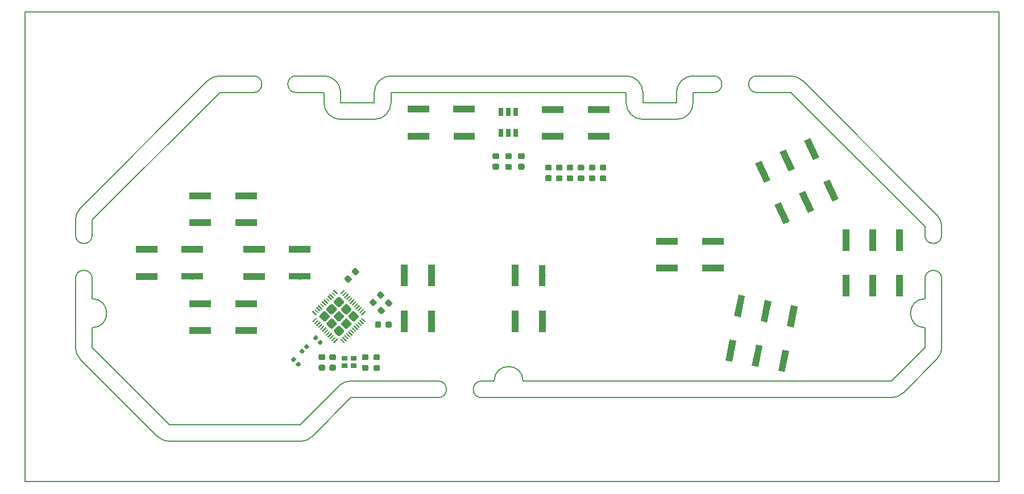
<source format=gbr>
%TF.GenerationSoftware,KiCad,Pcbnew,5.0.1*%
%TF.CreationDate,2019-03-15T13:44:14+01:00*%
%TF.ProjectId,rev1,726576312E6B696361645F7063620000,rev?*%
%TF.SameCoordinates,Original*%
%TF.FileFunction,Paste,Top*%
%TF.FilePolarity,Positive*%
%FSLAX46Y46*%
G04 Gerber Fmt 4.6, Leading zero omitted, Abs format (unit mm)*
G04 Created by KiCad (PCBNEW 5.0.1) date Fri 15 Mar 2019 01:44:14 PM CET*
%MOMM*%
%LPD*%
G01*
G04 APERTURE LIST*
%ADD10C,0.200000*%
%ADD11C,0.100000*%
%ADD12C,0.875000*%
%ADD13C,1.000000*%
%ADD14R,3.200000X1.000000*%
%ADD15C,0.200000*%
%ADD16C,1.240000*%
%ADD17R,1.000000X3.200000*%
%ADD18R,0.700000X1.300000*%
%ADD19R,0.900000X0.800000*%
%ADD20C,0.590000*%
G04 APERTURE END LIST*
D10*
X130000000Y-138000000D02*
X110500000Y-138000000D01*
X108732233Y-137267767D02*
G75*
G03X110500000Y-138000000I1767767J1767767D01*
G01*
X131767767Y-137267767D02*
G75*
G02X130000000Y-138000000I-1767767J1767767D01*
G01*
X137500000Y-131500000D02*
X150500000Y-131500000D01*
X135732233Y-129732233D02*
G75*
G02X137500000Y-129000000I1767767J-1767767D01*
G01*
X97232233Y-125767767D02*
G75*
G02X96500000Y-124000000I1767767J1767767D01*
G01*
X137500000Y-131500000D02*
X131770000Y-137270000D01*
X130000000Y-135500000D02*
X135730000Y-129730000D01*
X110500000Y-135500000D02*
X130000000Y-135500000D01*
X188500000Y-83500000D02*
X191500000Y-83500000D01*
X181000000Y-87500000D02*
X186000000Y-87500000D01*
X181000000Y-87500000D02*
X181000000Y-86000000D01*
X186000000Y-87500000D02*
X186000000Y-86000000D01*
X188500000Y-83500000D02*
G75*
G03X186000000Y-86000000I0J-2500000D01*
G01*
X181000000Y-86000000D02*
G75*
G03X178500000Y-83500000I-2500000J0D01*
G01*
X141000000Y-87500000D02*
X141000000Y-86000000D01*
X136000000Y-87500000D02*
X141000000Y-87500000D01*
X136000000Y-87500000D02*
X136000000Y-86000000D01*
X129400000Y-83500000D02*
X133500000Y-83500000D01*
X136000000Y-86000000D02*
G75*
G03X133500000Y-83500000I-2500000J0D01*
G01*
X143500000Y-83500000D02*
G75*
G03X141000000Y-86000000I0J-2500000D01*
G01*
X158850000Y-129000000D02*
G75*
G02X163150000Y-129000000I2150000J0D01*
G01*
X224750000Y-125800000D02*
X219800000Y-130750000D01*
X219767767Y-130767767D02*
G75*
G02X218000000Y-131500000I-1767767J1767767D01*
G01*
X224767767Y-125767767D02*
G75*
G03X225500000Y-124000000I-1767767J1767767D01*
G01*
X97230000Y-125770000D02*
X108750000Y-137290000D01*
X224750000Y-104200000D02*
X204800000Y-84250000D01*
X204767767Y-84232233D02*
G75*
G03X203000000Y-83500000I-1767767J-1767767D01*
G01*
X224767767Y-104232233D02*
G75*
G02X225500000Y-106000000I-1767767J-1767767D01*
G01*
X116232233Y-84232233D02*
G75*
G02X118000000Y-83500000I1767767J-1767767D01*
G01*
X97232233Y-103232233D02*
G75*
G03X96500000Y-105000000I1767767J-1767767D01*
G01*
X97232233Y-103232233D02*
X116200000Y-84250000D01*
X188500000Y-87500000D02*
X188500000Y-86000000D01*
X181000000Y-90000000D02*
X186000000Y-90000000D01*
X178500000Y-87500000D02*
X178500000Y-86000000D01*
X186000000Y-90000000D02*
G75*
G03X188500000Y-87500000I0J2500000D01*
G01*
X178500000Y-87500000D02*
G75*
G03X181000000Y-90000000I2500000J0D01*
G01*
X141000000Y-90000000D02*
G75*
G03X143500000Y-87500000I0J2500000D01*
G01*
X133500000Y-87500000D02*
G75*
G03X136000000Y-90000000I2500000J0D01*
G01*
X218000000Y-131500000D02*
X157000000Y-131500000D01*
X157000000Y-129000000D02*
X158850000Y-129000000D01*
X157000000Y-131500000D02*
G75*
G02X157000000Y-129000000I0J1250000D01*
G01*
X150500000Y-129000000D02*
G75*
G02X150500000Y-131500000I0J-1250000D01*
G01*
X191500000Y-86000000D02*
X188500000Y-86000000D01*
X203000000Y-83500000D02*
X198000000Y-83500000D01*
X191500000Y-83500000D02*
G75*
G02X191500000Y-86000000I0J-1250000D01*
G01*
X198000000Y-83500000D02*
G75*
G03X198000000Y-86000000I0J-1250000D01*
G01*
X123000000Y-86000000D02*
X118000000Y-86000000D01*
X133500000Y-87500000D02*
X133500000Y-86000000D01*
X136000000Y-90000000D02*
X141000000Y-90000000D01*
X143500000Y-87500000D02*
X143500000Y-86000000D01*
X198000000Y-86000000D02*
X203000000Y-86000000D01*
X99000000Y-116750000D02*
G75*
G02X99000000Y-121050000I0J-2150000D01*
G01*
X178500000Y-83500000D02*
X143500000Y-83500000D01*
X143500000Y-86000000D02*
X178500000Y-86000000D01*
X123000000Y-83500000D02*
G75*
G02X123000000Y-86000000I0J-1250000D01*
G01*
X129373673Y-83506562D02*
G75*
G03X129373673Y-86006562I0J-1250000D01*
G01*
X225500000Y-107250000D02*
X225500000Y-106000000D01*
X223000000Y-107250000D02*
X223000000Y-106000000D01*
X225500000Y-113750000D02*
G75*
G03X223000000Y-113750000I-1250000J0D01*
G01*
X225500000Y-107250000D02*
G75*
G02X223000000Y-107250000I-1250000J0D01*
G01*
X96500000Y-107250000D02*
X96500000Y-105000000D01*
X99000000Y-107250000D02*
X99000000Y-105000000D01*
X99000000Y-113750000D02*
G75*
G03X96500000Y-113750000I-1250000J0D01*
G01*
X99000000Y-107250000D02*
G75*
G02X96500000Y-107250000I-1250000J0D01*
G01*
X225500000Y-124000000D02*
X225500000Y-113750000D01*
X118000000Y-83500000D02*
X123000000Y-83500000D01*
X234000000Y-74000000D02*
X89000000Y-74000000D01*
X234000000Y-144000000D02*
X234000000Y-74000000D01*
X89000000Y-144000000D02*
X234000000Y-144000000D01*
X89000000Y-74000000D02*
X89000000Y-144000000D01*
X96500000Y-124000000D02*
X96500000Y-113750000D01*
X223000000Y-121050000D02*
G75*
G02X223000000Y-116750000I0J2150000D01*
G01*
X223000000Y-124000000D02*
X218000000Y-129000000D01*
X99000000Y-124000000D02*
X110500000Y-135500000D01*
X99000000Y-113750000D02*
X99000000Y-116750000D01*
X118000000Y-86000000D02*
X99000000Y-105000000D01*
X223000000Y-113750000D02*
X223000000Y-116750000D01*
X203000000Y-86000000D02*
X223000000Y-106000000D01*
X129400000Y-86000000D02*
X133500000Y-86000000D01*
X223000000Y-124000000D02*
X223000000Y-121050000D01*
X163150000Y-129000000D02*
X218000000Y-129000000D01*
X99000000Y-124000000D02*
X99000000Y-121050000D01*
X150500000Y-129000000D02*
X137500000Y-129000000D01*
D11*
G36*
X133477691Y-125013553D02*
X133498926Y-125016703D01*
X133519750Y-125021919D01*
X133539962Y-125029151D01*
X133559368Y-125038330D01*
X133577781Y-125049366D01*
X133595024Y-125062154D01*
X133610930Y-125076570D01*
X133625346Y-125092476D01*
X133638134Y-125109719D01*
X133649170Y-125128132D01*
X133658349Y-125147538D01*
X133665581Y-125167750D01*
X133670797Y-125188574D01*
X133673947Y-125209809D01*
X133675000Y-125231250D01*
X133675000Y-125668750D01*
X133673947Y-125690191D01*
X133670797Y-125711426D01*
X133665581Y-125732250D01*
X133658349Y-125752462D01*
X133649170Y-125771868D01*
X133638134Y-125790281D01*
X133625346Y-125807524D01*
X133610930Y-125823430D01*
X133595024Y-125837846D01*
X133577781Y-125850634D01*
X133559368Y-125861670D01*
X133539962Y-125870849D01*
X133519750Y-125878081D01*
X133498926Y-125883297D01*
X133477691Y-125886447D01*
X133456250Y-125887500D01*
X132943750Y-125887500D01*
X132922309Y-125886447D01*
X132901074Y-125883297D01*
X132880250Y-125878081D01*
X132860038Y-125870849D01*
X132840632Y-125861670D01*
X132822219Y-125850634D01*
X132804976Y-125837846D01*
X132789070Y-125823430D01*
X132774654Y-125807524D01*
X132761866Y-125790281D01*
X132750830Y-125771868D01*
X132741651Y-125752462D01*
X132734419Y-125732250D01*
X132729203Y-125711426D01*
X132726053Y-125690191D01*
X132725000Y-125668750D01*
X132725000Y-125231250D01*
X132726053Y-125209809D01*
X132729203Y-125188574D01*
X132734419Y-125167750D01*
X132741651Y-125147538D01*
X132750830Y-125128132D01*
X132761866Y-125109719D01*
X132774654Y-125092476D01*
X132789070Y-125076570D01*
X132804976Y-125062154D01*
X132822219Y-125049366D01*
X132840632Y-125038330D01*
X132860038Y-125029151D01*
X132880250Y-125021919D01*
X132901074Y-125016703D01*
X132922309Y-125013553D01*
X132943750Y-125012500D01*
X133456250Y-125012500D01*
X133477691Y-125013553D01*
X133477691Y-125013553D01*
G37*
D12*
X133200000Y-125450000D03*
D11*
G36*
X133477691Y-126588553D02*
X133498926Y-126591703D01*
X133519750Y-126596919D01*
X133539962Y-126604151D01*
X133559368Y-126613330D01*
X133577781Y-126624366D01*
X133595024Y-126637154D01*
X133610930Y-126651570D01*
X133625346Y-126667476D01*
X133638134Y-126684719D01*
X133649170Y-126703132D01*
X133658349Y-126722538D01*
X133665581Y-126742750D01*
X133670797Y-126763574D01*
X133673947Y-126784809D01*
X133675000Y-126806250D01*
X133675000Y-127243750D01*
X133673947Y-127265191D01*
X133670797Y-127286426D01*
X133665581Y-127307250D01*
X133658349Y-127327462D01*
X133649170Y-127346868D01*
X133638134Y-127365281D01*
X133625346Y-127382524D01*
X133610930Y-127398430D01*
X133595024Y-127412846D01*
X133577781Y-127425634D01*
X133559368Y-127436670D01*
X133539962Y-127445849D01*
X133519750Y-127453081D01*
X133498926Y-127458297D01*
X133477691Y-127461447D01*
X133456250Y-127462500D01*
X132943750Y-127462500D01*
X132922309Y-127461447D01*
X132901074Y-127458297D01*
X132880250Y-127453081D01*
X132860038Y-127445849D01*
X132840632Y-127436670D01*
X132822219Y-127425634D01*
X132804976Y-127412846D01*
X132789070Y-127398430D01*
X132774654Y-127382524D01*
X132761866Y-127365281D01*
X132750830Y-127346868D01*
X132741651Y-127327462D01*
X132734419Y-127307250D01*
X132729203Y-127286426D01*
X132726053Y-127265191D01*
X132725000Y-127243750D01*
X132725000Y-126806250D01*
X132726053Y-126784809D01*
X132729203Y-126763574D01*
X132734419Y-126742750D01*
X132741651Y-126722538D01*
X132750830Y-126703132D01*
X132761866Y-126684719D01*
X132774654Y-126667476D01*
X132789070Y-126651570D01*
X132804976Y-126637154D01*
X132822219Y-126624366D01*
X132840632Y-126613330D01*
X132860038Y-126604151D01*
X132880250Y-126596919D01*
X132901074Y-126591703D01*
X132922309Y-126588553D01*
X132943750Y-126587500D01*
X133456250Y-126587500D01*
X133477691Y-126588553D01*
X133477691Y-126588553D01*
G37*
D12*
X133200000Y-127025000D03*
D11*
G36*
X175352691Y-96763553D02*
X175373926Y-96766703D01*
X175394750Y-96771919D01*
X175414962Y-96779151D01*
X175434368Y-96788330D01*
X175452781Y-96799366D01*
X175470024Y-96812154D01*
X175485930Y-96826570D01*
X175500346Y-96842476D01*
X175513134Y-96859719D01*
X175524170Y-96878132D01*
X175533349Y-96897538D01*
X175540581Y-96917750D01*
X175545797Y-96938574D01*
X175548947Y-96959809D01*
X175550000Y-96981250D01*
X175550000Y-97418750D01*
X175548947Y-97440191D01*
X175545797Y-97461426D01*
X175540581Y-97482250D01*
X175533349Y-97502462D01*
X175524170Y-97521868D01*
X175513134Y-97540281D01*
X175500346Y-97557524D01*
X175485930Y-97573430D01*
X175470024Y-97587846D01*
X175452781Y-97600634D01*
X175434368Y-97611670D01*
X175414962Y-97620849D01*
X175394750Y-97628081D01*
X175373926Y-97633297D01*
X175352691Y-97636447D01*
X175331250Y-97637500D01*
X174818750Y-97637500D01*
X174797309Y-97636447D01*
X174776074Y-97633297D01*
X174755250Y-97628081D01*
X174735038Y-97620849D01*
X174715632Y-97611670D01*
X174697219Y-97600634D01*
X174679976Y-97587846D01*
X174664070Y-97573430D01*
X174649654Y-97557524D01*
X174636866Y-97540281D01*
X174625830Y-97521868D01*
X174616651Y-97502462D01*
X174609419Y-97482250D01*
X174604203Y-97461426D01*
X174601053Y-97440191D01*
X174600000Y-97418750D01*
X174600000Y-96981250D01*
X174601053Y-96959809D01*
X174604203Y-96938574D01*
X174609419Y-96917750D01*
X174616651Y-96897538D01*
X174625830Y-96878132D01*
X174636866Y-96859719D01*
X174649654Y-96842476D01*
X174664070Y-96826570D01*
X174679976Y-96812154D01*
X174697219Y-96799366D01*
X174715632Y-96788330D01*
X174735038Y-96779151D01*
X174755250Y-96771919D01*
X174776074Y-96766703D01*
X174797309Y-96763553D01*
X174818750Y-96762500D01*
X175331250Y-96762500D01*
X175352691Y-96763553D01*
X175352691Y-96763553D01*
G37*
D12*
X175075000Y-97200000D03*
D11*
G36*
X175352691Y-98338553D02*
X175373926Y-98341703D01*
X175394750Y-98346919D01*
X175414962Y-98354151D01*
X175434368Y-98363330D01*
X175452781Y-98374366D01*
X175470024Y-98387154D01*
X175485930Y-98401570D01*
X175500346Y-98417476D01*
X175513134Y-98434719D01*
X175524170Y-98453132D01*
X175533349Y-98472538D01*
X175540581Y-98492750D01*
X175545797Y-98513574D01*
X175548947Y-98534809D01*
X175550000Y-98556250D01*
X175550000Y-98993750D01*
X175548947Y-99015191D01*
X175545797Y-99036426D01*
X175540581Y-99057250D01*
X175533349Y-99077462D01*
X175524170Y-99096868D01*
X175513134Y-99115281D01*
X175500346Y-99132524D01*
X175485930Y-99148430D01*
X175470024Y-99162846D01*
X175452781Y-99175634D01*
X175434368Y-99186670D01*
X175414962Y-99195849D01*
X175394750Y-99203081D01*
X175373926Y-99208297D01*
X175352691Y-99211447D01*
X175331250Y-99212500D01*
X174818750Y-99212500D01*
X174797309Y-99211447D01*
X174776074Y-99208297D01*
X174755250Y-99203081D01*
X174735038Y-99195849D01*
X174715632Y-99186670D01*
X174697219Y-99175634D01*
X174679976Y-99162846D01*
X174664070Y-99148430D01*
X174649654Y-99132524D01*
X174636866Y-99115281D01*
X174625830Y-99096868D01*
X174616651Y-99077462D01*
X174609419Y-99057250D01*
X174604203Y-99036426D01*
X174601053Y-99015191D01*
X174600000Y-98993750D01*
X174600000Y-98556250D01*
X174601053Y-98534809D01*
X174604203Y-98513574D01*
X174609419Y-98492750D01*
X174616651Y-98472538D01*
X174625830Y-98453132D01*
X174636866Y-98434719D01*
X174649654Y-98417476D01*
X174664070Y-98401570D01*
X174679976Y-98387154D01*
X174697219Y-98374366D01*
X174715632Y-98363330D01*
X174735038Y-98354151D01*
X174755250Y-98346919D01*
X174776074Y-98341703D01*
X174797309Y-98338553D01*
X174818750Y-98337500D01*
X175331250Y-98337500D01*
X175352691Y-98338553D01*
X175352691Y-98338553D01*
G37*
D12*
X175075000Y-98775000D03*
D13*
X199323750Y-118587468D03*
D11*
G36*
X199509269Y-120253476D02*
X198527642Y-120062667D01*
X199138231Y-116921460D01*
X200119858Y-117112269D01*
X199509269Y-120253476D01*
X199509269Y-120253476D01*
G37*
D13*
X198026249Y-125262532D03*
D11*
G36*
X198822357Y-123787333D02*
X198211768Y-126928540D01*
X197230141Y-126737731D01*
X197840730Y-123596524D01*
X198822357Y-123787333D01*
X198822357Y-123787333D01*
G37*
D13*
X201952758Y-126025768D03*
D11*
G36*
X202138277Y-127691776D02*
X201156650Y-127500967D01*
X201767239Y-124359760D01*
X202748866Y-124550569D01*
X202138277Y-127691776D01*
X202138277Y-127691776D01*
G37*
D13*
X203250259Y-119350704D03*
D11*
G36*
X203435778Y-121016712D02*
X202454151Y-120825903D01*
X203064740Y-117684696D01*
X204046367Y-117875505D01*
X203435778Y-121016712D01*
X203435778Y-121016712D01*
G37*
D13*
X199323750Y-118587468D03*
D11*
G36*
X199509269Y-120253476D02*
X198527642Y-120062667D01*
X199138231Y-116921460D01*
X200119858Y-117112269D01*
X199509269Y-120253476D01*
X199509269Y-120253476D01*
G37*
D13*
X194099740Y-124499296D03*
D11*
G36*
X194285259Y-126165304D02*
X193303632Y-125974495D01*
X193914221Y-122833288D01*
X194895848Y-123024097D01*
X194285259Y-126165304D01*
X194285259Y-126165304D01*
G37*
D13*
X195397241Y-117824232D03*
D11*
G36*
X195582760Y-119490240D02*
X194601133Y-119299431D01*
X195211722Y-116158224D01*
X196193349Y-116349033D01*
X195582760Y-119490240D01*
X195582760Y-119490240D01*
G37*
D14*
X184625000Y-112175000D03*
D13*
X191425000Y-112175000D03*
D11*
G36*
X189825000Y-111675000D02*
X193025000Y-111675000D01*
X193025000Y-112675000D01*
X189825000Y-112675000D01*
X189825000Y-111675000D01*
X189825000Y-111675000D01*
G37*
D14*
X191425000Y-108175000D03*
X184625000Y-108175000D03*
X184625000Y-112175000D03*
D13*
X205361902Y-102281447D03*
D11*
G36*
X204232559Y-101042664D02*
X205138867Y-100620045D01*
X206491245Y-103520230D01*
X205584937Y-103942849D01*
X204232559Y-101042664D01*
X204232559Y-101042664D01*
G37*
D13*
X202488097Y-96118554D03*
D11*
G36*
X202711132Y-97779956D02*
X201358754Y-94879771D01*
X202265062Y-94457152D01*
X203617440Y-97357337D01*
X202711132Y-97779956D01*
X202711132Y-97779956D01*
G37*
D13*
X198862866Y-97809027D03*
D11*
G36*
X197733523Y-96570244D02*
X198639831Y-96147625D01*
X199992209Y-99047810D01*
X199085901Y-99470429D01*
X197733523Y-96570244D01*
X197733523Y-96570244D01*
G37*
D13*
X201736671Y-103971920D03*
D11*
G36*
X200607328Y-102733137D02*
X201513636Y-102310518D01*
X202866014Y-105210703D01*
X201959706Y-105633322D01*
X200607328Y-102733137D01*
X200607328Y-102733137D01*
G37*
D13*
X205361902Y-102281447D03*
D11*
G36*
X204232559Y-101042664D02*
X205138867Y-100620045D01*
X206491245Y-103520230D01*
X205584937Y-103942849D01*
X204232559Y-101042664D01*
X204232559Y-101042664D01*
G37*
D13*
X206113329Y-94428081D03*
D11*
G36*
X204983986Y-93189298D02*
X205890294Y-92766679D01*
X207242672Y-95666864D01*
X206336364Y-96089483D01*
X204983986Y-93189298D01*
X204983986Y-93189298D01*
G37*
D13*
X208987133Y-100590974D03*
D11*
G36*
X207857790Y-99352191D02*
X208764098Y-98929572D01*
X210116476Y-101829757D01*
X209210168Y-102252376D01*
X207857790Y-99352191D01*
X207857790Y-99352191D01*
G37*
D14*
X167600000Y-92500000D03*
D13*
X174400000Y-92500000D03*
D11*
G36*
X172800000Y-92000000D02*
X176000000Y-92000000D01*
X176000000Y-93000000D01*
X172800000Y-93000000D01*
X172800000Y-92000000D01*
X172800000Y-92000000D01*
G37*
D14*
X174400000Y-88500000D03*
X167600000Y-88500000D03*
X167600000Y-92500000D03*
D11*
G36*
X172067691Y-98328553D02*
X172088926Y-98331703D01*
X172109750Y-98336919D01*
X172129962Y-98344151D01*
X172149368Y-98353330D01*
X172167781Y-98364366D01*
X172185024Y-98377154D01*
X172200930Y-98391570D01*
X172215346Y-98407476D01*
X172228134Y-98424719D01*
X172239170Y-98443132D01*
X172248349Y-98462538D01*
X172255581Y-98482750D01*
X172260797Y-98503574D01*
X172263947Y-98524809D01*
X172265000Y-98546250D01*
X172265000Y-98983750D01*
X172263947Y-99005191D01*
X172260797Y-99026426D01*
X172255581Y-99047250D01*
X172248349Y-99067462D01*
X172239170Y-99086868D01*
X172228134Y-99105281D01*
X172215346Y-99122524D01*
X172200930Y-99138430D01*
X172185024Y-99152846D01*
X172167781Y-99165634D01*
X172149368Y-99176670D01*
X172129962Y-99185849D01*
X172109750Y-99193081D01*
X172088926Y-99198297D01*
X172067691Y-99201447D01*
X172046250Y-99202500D01*
X171533750Y-99202500D01*
X171512309Y-99201447D01*
X171491074Y-99198297D01*
X171470250Y-99193081D01*
X171450038Y-99185849D01*
X171430632Y-99176670D01*
X171412219Y-99165634D01*
X171394976Y-99152846D01*
X171379070Y-99138430D01*
X171364654Y-99122524D01*
X171351866Y-99105281D01*
X171340830Y-99086868D01*
X171331651Y-99067462D01*
X171324419Y-99047250D01*
X171319203Y-99026426D01*
X171316053Y-99005191D01*
X171315000Y-98983750D01*
X171315000Y-98546250D01*
X171316053Y-98524809D01*
X171319203Y-98503574D01*
X171324419Y-98482750D01*
X171331651Y-98462538D01*
X171340830Y-98443132D01*
X171351866Y-98424719D01*
X171364654Y-98407476D01*
X171379070Y-98391570D01*
X171394976Y-98377154D01*
X171412219Y-98364366D01*
X171430632Y-98353330D01*
X171450038Y-98344151D01*
X171470250Y-98336919D01*
X171491074Y-98331703D01*
X171512309Y-98328553D01*
X171533750Y-98327500D01*
X172046250Y-98327500D01*
X172067691Y-98328553D01*
X172067691Y-98328553D01*
G37*
D12*
X171790000Y-98765000D03*
D11*
G36*
X172067691Y-96753553D02*
X172088926Y-96756703D01*
X172109750Y-96761919D01*
X172129962Y-96769151D01*
X172149368Y-96778330D01*
X172167781Y-96789366D01*
X172185024Y-96802154D01*
X172200930Y-96816570D01*
X172215346Y-96832476D01*
X172228134Y-96849719D01*
X172239170Y-96868132D01*
X172248349Y-96887538D01*
X172255581Y-96907750D01*
X172260797Y-96928574D01*
X172263947Y-96949809D01*
X172265000Y-96971250D01*
X172265000Y-97408750D01*
X172263947Y-97430191D01*
X172260797Y-97451426D01*
X172255581Y-97472250D01*
X172248349Y-97492462D01*
X172239170Y-97511868D01*
X172228134Y-97530281D01*
X172215346Y-97547524D01*
X172200930Y-97563430D01*
X172185024Y-97577846D01*
X172167781Y-97590634D01*
X172149368Y-97601670D01*
X172129962Y-97610849D01*
X172109750Y-97618081D01*
X172088926Y-97623297D01*
X172067691Y-97626447D01*
X172046250Y-97627500D01*
X171533750Y-97627500D01*
X171512309Y-97626447D01*
X171491074Y-97623297D01*
X171470250Y-97618081D01*
X171450038Y-97610849D01*
X171430632Y-97601670D01*
X171412219Y-97590634D01*
X171394976Y-97577846D01*
X171379070Y-97563430D01*
X171364654Y-97547524D01*
X171351866Y-97530281D01*
X171340830Y-97511868D01*
X171331651Y-97492462D01*
X171324419Y-97472250D01*
X171319203Y-97451426D01*
X171316053Y-97430191D01*
X171315000Y-97408750D01*
X171315000Y-96971250D01*
X171316053Y-96949809D01*
X171319203Y-96928574D01*
X171324419Y-96907750D01*
X171331651Y-96887538D01*
X171340830Y-96868132D01*
X171351866Y-96849719D01*
X171364654Y-96832476D01*
X171379070Y-96816570D01*
X171394976Y-96802154D01*
X171412219Y-96789366D01*
X171430632Y-96778330D01*
X171450038Y-96769151D01*
X171470250Y-96761919D01*
X171491074Y-96756703D01*
X171512309Y-96753553D01*
X171533750Y-96752500D01*
X172046250Y-96752500D01*
X172067691Y-96753553D01*
X172067691Y-96753553D01*
G37*
D12*
X171790000Y-97190000D03*
D11*
G36*
X170407691Y-96758553D02*
X170428926Y-96761703D01*
X170449750Y-96766919D01*
X170469962Y-96774151D01*
X170489368Y-96783330D01*
X170507781Y-96794366D01*
X170525024Y-96807154D01*
X170540930Y-96821570D01*
X170555346Y-96837476D01*
X170568134Y-96854719D01*
X170579170Y-96873132D01*
X170588349Y-96892538D01*
X170595581Y-96912750D01*
X170600797Y-96933574D01*
X170603947Y-96954809D01*
X170605000Y-96976250D01*
X170605000Y-97413750D01*
X170603947Y-97435191D01*
X170600797Y-97456426D01*
X170595581Y-97477250D01*
X170588349Y-97497462D01*
X170579170Y-97516868D01*
X170568134Y-97535281D01*
X170555346Y-97552524D01*
X170540930Y-97568430D01*
X170525024Y-97582846D01*
X170507781Y-97595634D01*
X170489368Y-97606670D01*
X170469962Y-97615849D01*
X170449750Y-97623081D01*
X170428926Y-97628297D01*
X170407691Y-97631447D01*
X170386250Y-97632500D01*
X169873750Y-97632500D01*
X169852309Y-97631447D01*
X169831074Y-97628297D01*
X169810250Y-97623081D01*
X169790038Y-97615849D01*
X169770632Y-97606670D01*
X169752219Y-97595634D01*
X169734976Y-97582846D01*
X169719070Y-97568430D01*
X169704654Y-97552524D01*
X169691866Y-97535281D01*
X169680830Y-97516868D01*
X169671651Y-97497462D01*
X169664419Y-97477250D01*
X169659203Y-97456426D01*
X169656053Y-97435191D01*
X169655000Y-97413750D01*
X169655000Y-96976250D01*
X169656053Y-96954809D01*
X169659203Y-96933574D01*
X169664419Y-96912750D01*
X169671651Y-96892538D01*
X169680830Y-96873132D01*
X169691866Y-96854719D01*
X169704654Y-96837476D01*
X169719070Y-96821570D01*
X169734976Y-96807154D01*
X169752219Y-96794366D01*
X169770632Y-96783330D01*
X169790038Y-96774151D01*
X169810250Y-96766919D01*
X169831074Y-96761703D01*
X169852309Y-96758553D01*
X169873750Y-96757500D01*
X170386250Y-96757500D01*
X170407691Y-96758553D01*
X170407691Y-96758553D01*
G37*
D12*
X170130000Y-97195000D03*
D11*
G36*
X170407691Y-98333553D02*
X170428926Y-98336703D01*
X170449750Y-98341919D01*
X170469962Y-98349151D01*
X170489368Y-98358330D01*
X170507781Y-98369366D01*
X170525024Y-98382154D01*
X170540930Y-98396570D01*
X170555346Y-98412476D01*
X170568134Y-98429719D01*
X170579170Y-98448132D01*
X170588349Y-98467538D01*
X170595581Y-98487750D01*
X170600797Y-98508574D01*
X170603947Y-98529809D01*
X170605000Y-98551250D01*
X170605000Y-98988750D01*
X170603947Y-99010191D01*
X170600797Y-99031426D01*
X170595581Y-99052250D01*
X170588349Y-99072462D01*
X170579170Y-99091868D01*
X170568134Y-99110281D01*
X170555346Y-99127524D01*
X170540930Y-99143430D01*
X170525024Y-99157846D01*
X170507781Y-99170634D01*
X170489368Y-99181670D01*
X170469962Y-99190849D01*
X170449750Y-99198081D01*
X170428926Y-99203297D01*
X170407691Y-99206447D01*
X170386250Y-99207500D01*
X169873750Y-99207500D01*
X169852309Y-99206447D01*
X169831074Y-99203297D01*
X169810250Y-99198081D01*
X169790038Y-99190849D01*
X169770632Y-99181670D01*
X169752219Y-99170634D01*
X169734976Y-99157846D01*
X169719070Y-99143430D01*
X169704654Y-99127524D01*
X169691866Y-99110281D01*
X169680830Y-99091868D01*
X169671651Y-99072462D01*
X169664419Y-99052250D01*
X169659203Y-99031426D01*
X169656053Y-99010191D01*
X169655000Y-98988750D01*
X169655000Y-98551250D01*
X169656053Y-98529809D01*
X169659203Y-98508574D01*
X169664419Y-98487750D01*
X169671651Y-98467538D01*
X169680830Y-98448132D01*
X169691866Y-98429719D01*
X169704654Y-98412476D01*
X169719070Y-98396570D01*
X169734976Y-98382154D01*
X169752219Y-98369366D01*
X169770632Y-98358330D01*
X169790038Y-98349151D01*
X169810250Y-98341919D01*
X169831074Y-98336703D01*
X169852309Y-98333553D01*
X169873750Y-98332500D01*
X170386250Y-98332500D01*
X170407691Y-98333553D01*
X170407691Y-98333553D01*
G37*
D12*
X170130000Y-98770000D03*
D11*
G36*
X168827691Y-98323553D02*
X168848926Y-98326703D01*
X168869750Y-98331919D01*
X168889962Y-98339151D01*
X168909368Y-98348330D01*
X168927781Y-98359366D01*
X168945024Y-98372154D01*
X168960930Y-98386570D01*
X168975346Y-98402476D01*
X168988134Y-98419719D01*
X168999170Y-98438132D01*
X169008349Y-98457538D01*
X169015581Y-98477750D01*
X169020797Y-98498574D01*
X169023947Y-98519809D01*
X169025000Y-98541250D01*
X169025000Y-98978750D01*
X169023947Y-99000191D01*
X169020797Y-99021426D01*
X169015581Y-99042250D01*
X169008349Y-99062462D01*
X168999170Y-99081868D01*
X168988134Y-99100281D01*
X168975346Y-99117524D01*
X168960930Y-99133430D01*
X168945024Y-99147846D01*
X168927781Y-99160634D01*
X168909368Y-99171670D01*
X168889962Y-99180849D01*
X168869750Y-99188081D01*
X168848926Y-99193297D01*
X168827691Y-99196447D01*
X168806250Y-99197500D01*
X168293750Y-99197500D01*
X168272309Y-99196447D01*
X168251074Y-99193297D01*
X168230250Y-99188081D01*
X168210038Y-99180849D01*
X168190632Y-99171670D01*
X168172219Y-99160634D01*
X168154976Y-99147846D01*
X168139070Y-99133430D01*
X168124654Y-99117524D01*
X168111866Y-99100281D01*
X168100830Y-99081868D01*
X168091651Y-99062462D01*
X168084419Y-99042250D01*
X168079203Y-99021426D01*
X168076053Y-99000191D01*
X168075000Y-98978750D01*
X168075000Y-98541250D01*
X168076053Y-98519809D01*
X168079203Y-98498574D01*
X168084419Y-98477750D01*
X168091651Y-98457538D01*
X168100830Y-98438132D01*
X168111866Y-98419719D01*
X168124654Y-98402476D01*
X168139070Y-98386570D01*
X168154976Y-98372154D01*
X168172219Y-98359366D01*
X168190632Y-98348330D01*
X168210038Y-98339151D01*
X168230250Y-98331919D01*
X168251074Y-98326703D01*
X168272309Y-98323553D01*
X168293750Y-98322500D01*
X168806250Y-98322500D01*
X168827691Y-98323553D01*
X168827691Y-98323553D01*
G37*
D12*
X168550000Y-98760000D03*
D11*
G36*
X168827691Y-96748553D02*
X168848926Y-96751703D01*
X168869750Y-96756919D01*
X168889962Y-96764151D01*
X168909368Y-96773330D01*
X168927781Y-96784366D01*
X168945024Y-96797154D01*
X168960930Y-96811570D01*
X168975346Y-96827476D01*
X168988134Y-96844719D01*
X168999170Y-96863132D01*
X169008349Y-96882538D01*
X169015581Y-96902750D01*
X169020797Y-96923574D01*
X169023947Y-96944809D01*
X169025000Y-96966250D01*
X169025000Y-97403750D01*
X169023947Y-97425191D01*
X169020797Y-97446426D01*
X169015581Y-97467250D01*
X169008349Y-97487462D01*
X168999170Y-97506868D01*
X168988134Y-97525281D01*
X168975346Y-97542524D01*
X168960930Y-97558430D01*
X168945024Y-97572846D01*
X168927781Y-97585634D01*
X168909368Y-97596670D01*
X168889962Y-97605849D01*
X168869750Y-97613081D01*
X168848926Y-97618297D01*
X168827691Y-97621447D01*
X168806250Y-97622500D01*
X168293750Y-97622500D01*
X168272309Y-97621447D01*
X168251074Y-97618297D01*
X168230250Y-97613081D01*
X168210038Y-97605849D01*
X168190632Y-97596670D01*
X168172219Y-97585634D01*
X168154976Y-97572846D01*
X168139070Y-97558430D01*
X168124654Y-97542524D01*
X168111866Y-97525281D01*
X168100830Y-97506868D01*
X168091651Y-97487462D01*
X168084419Y-97467250D01*
X168079203Y-97446426D01*
X168076053Y-97425191D01*
X168075000Y-97403750D01*
X168075000Y-96966250D01*
X168076053Y-96944809D01*
X168079203Y-96923574D01*
X168084419Y-96902750D01*
X168091651Y-96882538D01*
X168100830Y-96863132D01*
X168111866Y-96844719D01*
X168124654Y-96827476D01*
X168139070Y-96811570D01*
X168154976Y-96797154D01*
X168172219Y-96784366D01*
X168190632Y-96773330D01*
X168210038Y-96764151D01*
X168230250Y-96756919D01*
X168251074Y-96751703D01*
X168272309Y-96748553D01*
X168293750Y-96747500D01*
X168806250Y-96747500D01*
X168827691Y-96748553D01*
X168827691Y-96748553D01*
G37*
D12*
X168550000Y-97185000D03*
D11*
G36*
X139178913Y-119570342D02*
X139183767Y-119571062D01*
X139188526Y-119572254D01*
X139193146Y-119573907D01*
X139197582Y-119576005D01*
X139201791Y-119578528D01*
X139205732Y-119581450D01*
X139209367Y-119584746D01*
X139704342Y-120079721D01*
X139707638Y-120083356D01*
X139710560Y-120087297D01*
X139713083Y-120091506D01*
X139715181Y-120095942D01*
X139716834Y-120100562D01*
X139718026Y-120105321D01*
X139718746Y-120110175D01*
X139718987Y-120115076D01*
X139718746Y-120119977D01*
X139718026Y-120124831D01*
X139716834Y-120129590D01*
X139715181Y-120134210D01*
X139713083Y-120138646D01*
X139710560Y-120142855D01*
X139707638Y-120146796D01*
X139704342Y-120150431D01*
X139633631Y-120221142D01*
X139629996Y-120224438D01*
X139626055Y-120227360D01*
X139621846Y-120229883D01*
X139617410Y-120231981D01*
X139612790Y-120233634D01*
X139608031Y-120234826D01*
X139603177Y-120235546D01*
X139598276Y-120235787D01*
X139593375Y-120235546D01*
X139588521Y-120234826D01*
X139583762Y-120233634D01*
X139579142Y-120231981D01*
X139574706Y-120229883D01*
X139570497Y-120227360D01*
X139566556Y-120224438D01*
X139562921Y-120221142D01*
X139067946Y-119726167D01*
X139064650Y-119722532D01*
X139061728Y-119718591D01*
X139059205Y-119714382D01*
X139057107Y-119709946D01*
X139055454Y-119705326D01*
X139054262Y-119700567D01*
X139053542Y-119695713D01*
X139053301Y-119690812D01*
X139053542Y-119685911D01*
X139054262Y-119681057D01*
X139055454Y-119676298D01*
X139057107Y-119671678D01*
X139059205Y-119667242D01*
X139061728Y-119663033D01*
X139064650Y-119659092D01*
X139067946Y-119655457D01*
X139138657Y-119584746D01*
X139142292Y-119581450D01*
X139146233Y-119578528D01*
X139150442Y-119576005D01*
X139154878Y-119573907D01*
X139159498Y-119572254D01*
X139164257Y-119571062D01*
X139169111Y-119570342D01*
X139174012Y-119570101D01*
X139178913Y-119570342D01*
X139178913Y-119570342D01*
G37*
D15*
X139386144Y-119902944D03*
D11*
G36*
X138896070Y-119853185D02*
X138900924Y-119853905D01*
X138905683Y-119855097D01*
X138910303Y-119856750D01*
X138914739Y-119858848D01*
X138918948Y-119861371D01*
X138922889Y-119864293D01*
X138926524Y-119867589D01*
X139421499Y-120362564D01*
X139424795Y-120366199D01*
X139427717Y-120370140D01*
X139430240Y-120374349D01*
X139432338Y-120378785D01*
X139433991Y-120383405D01*
X139435183Y-120388164D01*
X139435903Y-120393018D01*
X139436144Y-120397919D01*
X139435903Y-120402820D01*
X139435183Y-120407674D01*
X139433991Y-120412433D01*
X139432338Y-120417053D01*
X139430240Y-120421489D01*
X139427717Y-120425698D01*
X139424795Y-120429639D01*
X139421499Y-120433274D01*
X139350788Y-120503985D01*
X139347153Y-120507281D01*
X139343212Y-120510203D01*
X139339003Y-120512726D01*
X139334567Y-120514824D01*
X139329947Y-120516477D01*
X139325188Y-120517669D01*
X139320334Y-120518389D01*
X139315433Y-120518630D01*
X139310532Y-120518389D01*
X139305678Y-120517669D01*
X139300919Y-120516477D01*
X139296299Y-120514824D01*
X139291863Y-120512726D01*
X139287654Y-120510203D01*
X139283713Y-120507281D01*
X139280078Y-120503985D01*
X138785103Y-120009010D01*
X138781807Y-120005375D01*
X138778885Y-120001434D01*
X138776362Y-119997225D01*
X138774264Y-119992789D01*
X138772611Y-119988169D01*
X138771419Y-119983410D01*
X138770699Y-119978556D01*
X138770458Y-119973655D01*
X138770699Y-119968754D01*
X138771419Y-119963900D01*
X138772611Y-119959141D01*
X138774264Y-119954521D01*
X138776362Y-119950085D01*
X138778885Y-119945876D01*
X138781807Y-119941935D01*
X138785103Y-119938300D01*
X138855814Y-119867589D01*
X138859449Y-119864293D01*
X138863390Y-119861371D01*
X138867599Y-119858848D01*
X138872035Y-119856750D01*
X138876655Y-119855097D01*
X138881414Y-119853905D01*
X138886268Y-119853185D01*
X138891169Y-119852944D01*
X138896070Y-119853185D01*
X138896070Y-119853185D01*
G37*
D15*
X139103301Y-120185787D03*
D11*
G36*
X138613227Y-120136028D02*
X138618081Y-120136748D01*
X138622840Y-120137940D01*
X138627460Y-120139593D01*
X138631896Y-120141691D01*
X138636105Y-120144214D01*
X138640046Y-120147136D01*
X138643681Y-120150432D01*
X139138656Y-120645407D01*
X139141952Y-120649042D01*
X139144874Y-120652983D01*
X139147397Y-120657192D01*
X139149495Y-120661628D01*
X139151148Y-120666248D01*
X139152340Y-120671007D01*
X139153060Y-120675861D01*
X139153301Y-120680762D01*
X139153060Y-120685663D01*
X139152340Y-120690517D01*
X139151148Y-120695276D01*
X139149495Y-120699896D01*
X139147397Y-120704332D01*
X139144874Y-120708541D01*
X139141952Y-120712482D01*
X139138656Y-120716117D01*
X139067945Y-120786828D01*
X139064310Y-120790124D01*
X139060369Y-120793046D01*
X139056160Y-120795569D01*
X139051724Y-120797667D01*
X139047104Y-120799320D01*
X139042345Y-120800512D01*
X139037491Y-120801232D01*
X139032590Y-120801473D01*
X139027689Y-120801232D01*
X139022835Y-120800512D01*
X139018076Y-120799320D01*
X139013456Y-120797667D01*
X139009020Y-120795569D01*
X139004811Y-120793046D01*
X139000870Y-120790124D01*
X138997235Y-120786828D01*
X138502260Y-120291853D01*
X138498964Y-120288218D01*
X138496042Y-120284277D01*
X138493519Y-120280068D01*
X138491421Y-120275632D01*
X138489768Y-120271012D01*
X138488576Y-120266253D01*
X138487856Y-120261399D01*
X138487615Y-120256498D01*
X138487856Y-120251597D01*
X138488576Y-120246743D01*
X138489768Y-120241984D01*
X138491421Y-120237364D01*
X138493519Y-120232928D01*
X138496042Y-120228719D01*
X138498964Y-120224778D01*
X138502260Y-120221143D01*
X138572971Y-120150432D01*
X138576606Y-120147136D01*
X138580547Y-120144214D01*
X138584756Y-120141691D01*
X138589192Y-120139593D01*
X138593812Y-120137940D01*
X138598571Y-120136748D01*
X138603425Y-120136028D01*
X138608326Y-120135787D01*
X138613227Y-120136028D01*
X138613227Y-120136028D01*
G37*
D15*
X138820458Y-120468630D03*
D11*
G36*
X138330385Y-120418870D02*
X138335239Y-120419590D01*
X138339998Y-120420782D01*
X138344618Y-120422435D01*
X138349054Y-120424533D01*
X138353263Y-120427056D01*
X138357204Y-120429978D01*
X138360839Y-120433274D01*
X138855814Y-120928249D01*
X138859110Y-120931884D01*
X138862032Y-120935825D01*
X138864555Y-120940034D01*
X138866653Y-120944470D01*
X138868306Y-120949090D01*
X138869498Y-120953849D01*
X138870218Y-120958703D01*
X138870459Y-120963604D01*
X138870218Y-120968505D01*
X138869498Y-120973359D01*
X138868306Y-120978118D01*
X138866653Y-120982738D01*
X138864555Y-120987174D01*
X138862032Y-120991383D01*
X138859110Y-120995324D01*
X138855814Y-120998959D01*
X138785103Y-121069670D01*
X138781468Y-121072966D01*
X138777527Y-121075888D01*
X138773318Y-121078411D01*
X138768882Y-121080509D01*
X138764262Y-121082162D01*
X138759503Y-121083354D01*
X138754649Y-121084074D01*
X138749748Y-121084315D01*
X138744847Y-121084074D01*
X138739993Y-121083354D01*
X138735234Y-121082162D01*
X138730614Y-121080509D01*
X138726178Y-121078411D01*
X138721969Y-121075888D01*
X138718028Y-121072966D01*
X138714393Y-121069670D01*
X138219418Y-120574695D01*
X138216122Y-120571060D01*
X138213200Y-120567119D01*
X138210677Y-120562910D01*
X138208579Y-120558474D01*
X138206926Y-120553854D01*
X138205734Y-120549095D01*
X138205014Y-120544241D01*
X138204773Y-120539340D01*
X138205014Y-120534439D01*
X138205734Y-120529585D01*
X138206926Y-120524826D01*
X138208579Y-120520206D01*
X138210677Y-120515770D01*
X138213200Y-120511561D01*
X138216122Y-120507620D01*
X138219418Y-120503985D01*
X138290129Y-120433274D01*
X138293764Y-120429978D01*
X138297705Y-120427056D01*
X138301914Y-120424533D01*
X138306350Y-120422435D01*
X138310970Y-120420782D01*
X138315729Y-120419590D01*
X138320583Y-120418870D01*
X138325484Y-120418629D01*
X138330385Y-120418870D01*
X138330385Y-120418870D01*
G37*
D15*
X138537616Y-120751472D03*
D11*
G36*
X138047542Y-120701713D02*
X138052396Y-120702433D01*
X138057155Y-120703625D01*
X138061775Y-120705278D01*
X138066211Y-120707376D01*
X138070420Y-120709899D01*
X138074361Y-120712821D01*
X138077996Y-120716117D01*
X138572971Y-121211092D01*
X138576267Y-121214727D01*
X138579189Y-121218668D01*
X138581712Y-121222877D01*
X138583810Y-121227313D01*
X138585463Y-121231933D01*
X138586655Y-121236692D01*
X138587375Y-121241546D01*
X138587616Y-121246447D01*
X138587375Y-121251348D01*
X138586655Y-121256202D01*
X138585463Y-121260961D01*
X138583810Y-121265581D01*
X138581712Y-121270017D01*
X138579189Y-121274226D01*
X138576267Y-121278167D01*
X138572971Y-121281802D01*
X138502260Y-121352513D01*
X138498625Y-121355809D01*
X138494684Y-121358731D01*
X138490475Y-121361254D01*
X138486039Y-121363352D01*
X138481419Y-121365005D01*
X138476660Y-121366197D01*
X138471806Y-121366917D01*
X138466905Y-121367158D01*
X138462004Y-121366917D01*
X138457150Y-121366197D01*
X138452391Y-121365005D01*
X138447771Y-121363352D01*
X138443335Y-121361254D01*
X138439126Y-121358731D01*
X138435185Y-121355809D01*
X138431550Y-121352513D01*
X137936575Y-120857538D01*
X137933279Y-120853903D01*
X137930357Y-120849962D01*
X137927834Y-120845753D01*
X137925736Y-120841317D01*
X137924083Y-120836697D01*
X137922891Y-120831938D01*
X137922171Y-120827084D01*
X137921930Y-120822183D01*
X137922171Y-120817282D01*
X137922891Y-120812428D01*
X137924083Y-120807669D01*
X137925736Y-120803049D01*
X137927834Y-120798613D01*
X137930357Y-120794404D01*
X137933279Y-120790463D01*
X137936575Y-120786828D01*
X138007286Y-120716117D01*
X138010921Y-120712821D01*
X138014862Y-120709899D01*
X138019071Y-120707376D01*
X138023507Y-120705278D01*
X138028127Y-120703625D01*
X138032886Y-120702433D01*
X138037740Y-120701713D01*
X138042641Y-120701472D01*
X138047542Y-120701713D01*
X138047542Y-120701713D01*
G37*
D15*
X138254773Y-121034315D03*
D11*
G36*
X137764699Y-120984556D02*
X137769553Y-120985276D01*
X137774312Y-120986468D01*
X137778932Y-120988121D01*
X137783368Y-120990219D01*
X137787577Y-120992742D01*
X137791518Y-120995664D01*
X137795153Y-120998960D01*
X138290128Y-121493935D01*
X138293424Y-121497570D01*
X138296346Y-121501511D01*
X138298869Y-121505720D01*
X138300967Y-121510156D01*
X138302620Y-121514776D01*
X138303812Y-121519535D01*
X138304532Y-121524389D01*
X138304773Y-121529290D01*
X138304532Y-121534191D01*
X138303812Y-121539045D01*
X138302620Y-121543804D01*
X138300967Y-121548424D01*
X138298869Y-121552860D01*
X138296346Y-121557069D01*
X138293424Y-121561010D01*
X138290128Y-121564645D01*
X138219417Y-121635356D01*
X138215782Y-121638652D01*
X138211841Y-121641574D01*
X138207632Y-121644097D01*
X138203196Y-121646195D01*
X138198576Y-121647848D01*
X138193817Y-121649040D01*
X138188963Y-121649760D01*
X138184062Y-121650001D01*
X138179161Y-121649760D01*
X138174307Y-121649040D01*
X138169548Y-121647848D01*
X138164928Y-121646195D01*
X138160492Y-121644097D01*
X138156283Y-121641574D01*
X138152342Y-121638652D01*
X138148707Y-121635356D01*
X137653732Y-121140381D01*
X137650436Y-121136746D01*
X137647514Y-121132805D01*
X137644991Y-121128596D01*
X137642893Y-121124160D01*
X137641240Y-121119540D01*
X137640048Y-121114781D01*
X137639328Y-121109927D01*
X137639087Y-121105026D01*
X137639328Y-121100125D01*
X137640048Y-121095271D01*
X137641240Y-121090512D01*
X137642893Y-121085892D01*
X137644991Y-121081456D01*
X137647514Y-121077247D01*
X137650436Y-121073306D01*
X137653732Y-121069671D01*
X137724443Y-120998960D01*
X137728078Y-120995664D01*
X137732019Y-120992742D01*
X137736228Y-120990219D01*
X137740664Y-120988121D01*
X137745284Y-120986468D01*
X137750043Y-120985276D01*
X137754897Y-120984556D01*
X137759798Y-120984315D01*
X137764699Y-120984556D01*
X137764699Y-120984556D01*
G37*
D15*
X137971930Y-121317158D03*
D11*
G36*
X137481857Y-121267398D02*
X137486711Y-121268118D01*
X137491470Y-121269310D01*
X137496090Y-121270963D01*
X137500526Y-121273061D01*
X137504735Y-121275584D01*
X137508676Y-121278506D01*
X137512311Y-121281802D01*
X138007286Y-121776777D01*
X138010582Y-121780412D01*
X138013504Y-121784353D01*
X138016027Y-121788562D01*
X138018125Y-121792998D01*
X138019778Y-121797618D01*
X138020970Y-121802377D01*
X138021690Y-121807231D01*
X138021931Y-121812132D01*
X138021690Y-121817033D01*
X138020970Y-121821887D01*
X138019778Y-121826646D01*
X138018125Y-121831266D01*
X138016027Y-121835702D01*
X138013504Y-121839911D01*
X138010582Y-121843852D01*
X138007286Y-121847487D01*
X137936575Y-121918198D01*
X137932940Y-121921494D01*
X137928999Y-121924416D01*
X137924790Y-121926939D01*
X137920354Y-121929037D01*
X137915734Y-121930690D01*
X137910975Y-121931882D01*
X137906121Y-121932602D01*
X137901220Y-121932843D01*
X137896319Y-121932602D01*
X137891465Y-121931882D01*
X137886706Y-121930690D01*
X137882086Y-121929037D01*
X137877650Y-121926939D01*
X137873441Y-121924416D01*
X137869500Y-121921494D01*
X137865865Y-121918198D01*
X137370890Y-121423223D01*
X137367594Y-121419588D01*
X137364672Y-121415647D01*
X137362149Y-121411438D01*
X137360051Y-121407002D01*
X137358398Y-121402382D01*
X137357206Y-121397623D01*
X137356486Y-121392769D01*
X137356245Y-121387868D01*
X137356486Y-121382967D01*
X137357206Y-121378113D01*
X137358398Y-121373354D01*
X137360051Y-121368734D01*
X137362149Y-121364298D01*
X137364672Y-121360089D01*
X137367594Y-121356148D01*
X137370890Y-121352513D01*
X137441601Y-121281802D01*
X137445236Y-121278506D01*
X137449177Y-121275584D01*
X137453386Y-121273061D01*
X137457822Y-121270963D01*
X137462442Y-121269310D01*
X137467201Y-121268118D01*
X137472055Y-121267398D01*
X137476956Y-121267157D01*
X137481857Y-121267398D01*
X137481857Y-121267398D01*
G37*
D15*
X137689088Y-121600000D03*
D11*
G36*
X137199014Y-121550241D02*
X137203868Y-121550961D01*
X137208627Y-121552153D01*
X137213247Y-121553806D01*
X137217683Y-121555904D01*
X137221892Y-121558427D01*
X137225833Y-121561349D01*
X137229468Y-121564645D01*
X137724443Y-122059620D01*
X137727739Y-122063255D01*
X137730661Y-122067196D01*
X137733184Y-122071405D01*
X137735282Y-122075841D01*
X137736935Y-122080461D01*
X137738127Y-122085220D01*
X137738847Y-122090074D01*
X137739088Y-122094975D01*
X137738847Y-122099876D01*
X137738127Y-122104730D01*
X137736935Y-122109489D01*
X137735282Y-122114109D01*
X137733184Y-122118545D01*
X137730661Y-122122754D01*
X137727739Y-122126695D01*
X137724443Y-122130330D01*
X137653732Y-122201041D01*
X137650097Y-122204337D01*
X137646156Y-122207259D01*
X137641947Y-122209782D01*
X137637511Y-122211880D01*
X137632891Y-122213533D01*
X137628132Y-122214725D01*
X137623278Y-122215445D01*
X137618377Y-122215686D01*
X137613476Y-122215445D01*
X137608622Y-122214725D01*
X137603863Y-122213533D01*
X137599243Y-122211880D01*
X137594807Y-122209782D01*
X137590598Y-122207259D01*
X137586657Y-122204337D01*
X137583022Y-122201041D01*
X137088047Y-121706066D01*
X137084751Y-121702431D01*
X137081829Y-121698490D01*
X137079306Y-121694281D01*
X137077208Y-121689845D01*
X137075555Y-121685225D01*
X137074363Y-121680466D01*
X137073643Y-121675612D01*
X137073402Y-121670711D01*
X137073643Y-121665810D01*
X137074363Y-121660956D01*
X137075555Y-121656197D01*
X137077208Y-121651577D01*
X137079306Y-121647141D01*
X137081829Y-121642932D01*
X137084751Y-121638991D01*
X137088047Y-121635356D01*
X137158758Y-121564645D01*
X137162393Y-121561349D01*
X137166334Y-121558427D01*
X137170543Y-121555904D01*
X137174979Y-121553806D01*
X137179599Y-121552153D01*
X137184358Y-121550961D01*
X137189212Y-121550241D01*
X137194113Y-121550000D01*
X137199014Y-121550241D01*
X137199014Y-121550241D01*
G37*
D15*
X137406245Y-121882843D03*
D11*
G36*
X136916171Y-121833084D02*
X136921025Y-121833804D01*
X136925784Y-121834996D01*
X136930404Y-121836649D01*
X136934840Y-121838747D01*
X136939049Y-121841270D01*
X136942990Y-121844192D01*
X136946625Y-121847488D01*
X137441600Y-122342463D01*
X137444896Y-122346098D01*
X137447818Y-122350039D01*
X137450341Y-122354248D01*
X137452439Y-122358684D01*
X137454092Y-122363304D01*
X137455284Y-122368063D01*
X137456004Y-122372917D01*
X137456245Y-122377818D01*
X137456004Y-122382719D01*
X137455284Y-122387573D01*
X137454092Y-122392332D01*
X137452439Y-122396952D01*
X137450341Y-122401388D01*
X137447818Y-122405597D01*
X137444896Y-122409538D01*
X137441600Y-122413173D01*
X137370889Y-122483884D01*
X137367254Y-122487180D01*
X137363313Y-122490102D01*
X137359104Y-122492625D01*
X137354668Y-122494723D01*
X137350048Y-122496376D01*
X137345289Y-122497568D01*
X137340435Y-122498288D01*
X137335534Y-122498529D01*
X137330633Y-122498288D01*
X137325779Y-122497568D01*
X137321020Y-122496376D01*
X137316400Y-122494723D01*
X137311964Y-122492625D01*
X137307755Y-122490102D01*
X137303814Y-122487180D01*
X137300179Y-122483884D01*
X136805204Y-121988909D01*
X136801908Y-121985274D01*
X136798986Y-121981333D01*
X136796463Y-121977124D01*
X136794365Y-121972688D01*
X136792712Y-121968068D01*
X136791520Y-121963309D01*
X136790800Y-121958455D01*
X136790559Y-121953554D01*
X136790800Y-121948653D01*
X136791520Y-121943799D01*
X136792712Y-121939040D01*
X136794365Y-121934420D01*
X136796463Y-121929984D01*
X136798986Y-121925775D01*
X136801908Y-121921834D01*
X136805204Y-121918199D01*
X136875915Y-121847488D01*
X136879550Y-121844192D01*
X136883491Y-121841270D01*
X136887700Y-121838747D01*
X136892136Y-121836649D01*
X136896756Y-121834996D01*
X136901515Y-121833804D01*
X136906369Y-121833084D01*
X136911270Y-121832843D01*
X136916171Y-121833084D01*
X136916171Y-121833084D01*
G37*
D15*
X137123402Y-122165686D03*
D11*
G36*
X136633329Y-122115926D02*
X136638183Y-122116646D01*
X136642942Y-122117838D01*
X136647562Y-122119491D01*
X136651998Y-122121589D01*
X136656207Y-122124112D01*
X136660148Y-122127034D01*
X136663783Y-122130330D01*
X137158758Y-122625305D01*
X137162054Y-122628940D01*
X137164976Y-122632881D01*
X137167499Y-122637090D01*
X137169597Y-122641526D01*
X137171250Y-122646146D01*
X137172442Y-122650905D01*
X137173162Y-122655759D01*
X137173403Y-122660660D01*
X137173162Y-122665561D01*
X137172442Y-122670415D01*
X137171250Y-122675174D01*
X137169597Y-122679794D01*
X137167499Y-122684230D01*
X137164976Y-122688439D01*
X137162054Y-122692380D01*
X137158758Y-122696015D01*
X137088047Y-122766726D01*
X137084412Y-122770022D01*
X137080471Y-122772944D01*
X137076262Y-122775467D01*
X137071826Y-122777565D01*
X137067206Y-122779218D01*
X137062447Y-122780410D01*
X137057593Y-122781130D01*
X137052692Y-122781371D01*
X137047791Y-122781130D01*
X137042937Y-122780410D01*
X137038178Y-122779218D01*
X137033558Y-122777565D01*
X137029122Y-122775467D01*
X137024913Y-122772944D01*
X137020972Y-122770022D01*
X137017337Y-122766726D01*
X136522362Y-122271751D01*
X136519066Y-122268116D01*
X136516144Y-122264175D01*
X136513621Y-122259966D01*
X136511523Y-122255530D01*
X136509870Y-122250910D01*
X136508678Y-122246151D01*
X136507958Y-122241297D01*
X136507717Y-122236396D01*
X136507958Y-122231495D01*
X136508678Y-122226641D01*
X136509870Y-122221882D01*
X136511523Y-122217262D01*
X136513621Y-122212826D01*
X136516144Y-122208617D01*
X136519066Y-122204676D01*
X136522362Y-122201041D01*
X136593073Y-122130330D01*
X136596708Y-122127034D01*
X136600649Y-122124112D01*
X136604858Y-122121589D01*
X136609294Y-122119491D01*
X136613914Y-122117838D01*
X136618673Y-122116646D01*
X136623527Y-122115926D01*
X136628428Y-122115685D01*
X136633329Y-122115926D01*
X136633329Y-122115926D01*
G37*
D15*
X136840560Y-122448528D03*
D11*
G36*
X136350486Y-122398769D02*
X136355340Y-122399489D01*
X136360099Y-122400681D01*
X136364719Y-122402334D01*
X136369155Y-122404432D01*
X136373364Y-122406955D01*
X136377305Y-122409877D01*
X136380940Y-122413173D01*
X136875915Y-122908148D01*
X136879211Y-122911783D01*
X136882133Y-122915724D01*
X136884656Y-122919933D01*
X136886754Y-122924369D01*
X136888407Y-122928989D01*
X136889599Y-122933748D01*
X136890319Y-122938602D01*
X136890560Y-122943503D01*
X136890319Y-122948404D01*
X136889599Y-122953258D01*
X136888407Y-122958017D01*
X136886754Y-122962637D01*
X136884656Y-122967073D01*
X136882133Y-122971282D01*
X136879211Y-122975223D01*
X136875915Y-122978858D01*
X136805204Y-123049569D01*
X136801569Y-123052865D01*
X136797628Y-123055787D01*
X136793419Y-123058310D01*
X136788983Y-123060408D01*
X136784363Y-123062061D01*
X136779604Y-123063253D01*
X136774750Y-123063973D01*
X136769849Y-123064214D01*
X136764948Y-123063973D01*
X136760094Y-123063253D01*
X136755335Y-123062061D01*
X136750715Y-123060408D01*
X136746279Y-123058310D01*
X136742070Y-123055787D01*
X136738129Y-123052865D01*
X136734494Y-123049569D01*
X136239519Y-122554594D01*
X136236223Y-122550959D01*
X136233301Y-122547018D01*
X136230778Y-122542809D01*
X136228680Y-122538373D01*
X136227027Y-122533753D01*
X136225835Y-122528994D01*
X136225115Y-122524140D01*
X136224874Y-122519239D01*
X136225115Y-122514338D01*
X136225835Y-122509484D01*
X136227027Y-122504725D01*
X136228680Y-122500105D01*
X136230778Y-122495669D01*
X136233301Y-122491460D01*
X136236223Y-122487519D01*
X136239519Y-122483884D01*
X136310230Y-122413173D01*
X136313865Y-122409877D01*
X136317806Y-122406955D01*
X136322015Y-122404432D01*
X136326451Y-122402334D01*
X136331071Y-122400681D01*
X136335830Y-122399489D01*
X136340684Y-122398769D01*
X136345585Y-122398528D01*
X136350486Y-122398769D01*
X136350486Y-122398769D01*
G37*
D15*
X136557717Y-122731371D03*
D11*
G36*
X136067643Y-122681612D02*
X136072497Y-122682332D01*
X136077256Y-122683524D01*
X136081876Y-122685177D01*
X136086312Y-122687275D01*
X136090521Y-122689798D01*
X136094462Y-122692720D01*
X136098097Y-122696016D01*
X136593072Y-123190991D01*
X136596368Y-123194626D01*
X136599290Y-123198567D01*
X136601813Y-123202776D01*
X136603911Y-123207212D01*
X136605564Y-123211832D01*
X136606756Y-123216591D01*
X136607476Y-123221445D01*
X136607717Y-123226346D01*
X136607476Y-123231247D01*
X136606756Y-123236101D01*
X136605564Y-123240860D01*
X136603911Y-123245480D01*
X136601813Y-123249916D01*
X136599290Y-123254125D01*
X136596368Y-123258066D01*
X136593072Y-123261701D01*
X136522361Y-123332412D01*
X136518726Y-123335708D01*
X136514785Y-123338630D01*
X136510576Y-123341153D01*
X136506140Y-123343251D01*
X136501520Y-123344904D01*
X136496761Y-123346096D01*
X136491907Y-123346816D01*
X136487006Y-123347057D01*
X136482105Y-123346816D01*
X136477251Y-123346096D01*
X136472492Y-123344904D01*
X136467872Y-123343251D01*
X136463436Y-123341153D01*
X136459227Y-123338630D01*
X136455286Y-123335708D01*
X136451651Y-123332412D01*
X135956676Y-122837437D01*
X135953380Y-122833802D01*
X135950458Y-122829861D01*
X135947935Y-122825652D01*
X135945837Y-122821216D01*
X135944184Y-122816596D01*
X135942992Y-122811837D01*
X135942272Y-122806983D01*
X135942031Y-122802082D01*
X135942272Y-122797181D01*
X135942992Y-122792327D01*
X135944184Y-122787568D01*
X135945837Y-122782948D01*
X135947935Y-122778512D01*
X135950458Y-122774303D01*
X135953380Y-122770362D01*
X135956676Y-122766727D01*
X136027387Y-122696016D01*
X136031022Y-122692720D01*
X136034963Y-122689798D01*
X136039172Y-122687275D01*
X136043608Y-122685177D01*
X136048228Y-122683524D01*
X136052987Y-122682332D01*
X136057841Y-122681612D01*
X136062742Y-122681371D01*
X136067643Y-122681612D01*
X136067643Y-122681612D01*
G37*
D15*
X136274874Y-123014214D03*
D11*
G36*
X135431247Y-122681612D02*
X135436101Y-122682332D01*
X135440860Y-122683524D01*
X135445480Y-122685177D01*
X135449916Y-122687275D01*
X135454125Y-122689798D01*
X135458066Y-122692720D01*
X135461701Y-122696016D01*
X135532412Y-122766727D01*
X135535708Y-122770362D01*
X135538630Y-122774303D01*
X135541153Y-122778512D01*
X135543251Y-122782948D01*
X135544904Y-122787568D01*
X135546096Y-122792327D01*
X135546816Y-122797181D01*
X135547057Y-122802082D01*
X135546816Y-122806983D01*
X135546096Y-122811837D01*
X135544904Y-122816596D01*
X135543251Y-122821216D01*
X135541153Y-122825652D01*
X135538630Y-122829861D01*
X135535708Y-122833802D01*
X135532412Y-122837437D01*
X135037437Y-123332412D01*
X135033802Y-123335708D01*
X135029861Y-123338630D01*
X135025652Y-123341153D01*
X135021216Y-123343251D01*
X135016596Y-123344904D01*
X135011837Y-123346096D01*
X135006983Y-123346816D01*
X135002082Y-123347057D01*
X134997181Y-123346816D01*
X134992327Y-123346096D01*
X134987568Y-123344904D01*
X134982948Y-123343251D01*
X134978512Y-123341153D01*
X134974303Y-123338630D01*
X134970362Y-123335708D01*
X134966727Y-123332412D01*
X134896016Y-123261701D01*
X134892720Y-123258066D01*
X134889798Y-123254125D01*
X134887275Y-123249916D01*
X134885177Y-123245480D01*
X134883524Y-123240860D01*
X134882332Y-123236101D01*
X134881612Y-123231247D01*
X134881371Y-123226346D01*
X134881612Y-123221445D01*
X134882332Y-123216591D01*
X134883524Y-123211832D01*
X134885177Y-123207212D01*
X134887275Y-123202776D01*
X134889798Y-123198567D01*
X134892720Y-123194626D01*
X134896016Y-123190991D01*
X135390991Y-122696016D01*
X135394626Y-122692720D01*
X135398567Y-122689798D01*
X135402776Y-122687275D01*
X135407212Y-122685177D01*
X135411832Y-122683524D01*
X135416591Y-122682332D01*
X135421445Y-122681612D01*
X135426346Y-122681371D01*
X135431247Y-122681612D01*
X135431247Y-122681612D01*
G37*
D15*
X135214214Y-123014214D03*
D11*
G36*
X135148404Y-122398769D02*
X135153258Y-122399489D01*
X135158017Y-122400681D01*
X135162637Y-122402334D01*
X135167073Y-122404432D01*
X135171282Y-122406955D01*
X135175223Y-122409877D01*
X135178858Y-122413173D01*
X135249569Y-122483884D01*
X135252865Y-122487519D01*
X135255787Y-122491460D01*
X135258310Y-122495669D01*
X135260408Y-122500105D01*
X135262061Y-122504725D01*
X135263253Y-122509484D01*
X135263973Y-122514338D01*
X135264214Y-122519239D01*
X135263973Y-122524140D01*
X135263253Y-122528994D01*
X135262061Y-122533753D01*
X135260408Y-122538373D01*
X135258310Y-122542809D01*
X135255787Y-122547018D01*
X135252865Y-122550959D01*
X135249569Y-122554594D01*
X134754594Y-123049569D01*
X134750959Y-123052865D01*
X134747018Y-123055787D01*
X134742809Y-123058310D01*
X134738373Y-123060408D01*
X134733753Y-123062061D01*
X134728994Y-123063253D01*
X134724140Y-123063973D01*
X134719239Y-123064214D01*
X134714338Y-123063973D01*
X134709484Y-123063253D01*
X134704725Y-123062061D01*
X134700105Y-123060408D01*
X134695669Y-123058310D01*
X134691460Y-123055787D01*
X134687519Y-123052865D01*
X134683884Y-123049569D01*
X134613173Y-122978858D01*
X134609877Y-122975223D01*
X134606955Y-122971282D01*
X134604432Y-122967073D01*
X134602334Y-122962637D01*
X134600681Y-122958017D01*
X134599489Y-122953258D01*
X134598769Y-122948404D01*
X134598528Y-122943503D01*
X134598769Y-122938602D01*
X134599489Y-122933748D01*
X134600681Y-122928989D01*
X134602334Y-122924369D01*
X134604432Y-122919933D01*
X134606955Y-122915724D01*
X134609877Y-122911783D01*
X134613173Y-122908148D01*
X135108148Y-122413173D01*
X135111783Y-122409877D01*
X135115724Y-122406955D01*
X135119933Y-122404432D01*
X135124369Y-122402334D01*
X135128989Y-122400681D01*
X135133748Y-122399489D01*
X135138602Y-122398769D01*
X135143503Y-122398528D01*
X135148404Y-122398769D01*
X135148404Y-122398769D01*
G37*
D15*
X134931371Y-122731371D03*
D11*
G36*
X134865561Y-122115926D02*
X134870415Y-122116646D01*
X134875174Y-122117838D01*
X134879794Y-122119491D01*
X134884230Y-122121589D01*
X134888439Y-122124112D01*
X134892380Y-122127034D01*
X134896015Y-122130330D01*
X134966726Y-122201041D01*
X134970022Y-122204676D01*
X134972944Y-122208617D01*
X134975467Y-122212826D01*
X134977565Y-122217262D01*
X134979218Y-122221882D01*
X134980410Y-122226641D01*
X134981130Y-122231495D01*
X134981371Y-122236396D01*
X134981130Y-122241297D01*
X134980410Y-122246151D01*
X134979218Y-122250910D01*
X134977565Y-122255530D01*
X134975467Y-122259966D01*
X134972944Y-122264175D01*
X134970022Y-122268116D01*
X134966726Y-122271751D01*
X134471751Y-122766726D01*
X134468116Y-122770022D01*
X134464175Y-122772944D01*
X134459966Y-122775467D01*
X134455530Y-122777565D01*
X134450910Y-122779218D01*
X134446151Y-122780410D01*
X134441297Y-122781130D01*
X134436396Y-122781371D01*
X134431495Y-122781130D01*
X134426641Y-122780410D01*
X134421882Y-122779218D01*
X134417262Y-122777565D01*
X134412826Y-122775467D01*
X134408617Y-122772944D01*
X134404676Y-122770022D01*
X134401041Y-122766726D01*
X134330330Y-122696015D01*
X134327034Y-122692380D01*
X134324112Y-122688439D01*
X134321589Y-122684230D01*
X134319491Y-122679794D01*
X134317838Y-122675174D01*
X134316646Y-122670415D01*
X134315926Y-122665561D01*
X134315685Y-122660660D01*
X134315926Y-122655759D01*
X134316646Y-122650905D01*
X134317838Y-122646146D01*
X134319491Y-122641526D01*
X134321589Y-122637090D01*
X134324112Y-122632881D01*
X134327034Y-122628940D01*
X134330330Y-122625305D01*
X134825305Y-122130330D01*
X134828940Y-122127034D01*
X134832881Y-122124112D01*
X134837090Y-122121589D01*
X134841526Y-122119491D01*
X134846146Y-122117838D01*
X134850905Y-122116646D01*
X134855759Y-122115926D01*
X134860660Y-122115685D01*
X134865561Y-122115926D01*
X134865561Y-122115926D01*
G37*
D15*
X134648528Y-122448528D03*
D11*
G36*
X134582719Y-121833084D02*
X134587573Y-121833804D01*
X134592332Y-121834996D01*
X134596952Y-121836649D01*
X134601388Y-121838747D01*
X134605597Y-121841270D01*
X134609538Y-121844192D01*
X134613173Y-121847488D01*
X134683884Y-121918199D01*
X134687180Y-121921834D01*
X134690102Y-121925775D01*
X134692625Y-121929984D01*
X134694723Y-121934420D01*
X134696376Y-121939040D01*
X134697568Y-121943799D01*
X134698288Y-121948653D01*
X134698529Y-121953554D01*
X134698288Y-121958455D01*
X134697568Y-121963309D01*
X134696376Y-121968068D01*
X134694723Y-121972688D01*
X134692625Y-121977124D01*
X134690102Y-121981333D01*
X134687180Y-121985274D01*
X134683884Y-121988909D01*
X134188909Y-122483884D01*
X134185274Y-122487180D01*
X134181333Y-122490102D01*
X134177124Y-122492625D01*
X134172688Y-122494723D01*
X134168068Y-122496376D01*
X134163309Y-122497568D01*
X134158455Y-122498288D01*
X134153554Y-122498529D01*
X134148653Y-122498288D01*
X134143799Y-122497568D01*
X134139040Y-122496376D01*
X134134420Y-122494723D01*
X134129984Y-122492625D01*
X134125775Y-122490102D01*
X134121834Y-122487180D01*
X134118199Y-122483884D01*
X134047488Y-122413173D01*
X134044192Y-122409538D01*
X134041270Y-122405597D01*
X134038747Y-122401388D01*
X134036649Y-122396952D01*
X134034996Y-122392332D01*
X134033804Y-122387573D01*
X134033084Y-122382719D01*
X134032843Y-122377818D01*
X134033084Y-122372917D01*
X134033804Y-122368063D01*
X134034996Y-122363304D01*
X134036649Y-122358684D01*
X134038747Y-122354248D01*
X134041270Y-122350039D01*
X134044192Y-122346098D01*
X134047488Y-122342463D01*
X134542463Y-121847488D01*
X134546098Y-121844192D01*
X134550039Y-121841270D01*
X134554248Y-121838747D01*
X134558684Y-121836649D01*
X134563304Y-121834996D01*
X134568063Y-121833804D01*
X134572917Y-121833084D01*
X134577818Y-121832843D01*
X134582719Y-121833084D01*
X134582719Y-121833084D01*
G37*
D15*
X134365686Y-122165686D03*
D11*
G36*
X134299876Y-121550241D02*
X134304730Y-121550961D01*
X134309489Y-121552153D01*
X134314109Y-121553806D01*
X134318545Y-121555904D01*
X134322754Y-121558427D01*
X134326695Y-121561349D01*
X134330330Y-121564645D01*
X134401041Y-121635356D01*
X134404337Y-121638991D01*
X134407259Y-121642932D01*
X134409782Y-121647141D01*
X134411880Y-121651577D01*
X134413533Y-121656197D01*
X134414725Y-121660956D01*
X134415445Y-121665810D01*
X134415686Y-121670711D01*
X134415445Y-121675612D01*
X134414725Y-121680466D01*
X134413533Y-121685225D01*
X134411880Y-121689845D01*
X134409782Y-121694281D01*
X134407259Y-121698490D01*
X134404337Y-121702431D01*
X134401041Y-121706066D01*
X133906066Y-122201041D01*
X133902431Y-122204337D01*
X133898490Y-122207259D01*
X133894281Y-122209782D01*
X133889845Y-122211880D01*
X133885225Y-122213533D01*
X133880466Y-122214725D01*
X133875612Y-122215445D01*
X133870711Y-122215686D01*
X133865810Y-122215445D01*
X133860956Y-122214725D01*
X133856197Y-122213533D01*
X133851577Y-122211880D01*
X133847141Y-122209782D01*
X133842932Y-122207259D01*
X133838991Y-122204337D01*
X133835356Y-122201041D01*
X133764645Y-122130330D01*
X133761349Y-122126695D01*
X133758427Y-122122754D01*
X133755904Y-122118545D01*
X133753806Y-122114109D01*
X133752153Y-122109489D01*
X133750961Y-122104730D01*
X133750241Y-122099876D01*
X133750000Y-122094975D01*
X133750241Y-122090074D01*
X133750961Y-122085220D01*
X133752153Y-122080461D01*
X133753806Y-122075841D01*
X133755904Y-122071405D01*
X133758427Y-122067196D01*
X133761349Y-122063255D01*
X133764645Y-122059620D01*
X134259620Y-121564645D01*
X134263255Y-121561349D01*
X134267196Y-121558427D01*
X134271405Y-121555904D01*
X134275841Y-121553806D01*
X134280461Y-121552153D01*
X134285220Y-121550961D01*
X134290074Y-121550241D01*
X134294975Y-121550000D01*
X134299876Y-121550241D01*
X134299876Y-121550241D01*
G37*
D15*
X134082843Y-121882843D03*
D11*
G36*
X134017033Y-121267398D02*
X134021887Y-121268118D01*
X134026646Y-121269310D01*
X134031266Y-121270963D01*
X134035702Y-121273061D01*
X134039911Y-121275584D01*
X134043852Y-121278506D01*
X134047487Y-121281802D01*
X134118198Y-121352513D01*
X134121494Y-121356148D01*
X134124416Y-121360089D01*
X134126939Y-121364298D01*
X134129037Y-121368734D01*
X134130690Y-121373354D01*
X134131882Y-121378113D01*
X134132602Y-121382967D01*
X134132843Y-121387868D01*
X134132602Y-121392769D01*
X134131882Y-121397623D01*
X134130690Y-121402382D01*
X134129037Y-121407002D01*
X134126939Y-121411438D01*
X134124416Y-121415647D01*
X134121494Y-121419588D01*
X134118198Y-121423223D01*
X133623223Y-121918198D01*
X133619588Y-121921494D01*
X133615647Y-121924416D01*
X133611438Y-121926939D01*
X133607002Y-121929037D01*
X133602382Y-121930690D01*
X133597623Y-121931882D01*
X133592769Y-121932602D01*
X133587868Y-121932843D01*
X133582967Y-121932602D01*
X133578113Y-121931882D01*
X133573354Y-121930690D01*
X133568734Y-121929037D01*
X133564298Y-121926939D01*
X133560089Y-121924416D01*
X133556148Y-121921494D01*
X133552513Y-121918198D01*
X133481802Y-121847487D01*
X133478506Y-121843852D01*
X133475584Y-121839911D01*
X133473061Y-121835702D01*
X133470963Y-121831266D01*
X133469310Y-121826646D01*
X133468118Y-121821887D01*
X133467398Y-121817033D01*
X133467157Y-121812132D01*
X133467398Y-121807231D01*
X133468118Y-121802377D01*
X133469310Y-121797618D01*
X133470963Y-121792998D01*
X133473061Y-121788562D01*
X133475584Y-121784353D01*
X133478506Y-121780412D01*
X133481802Y-121776777D01*
X133976777Y-121281802D01*
X133980412Y-121278506D01*
X133984353Y-121275584D01*
X133988562Y-121273061D01*
X133992998Y-121270963D01*
X133997618Y-121269310D01*
X134002377Y-121268118D01*
X134007231Y-121267398D01*
X134012132Y-121267157D01*
X134017033Y-121267398D01*
X134017033Y-121267398D01*
G37*
D15*
X133800000Y-121600000D03*
D11*
G36*
X133734191Y-120984556D02*
X133739045Y-120985276D01*
X133743804Y-120986468D01*
X133748424Y-120988121D01*
X133752860Y-120990219D01*
X133757069Y-120992742D01*
X133761010Y-120995664D01*
X133764645Y-120998960D01*
X133835356Y-121069671D01*
X133838652Y-121073306D01*
X133841574Y-121077247D01*
X133844097Y-121081456D01*
X133846195Y-121085892D01*
X133847848Y-121090512D01*
X133849040Y-121095271D01*
X133849760Y-121100125D01*
X133850001Y-121105026D01*
X133849760Y-121109927D01*
X133849040Y-121114781D01*
X133847848Y-121119540D01*
X133846195Y-121124160D01*
X133844097Y-121128596D01*
X133841574Y-121132805D01*
X133838652Y-121136746D01*
X133835356Y-121140381D01*
X133340381Y-121635356D01*
X133336746Y-121638652D01*
X133332805Y-121641574D01*
X133328596Y-121644097D01*
X133324160Y-121646195D01*
X133319540Y-121647848D01*
X133314781Y-121649040D01*
X133309927Y-121649760D01*
X133305026Y-121650001D01*
X133300125Y-121649760D01*
X133295271Y-121649040D01*
X133290512Y-121647848D01*
X133285892Y-121646195D01*
X133281456Y-121644097D01*
X133277247Y-121641574D01*
X133273306Y-121638652D01*
X133269671Y-121635356D01*
X133198960Y-121564645D01*
X133195664Y-121561010D01*
X133192742Y-121557069D01*
X133190219Y-121552860D01*
X133188121Y-121548424D01*
X133186468Y-121543804D01*
X133185276Y-121539045D01*
X133184556Y-121534191D01*
X133184315Y-121529290D01*
X133184556Y-121524389D01*
X133185276Y-121519535D01*
X133186468Y-121514776D01*
X133188121Y-121510156D01*
X133190219Y-121505720D01*
X133192742Y-121501511D01*
X133195664Y-121497570D01*
X133198960Y-121493935D01*
X133693935Y-120998960D01*
X133697570Y-120995664D01*
X133701511Y-120992742D01*
X133705720Y-120990219D01*
X133710156Y-120988121D01*
X133714776Y-120986468D01*
X133719535Y-120985276D01*
X133724389Y-120984556D01*
X133729290Y-120984315D01*
X133734191Y-120984556D01*
X133734191Y-120984556D01*
G37*
D15*
X133517158Y-121317158D03*
D11*
G36*
X133451348Y-120701713D02*
X133456202Y-120702433D01*
X133460961Y-120703625D01*
X133465581Y-120705278D01*
X133470017Y-120707376D01*
X133474226Y-120709899D01*
X133478167Y-120712821D01*
X133481802Y-120716117D01*
X133552513Y-120786828D01*
X133555809Y-120790463D01*
X133558731Y-120794404D01*
X133561254Y-120798613D01*
X133563352Y-120803049D01*
X133565005Y-120807669D01*
X133566197Y-120812428D01*
X133566917Y-120817282D01*
X133567158Y-120822183D01*
X133566917Y-120827084D01*
X133566197Y-120831938D01*
X133565005Y-120836697D01*
X133563352Y-120841317D01*
X133561254Y-120845753D01*
X133558731Y-120849962D01*
X133555809Y-120853903D01*
X133552513Y-120857538D01*
X133057538Y-121352513D01*
X133053903Y-121355809D01*
X133049962Y-121358731D01*
X133045753Y-121361254D01*
X133041317Y-121363352D01*
X133036697Y-121365005D01*
X133031938Y-121366197D01*
X133027084Y-121366917D01*
X133022183Y-121367158D01*
X133017282Y-121366917D01*
X133012428Y-121366197D01*
X133007669Y-121365005D01*
X133003049Y-121363352D01*
X132998613Y-121361254D01*
X132994404Y-121358731D01*
X132990463Y-121355809D01*
X132986828Y-121352513D01*
X132916117Y-121281802D01*
X132912821Y-121278167D01*
X132909899Y-121274226D01*
X132907376Y-121270017D01*
X132905278Y-121265581D01*
X132903625Y-121260961D01*
X132902433Y-121256202D01*
X132901713Y-121251348D01*
X132901472Y-121246447D01*
X132901713Y-121241546D01*
X132902433Y-121236692D01*
X132903625Y-121231933D01*
X132905278Y-121227313D01*
X132907376Y-121222877D01*
X132909899Y-121218668D01*
X132912821Y-121214727D01*
X132916117Y-121211092D01*
X133411092Y-120716117D01*
X133414727Y-120712821D01*
X133418668Y-120709899D01*
X133422877Y-120707376D01*
X133427313Y-120705278D01*
X133431933Y-120703625D01*
X133436692Y-120702433D01*
X133441546Y-120701713D01*
X133446447Y-120701472D01*
X133451348Y-120701713D01*
X133451348Y-120701713D01*
G37*
D15*
X133234315Y-121034315D03*
D11*
G36*
X133168505Y-120418870D02*
X133173359Y-120419590D01*
X133178118Y-120420782D01*
X133182738Y-120422435D01*
X133187174Y-120424533D01*
X133191383Y-120427056D01*
X133195324Y-120429978D01*
X133198959Y-120433274D01*
X133269670Y-120503985D01*
X133272966Y-120507620D01*
X133275888Y-120511561D01*
X133278411Y-120515770D01*
X133280509Y-120520206D01*
X133282162Y-120524826D01*
X133283354Y-120529585D01*
X133284074Y-120534439D01*
X133284315Y-120539340D01*
X133284074Y-120544241D01*
X133283354Y-120549095D01*
X133282162Y-120553854D01*
X133280509Y-120558474D01*
X133278411Y-120562910D01*
X133275888Y-120567119D01*
X133272966Y-120571060D01*
X133269670Y-120574695D01*
X132774695Y-121069670D01*
X132771060Y-121072966D01*
X132767119Y-121075888D01*
X132762910Y-121078411D01*
X132758474Y-121080509D01*
X132753854Y-121082162D01*
X132749095Y-121083354D01*
X132744241Y-121084074D01*
X132739340Y-121084315D01*
X132734439Y-121084074D01*
X132729585Y-121083354D01*
X132724826Y-121082162D01*
X132720206Y-121080509D01*
X132715770Y-121078411D01*
X132711561Y-121075888D01*
X132707620Y-121072966D01*
X132703985Y-121069670D01*
X132633274Y-120998959D01*
X132629978Y-120995324D01*
X132627056Y-120991383D01*
X132624533Y-120987174D01*
X132622435Y-120982738D01*
X132620782Y-120978118D01*
X132619590Y-120973359D01*
X132618870Y-120968505D01*
X132618629Y-120963604D01*
X132618870Y-120958703D01*
X132619590Y-120953849D01*
X132620782Y-120949090D01*
X132622435Y-120944470D01*
X132624533Y-120940034D01*
X132627056Y-120935825D01*
X132629978Y-120931884D01*
X132633274Y-120928249D01*
X133128249Y-120433274D01*
X133131884Y-120429978D01*
X133135825Y-120427056D01*
X133140034Y-120424533D01*
X133144470Y-120422435D01*
X133149090Y-120420782D01*
X133153849Y-120419590D01*
X133158703Y-120418870D01*
X133163604Y-120418629D01*
X133168505Y-120418870D01*
X133168505Y-120418870D01*
G37*
D15*
X132951472Y-120751472D03*
D11*
G36*
X132885663Y-120136028D02*
X132890517Y-120136748D01*
X132895276Y-120137940D01*
X132899896Y-120139593D01*
X132904332Y-120141691D01*
X132908541Y-120144214D01*
X132912482Y-120147136D01*
X132916117Y-120150432D01*
X132986828Y-120221143D01*
X132990124Y-120224778D01*
X132993046Y-120228719D01*
X132995569Y-120232928D01*
X132997667Y-120237364D01*
X132999320Y-120241984D01*
X133000512Y-120246743D01*
X133001232Y-120251597D01*
X133001473Y-120256498D01*
X133001232Y-120261399D01*
X133000512Y-120266253D01*
X132999320Y-120271012D01*
X132997667Y-120275632D01*
X132995569Y-120280068D01*
X132993046Y-120284277D01*
X132990124Y-120288218D01*
X132986828Y-120291853D01*
X132491853Y-120786828D01*
X132488218Y-120790124D01*
X132484277Y-120793046D01*
X132480068Y-120795569D01*
X132475632Y-120797667D01*
X132471012Y-120799320D01*
X132466253Y-120800512D01*
X132461399Y-120801232D01*
X132456498Y-120801473D01*
X132451597Y-120801232D01*
X132446743Y-120800512D01*
X132441984Y-120799320D01*
X132437364Y-120797667D01*
X132432928Y-120795569D01*
X132428719Y-120793046D01*
X132424778Y-120790124D01*
X132421143Y-120786828D01*
X132350432Y-120716117D01*
X132347136Y-120712482D01*
X132344214Y-120708541D01*
X132341691Y-120704332D01*
X132339593Y-120699896D01*
X132337940Y-120695276D01*
X132336748Y-120690517D01*
X132336028Y-120685663D01*
X132335787Y-120680762D01*
X132336028Y-120675861D01*
X132336748Y-120671007D01*
X132337940Y-120666248D01*
X132339593Y-120661628D01*
X132341691Y-120657192D01*
X132344214Y-120652983D01*
X132347136Y-120649042D01*
X132350432Y-120645407D01*
X132845407Y-120150432D01*
X132849042Y-120147136D01*
X132852983Y-120144214D01*
X132857192Y-120141691D01*
X132861628Y-120139593D01*
X132866248Y-120137940D01*
X132871007Y-120136748D01*
X132875861Y-120136028D01*
X132880762Y-120135787D01*
X132885663Y-120136028D01*
X132885663Y-120136028D01*
G37*
D15*
X132668630Y-120468630D03*
D11*
G36*
X132602820Y-119853185D02*
X132607674Y-119853905D01*
X132612433Y-119855097D01*
X132617053Y-119856750D01*
X132621489Y-119858848D01*
X132625698Y-119861371D01*
X132629639Y-119864293D01*
X132633274Y-119867589D01*
X132703985Y-119938300D01*
X132707281Y-119941935D01*
X132710203Y-119945876D01*
X132712726Y-119950085D01*
X132714824Y-119954521D01*
X132716477Y-119959141D01*
X132717669Y-119963900D01*
X132718389Y-119968754D01*
X132718630Y-119973655D01*
X132718389Y-119978556D01*
X132717669Y-119983410D01*
X132716477Y-119988169D01*
X132714824Y-119992789D01*
X132712726Y-119997225D01*
X132710203Y-120001434D01*
X132707281Y-120005375D01*
X132703985Y-120009010D01*
X132209010Y-120503985D01*
X132205375Y-120507281D01*
X132201434Y-120510203D01*
X132197225Y-120512726D01*
X132192789Y-120514824D01*
X132188169Y-120516477D01*
X132183410Y-120517669D01*
X132178556Y-120518389D01*
X132173655Y-120518630D01*
X132168754Y-120518389D01*
X132163900Y-120517669D01*
X132159141Y-120516477D01*
X132154521Y-120514824D01*
X132150085Y-120512726D01*
X132145876Y-120510203D01*
X132141935Y-120507281D01*
X132138300Y-120503985D01*
X132067589Y-120433274D01*
X132064293Y-120429639D01*
X132061371Y-120425698D01*
X132058848Y-120421489D01*
X132056750Y-120417053D01*
X132055097Y-120412433D01*
X132053905Y-120407674D01*
X132053185Y-120402820D01*
X132052944Y-120397919D01*
X132053185Y-120393018D01*
X132053905Y-120388164D01*
X132055097Y-120383405D01*
X132056750Y-120378785D01*
X132058848Y-120374349D01*
X132061371Y-120370140D01*
X132064293Y-120366199D01*
X132067589Y-120362564D01*
X132562564Y-119867589D01*
X132566199Y-119864293D01*
X132570140Y-119861371D01*
X132574349Y-119858848D01*
X132578785Y-119856750D01*
X132583405Y-119855097D01*
X132588164Y-119853905D01*
X132593018Y-119853185D01*
X132597919Y-119852944D01*
X132602820Y-119853185D01*
X132602820Y-119853185D01*
G37*
D15*
X132385787Y-120185787D03*
D11*
G36*
X132319977Y-119570342D02*
X132324831Y-119571062D01*
X132329590Y-119572254D01*
X132334210Y-119573907D01*
X132338646Y-119576005D01*
X132342855Y-119578528D01*
X132346796Y-119581450D01*
X132350431Y-119584746D01*
X132421142Y-119655457D01*
X132424438Y-119659092D01*
X132427360Y-119663033D01*
X132429883Y-119667242D01*
X132431981Y-119671678D01*
X132433634Y-119676298D01*
X132434826Y-119681057D01*
X132435546Y-119685911D01*
X132435787Y-119690812D01*
X132435546Y-119695713D01*
X132434826Y-119700567D01*
X132433634Y-119705326D01*
X132431981Y-119709946D01*
X132429883Y-119714382D01*
X132427360Y-119718591D01*
X132424438Y-119722532D01*
X132421142Y-119726167D01*
X131926167Y-120221142D01*
X131922532Y-120224438D01*
X131918591Y-120227360D01*
X131914382Y-120229883D01*
X131909946Y-120231981D01*
X131905326Y-120233634D01*
X131900567Y-120234826D01*
X131895713Y-120235546D01*
X131890812Y-120235787D01*
X131885911Y-120235546D01*
X131881057Y-120234826D01*
X131876298Y-120233634D01*
X131871678Y-120231981D01*
X131867242Y-120229883D01*
X131863033Y-120227360D01*
X131859092Y-120224438D01*
X131855457Y-120221142D01*
X131784746Y-120150431D01*
X131781450Y-120146796D01*
X131778528Y-120142855D01*
X131776005Y-120138646D01*
X131773907Y-120134210D01*
X131772254Y-120129590D01*
X131771062Y-120124831D01*
X131770342Y-120119977D01*
X131770101Y-120115076D01*
X131770342Y-120110175D01*
X131771062Y-120105321D01*
X131772254Y-120100562D01*
X131773907Y-120095942D01*
X131776005Y-120091506D01*
X131778528Y-120087297D01*
X131781450Y-120083356D01*
X131784746Y-120079721D01*
X132279721Y-119584746D01*
X132283356Y-119581450D01*
X132287297Y-119578528D01*
X132291506Y-119576005D01*
X132295942Y-119573907D01*
X132300562Y-119572254D01*
X132305321Y-119571062D01*
X132310175Y-119570342D01*
X132315076Y-119570101D01*
X132319977Y-119570342D01*
X132319977Y-119570342D01*
G37*
D15*
X132102944Y-119902944D03*
D11*
G36*
X131895713Y-118509682D02*
X131900567Y-118510402D01*
X131905326Y-118511594D01*
X131909946Y-118513247D01*
X131914382Y-118515345D01*
X131918591Y-118517868D01*
X131922532Y-118520790D01*
X131926167Y-118524086D01*
X132421142Y-119019061D01*
X132424438Y-119022696D01*
X132427360Y-119026637D01*
X132429883Y-119030846D01*
X132431981Y-119035282D01*
X132433634Y-119039902D01*
X132434826Y-119044661D01*
X132435546Y-119049515D01*
X132435787Y-119054416D01*
X132435546Y-119059317D01*
X132434826Y-119064171D01*
X132433634Y-119068930D01*
X132431981Y-119073550D01*
X132429883Y-119077986D01*
X132427360Y-119082195D01*
X132424438Y-119086136D01*
X132421142Y-119089771D01*
X132350431Y-119160482D01*
X132346796Y-119163778D01*
X132342855Y-119166700D01*
X132338646Y-119169223D01*
X132334210Y-119171321D01*
X132329590Y-119172974D01*
X132324831Y-119174166D01*
X132319977Y-119174886D01*
X132315076Y-119175127D01*
X132310175Y-119174886D01*
X132305321Y-119174166D01*
X132300562Y-119172974D01*
X132295942Y-119171321D01*
X132291506Y-119169223D01*
X132287297Y-119166700D01*
X132283356Y-119163778D01*
X132279721Y-119160482D01*
X131784746Y-118665507D01*
X131781450Y-118661872D01*
X131778528Y-118657931D01*
X131776005Y-118653722D01*
X131773907Y-118649286D01*
X131772254Y-118644666D01*
X131771062Y-118639907D01*
X131770342Y-118635053D01*
X131770101Y-118630152D01*
X131770342Y-118625251D01*
X131771062Y-118620397D01*
X131772254Y-118615638D01*
X131773907Y-118611018D01*
X131776005Y-118606582D01*
X131778528Y-118602373D01*
X131781450Y-118598432D01*
X131784746Y-118594797D01*
X131855457Y-118524086D01*
X131859092Y-118520790D01*
X131863033Y-118517868D01*
X131867242Y-118515345D01*
X131871678Y-118513247D01*
X131876298Y-118511594D01*
X131881057Y-118510402D01*
X131885911Y-118509682D01*
X131890812Y-118509441D01*
X131895713Y-118509682D01*
X131895713Y-118509682D01*
G37*
D15*
X132102944Y-118842284D03*
D11*
G36*
X132178556Y-118226839D02*
X132183410Y-118227559D01*
X132188169Y-118228751D01*
X132192789Y-118230404D01*
X132197225Y-118232502D01*
X132201434Y-118235025D01*
X132205375Y-118237947D01*
X132209010Y-118241243D01*
X132703985Y-118736218D01*
X132707281Y-118739853D01*
X132710203Y-118743794D01*
X132712726Y-118748003D01*
X132714824Y-118752439D01*
X132716477Y-118757059D01*
X132717669Y-118761818D01*
X132718389Y-118766672D01*
X132718630Y-118771573D01*
X132718389Y-118776474D01*
X132717669Y-118781328D01*
X132716477Y-118786087D01*
X132714824Y-118790707D01*
X132712726Y-118795143D01*
X132710203Y-118799352D01*
X132707281Y-118803293D01*
X132703985Y-118806928D01*
X132633274Y-118877639D01*
X132629639Y-118880935D01*
X132625698Y-118883857D01*
X132621489Y-118886380D01*
X132617053Y-118888478D01*
X132612433Y-118890131D01*
X132607674Y-118891323D01*
X132602820Y-118892043D01*
X132597919Y-118892284D01*
X132593018Y-118892043D01*
X132588164Y-118891323D01*
X132583405Y-118890131D01*
X132578785Y-118888478D01*
X132574349Y-118886380D01*
X132570140Y-118883857D01*
X132566199Y-118880935D01*
X132562564Y-118877639D01*
X132067589Y-118382664D01*
X132064293Y-118379029D01*
X132061371Y-118375088D01*
X132058848Y-118370879D01*
X132056750Y-118366443D01*
X132055097Y-118361823D01*
X132053905Y-118357064D01*
X132053185Y-118352210D01*
X132052944Y-118347309D01*
X132053185Y-118342408D01*
X132053905Y-118337554D01*
X132055097Y-118332795D01*
X132056750Y-118328175D01*
X132058848Y-118323739D01*
X132061371Y-118319530D01*
X132064293Y-118315589D01*
X132067589Y-118311954D01*
X132138300Y-118241243D01*
X132141935Y-118237947D01*
X132145876Y-118235025D01*
X132150085Y-118232502D01*
X132154521Y-118230404D01*
X132159141Y-118228751D01*
X132163900Y-118227559D01*
X132168754Y-118226839D01*
X132173655Y-118226598D01*
X132178556Y-118226839D01*
X132178556Y-118226839D01*
G37*
D15*
X132385787Y-118559441D03*
D11*
G36*
X132461399Y-117943996D02*
X132466253Y-117944716D01*
X132471012Y-117945908D01*
X132475632Y-117947561D01*
X132480068Y-117949659D01*
X132484277Y-117952182D01*
X132488218Y-117955104D01*
X132491853Y-117958400D01*
X132986828Y-118453375D01*
X132990124Y-118457010D01*
X132993046Y-118460951D01*
X132995569Y-118465160D01*
X132997667Y-118469596D01*
X132999320Y-118474216D01*
X133000512Y-118478975D01*
X133001232Y-118483829D01*
X133001473Y-118488730D01*
X133001232Y-118493631D01*
X133000512Y-118498485D01*
X132999320Y-118503244D01*
X132997667Y-118507864D01*
X132995569Y-118512300D01*
X132993046Y-118516509D01*
X132990124Y-118520450D01*
X132986828Y-118524085D01*
X132916117Y-118594796D01*
X132912482Y-118598092D01*
X132908541Y-118601014D01*
X132904332Y-118603537D01*
X132899896Y-118605635D01*
X132895276Y-118607288D01*
X132890517Y-118608480D01*
X132885663Y-118609200D01*
X132880762Y-118609441D01*
X132875861Y-118609200D01*
X132871007Y-118608480D01*
X132866248Y-118607288D01*
X132861628Y-118605635D01*
X132857192Y-118603537D01*
X132852983Y-118601014D01*
X132849042Y-118598092D01*
X132845407Y-118594796D01*
X132350432Y-118099821D01*
X132347136Y-118096186D01*
X132344214Y-118092245D01*
X132341691Y-118088036D01*
X132339593Y-118083600D01*
X132337940Y-118078980D01*
X132336748Y-118074221D01*
X132336028Y-118069367D01*
X132335787Y-118064466D01*
X132336028Y-118059565D01*
X132336748Y-118054711D01*
X132337940Y-118049952D01*
X132339593Y-118045332D01*
X132341691Y-118040896D01*
X132344214Y-118036687D01*
X132347136Y-118032746D01*
X132350432Y-118029111D01*
X132421143Y-117958400D01*
X132424778Y-117955104D01*
X132428719Y-117952182D01*
X132432928Y-117949659D01*
X132437364Y-117947561D01*
X132441984Y-117945908D01*
X132446743Y-117944716D01*
X132451597Y-117943996D01*
X132456498Y-117943755D01*
X132461399Y-117943996D01*
X132461399Y-117943996D01*
G37*
D15*
X132668630Y-118276598D03*
D11*
G36*
X132744241Y-117661154D02*
X132749095Y-117661874D01*
X132753854Y-117663066D01*
X132758474Y-117664719D01*
X132762910Y-117666817D01*
X132767119Y-117669340D01*
X132771060Y-117672262D01*
X132774695Y-117675558D01*
X133269670Y-118170533D01*
X133272966Y-118174168D01*
X133275888Y-118178109D01*
X133278411Y-118182318D01*
X133280509Y-118186754D01*
X133282162Y-118191374D01*
X133283354Y-118196133D01*
X133284074Y-118200987D01*
X133284315Y-118205888D01*
X133284074Y-118210789D01*
X133283354Y-118215643D01*
X133282162Y-118220402D01*
X133280509Y-118225022D01*
X133278411Y-118229458D01*
X133275888Y-118233667D01*
X133272966Y-118237608D01*
X133269670Y-118241243D01*
X133198959Y-118311954D01*
X133195324Y-118315250D01*
X133191383Y-118318172D01*
X133187174Y-118320695D01*
X133182738Y-118322793D01*
X133178118Y-118324446D01*
X133173359Y-118325638D01*
X133168505Y-118326358D01*
X133163604Y-118326599D01*
X133158703Y-118326358D01*
X133153849Y-118325638D01*
X133149090Y-118324446D01*
X133144470Y-118322793D01*
X133140034Y-118320695D01*
X133135825Y-118318172D01*
X133131884Y-118315250D01*
X133128249Y-118311954D01*
X132633274Y-117816979D01*
X132629978Y-117813344D01*
X132627056Y-117809403D01*
X132624533Y-117805194D01*
X132622435Y-117800758D01*
X132620782Y-117796138D01*
X132619590Y-117791379D01*
X132618870Y-117786525D01*
X132618629Y-117781624D01*
X132618870Y-117776723D01*
X132619590Y-117771869D01*
X132620782Y-117767110D01*
X132622435Y-117762490D01*
X132624533Y-117758054D01*
X132627056Y-117753845D01*
X132629978Y-117749904D01*
X132633274Y-117746269D01*
X132703985Y-117675558D01*
X132707620Y-117672262D01*
X132711561Y-117669340D01*
X132715770Y-117666817D01*
X132720206Y-117664719D01*
X132724826Y-117663066D01*
X132729585Y-117661874D01*
X132734439Y-117661154D01*
X132739340Y-117660913D01*
X132744241Y-117661154D01*
X132744241Y-117661154D01*
G37*
D15*
X132951472Y-117993756D03*
D11*
G36*
X133027084Y-117378311D02*
X133031938Y-117379031D01*
X133036697Y-117380223D01*
X133041317Y-117381876D01*
X133045753Y-117383974D01*
X133049962Y-117386497D01*
X133053903Y-117389419D01*
X133057538Y-117392715D01*
X133552513Y-117887690D01*
X133555809Y-117891325D01*
X133558731Y-117895266D01*
X133561254Y-117899475D01*
X133563352Y-117903911D01*
X133565005Y-117908531D01*
X133566197Y-117913290D01*
X133566917Y-117918144D01*
X133567158Y-117923045D01*
X133566917Y-117927946D01*
X133566197Y-117932800D01*
X133565005Y-117937559D01*
X133563352Y-117942179D01*
X133561254Y-117946615D01*
X133558731Y-117950824D01*
X133555809Y-117954765D01*
X133552513Y-117958400D01*
X133481802Y-118029111D01*
X133478167Y-118032407D01*
X133474226Y-118035329D01*
X133470017Y-118037852D01*
X133465581Y-118039950D01*
X133460961Y-118041603D01*
X133456202Y-118042795D01*
X133451348Y-118043515D01*
X133446447Y-118043756D01*
X133441546Y-118043515D01*
X133436692Y-118042795D01*
X133431933Y-118041603D01*
X133427313Y-118039950D01*
X133422877Y-118037852D01*
X133418668Y-118035329D01*
X133414727Y-118032407D01*
X133411092Y-118029111D01*
X132916117Y-117534136D01*
X132912821Y-117530501D01*
X132909899Y-117526560D01*
X132907376Y-117522351D01*
X132905278Y-117517915D01*
X132903625Y-117513295D01*
X132902433Y-117508536D01*
X132901713Y-117503682D01*
X132901472Y-117498781D01*
X132901713Y-117493880D01*
X132902433Y-117489026D01*
X132903625Y-117484267D01*
X132905278Y-117479647D01*
X132907376Y-117475211D01*
X132909899Y-117471002D01*
X132912821Y-117467061D01*
X132916117Y-117463426D01*
X132986828Y-117392715D01*
X132990463Y-117389419D01*
X132994404Y-117386497D01*
X132998613Y-117383974D01*
X133003049Y-117381876D01*
X133007669Y-117380223D01*
X133012428Y-117379031D01*
X133017282Y-117378311D01*
X133022183Y-117378070D01*
X133027084Y-117378311D01*
X133027084Y-117378311D01*
G37*
D15*
X133234315Y-117710913D03*
D11*
G36*
X133309927Y-117095468D02*
X133314781Y-117096188D01*
X133319540Y-117097380D01*
X133324160Y-117099033D01*
X133328596Y-117101131D01*
X133332805Y-117103654D01*
X133336746Y-117106576D01*
X133340381Y-117109872D01*
X133835356Y-117604847D01*
X133838652Y-117608482D01*
X133841574Y-117612423D01*
X133844097Y-117616632D01*
X133846195Y-117621068D01*
X133847848Y-117625688D01*
X133849040Y-117630447D01*
X133849760Y-117635301D01*
X133850001Y-117640202D01*
X133849760Y-117645103D01*
X133849040Y-117649957D01*
X133847848Y-117654716D01*
X133846195Y-117659336D01*
X133844097Y-117663772D01*
X133841574Y-117667981D01*
X133838652Y-117671922D01*
X133835356Y-117675557D01*
X133764645Y-117746268D01*
X133761010Y-117749564D01*
X133757069Y-117752486D01*
X133752860Y-117755009D01*
X133748424Y-117757107D01*
X133743804Y-117758760D01*
X133739045Y-117759952D01*
X133734191Y-117760672D01*
X133729290Y-117760913D01*
X133724389Y-117760672D01*
X133719535Y-117759952D01*
X133714776Y-117758760D01*
X133710156Y-117757107D01*
X133705720Y-117755009D01*
X133701511Y-117752486D01*
X133697570Y-117749564D01*
X133693935Y-117746268D01*
X133198960Y-117251293D01*
X133195664Y-117247658D01*
X133192742Y-117243717D01*
X133190219Y-117239508D01*
X133188121Y-117235072D01*
X133186468Y-117230452D01*
X133185276Y-117225693D01*
X133184556Y-117220839D01*
X133184315Y-117215938D01*
X133184556Y-117211037D01*
X133185276Y-117206183D01*
X133186468Y-117201424D01*
X133188121Y-117196804D01*
X133190219Y-117192368D01*
X133192742Y-117188159D01*
X133195664Y-117184218D01*
X133198960Y-117180583D01*
X133269671Y-117109872D01*
X133273306Y-117106576D01*
X133277247Y-117103654D01*
X133281456Y-117101131D01*
X133285892Y-117099033D01*
X133290512Y-117097380D01*
X133295271Y-117096188D01*
X133300125Y-117095468D01*
X133305026Y-117095227D01*
X133309927Y-117095468D01*
X133309927Y-117095468D01*
G37*
D15*
X133517158Y-117428070D03*
D11*
G36*
X133592769Y-116812626D02*
X133597623Y-116813346D01*
X133602382Y-116814538D01*
X133607002Y-116816191D01*
X133611438Y-116818289D01*
X133615647Y-116820812D01*
X133619588Y-116823734D01*
X133623223Y-116827030D01*
X134118198Y-117322005D01*
X134121494Y-117325640D01*
X134124416Y-117329581D01*
X134126939Y-117333790D01*
X134129037Y-117338226D01*
X134130690Y-117342846D01*
X134131882Y-117347605D01*
X134132602Y-117352459D01*
X134132843Y-117357360D01*
X134132602Y-117362261D01*
X134131882Y-117367115D01*
X134130690Y-117371874D01*
X134129037Y-117376494D01*
X134126939Y-117380930D01*
X134124416Y-117385139D01*
X134121494Y-117389080D01*
X134118198Y-117392715D01*
X134047487Y-117463426D01*
X134043852Y-117466722D01*
X134039911Y-117469644D01*
X134035702Y-117472167D01*
X134031266Y-117474265D01*
X134026646Y-117475918D01*
X134021887Y-117477110D01*
X134017033Y-117477830D01*
X134012132Y-117478071D01*
X134007231Y-117477830D01*
X134002377Y-117477110D01*
X133997618Y-117475918D01*
X133992998Y-117474265D01*
X133988562Y-117472167D01*
X133984353Y-117469644D01*
X133980412Y-117466722D01*
X133976777Y-117463426D01*
X133481802Y-116968451D01*
X133478506Y-116964816D01*
X133475584Y-116960875D01*
X133473061Y-116956666D01*
X133470963Y-116952230D01*
X133469310Y-116947610D01*
X133468118Y-116942851D01*
X133467398Y-116937997D01*
X133467157Y-116933096D01*
X133467398Y-116928195D01*
X133468118Y-116923341D01*
X133469310Y-116918582D01*
X133470963Y-116913962D01*
X133473061Y-116909526D01*
X133475584Y-116905317D01*
X133478506Y-116901376D01*
X133481802Y-116897741D01*
X133552513Y-116827030D01*
X133556148Y-116823734D01*
X133560089Y-116820812D01*
X133564298Y-116818289D01*
X133568734Y-116816191D01*
X133573354Y-116814538D01*
X133578113Y-116813346D01*
X133582967Y-116812626D01*
X133587868Y-116812385D01*
X133592769Y-116812626D01*
X133592769Y-116812626D01*
G37*
D15*
X133800000Y-117145228D03*
D11*
G36*
X133875612Y-116529783D02*
X133880466Y-116530503D01*
X133885225Y-116531695D01*
X133889845Y-116533348D01*
X133894281Y-116535446D01*
X133898490Y-116537969D01*
X133902431Y-116540891D01*
X133906066Y-116544187D01*
X134401041Y-117039162D01*
X134404337Y-117042797D01*
X134407259Y-117046738D01*
X134409782Y-117050947D01*
X134411880Y-117055383D01*
X134413533Y-117060003D01*
X134414725Y-117064762D01*
X134415445Y-117069616D01*
X134415686Y-117074517D01*
X134415445Y-117079418D01*
X134414725Y-117084272D01*
X134413533Y-117089031D01*
X134411880Y-117093651D01*
X134409782Y-117098087D01*
X134407259Y-117102296D01*
X134404337Y-117106237D01*
X134401041Y-117109872D01*
X134330330Y-117180583D01*
X134326695Y-117183879D01*
X134322754Y-117186801D01*
X134318545Y-117189324D01*
X134314109Y-117191422D01*
X134309489Y-117193075D01*
X134304730Y-117194267D01*
X134299876Y-117194987D01*
X134294975Y-117195228D01*
X134290074Y-117194987D01*
X134285220Y-117194267D01*
X134280461Y-117193075D01*
X134275841Y-117191422D01*
X134271405Y-117189324D01*
X134267196Y-117186801D01*
X134263255Y-117183879D01*
X134259620Y-117180583D01*
X133764645Y-116685608D01*
X133761349Y-116681973D01*
X133758427Y-116678032D01*
X133755904Y-116673823D01*
X133753806Y-116669387D01*
X133752153Y-116664767D01*
X133750961Y-116660008D01*
X133750241Y-116655154D01*
X133750000Y-116650253D01*
X133750241Y-116645352D01*
X133750961Y-116640498D01*
X133752153Y-116635739D01*
X133753806Y-116631119D01*
X133755904Y-116626683D01*
X133758427Y-116622474D01*
X133761349Y-116618533D01*
X133764645Y-116614898D01*
X133835356Y-116544187D01*
X133838991Y-116540891D01*
X133842932Y-116537969D01*
X133847141Y-116535446D01*
X133851577Y-116533348D01*
X133856197Y-116531695D01*
X133860956Y-116530503D01*
X133865810Y-116529783D01*
X133870711Y-116529542D01*
X133875612Y-116529783D01*
X133875612Y-116529783D01*
G37*
D15*
X134082843Y-116862385D03*
D11*
G36*
X134158455Y-116246940D02*
X134163309Y-116247660D01*
X134168068Y-116248852D01*
X134172688Y-116250505D01*
X134177124Y-116252603D01*
X134181333Y-116255126D01*
X134185274Y-116258048D01*
X134188909Y-116261344D01*
X134683884Y-116756319D01*
X134687180Y-116759954D01*
X134690102Y-116763895D01*
X134692625Y-116768104D01*
X134694723Y-116772540D01*
X134696376Y-116777160D01*
X134697568Y-116781919D01*
X134698288Y-116786773D01*
X134698529Y-116791674D01*
X134698288Y-116796575D01*
X134697568Y-116801429D01*
X134696376Y-116806188D01*
X134694723Y-116810808D01*
X134692625Y-116815244D01*
X134690102Y-116819453D01*
X134687180Y-116823394D01*
X134683884Y-116827029D01*
X134613173Y-116897740D01*
X134609538Y-116901036D01*
X134605597Y-116903958D01*
X134601388Y-116906481D01*
X134596952Y-116908579D01*
X134592332Y-116910232D01*
X134587573Y-116911424D01*
X134582719Y-116912144D01*
X134577818Y-116912385D01*
X134572917Y-116912144D01*
X134568063Y-116911424D01*
X134563304Y-116910232D01*
X134558684Y-116908579D01*
X134554248Y-116906481D01*
X134550039Y-116903958D01*
X134546098Y-116901036D01*
X134542463Y-116897740D01*
X134047488Y-116402765D01*
X134044192Y-116399130D01*
X134041270Y-116395189D01*
X134038747Y-116390980D01*
X134036649Y-116386544D01*
X134034996Y-116381924D01*
X134033804Y-116377165D01*
X134033084Y-116372311D01*
X134032843Y-116367410D01*
X134033084Y-116362509D01*
X134033804Y-116357655D01*
X134034996Y-116352896D01*
X134036649Y-116348276D01*
X134038747Y-116343840D01*
X134041270Y-116339631D01*
X134044192Y-116335690D01*
X134047488Y-116332055D01*
X134118199Y-116261344D01*
X134121834Y-116258048D01*
X134125775Y-116255126D01*
X134129984Y-116252603D01*
X134134420Y-116250505D01*
X134139040Y-116248852D01*
X134143799Y-116247660D01*
X134148653Y-116246940D01*
X134153554Y-116246699D01*
X134158455Y-116246940D01*
X134158455Y-116246940D01*
G37*
D15*
X134365686Y-116579542D03*
D11*
G36*
X134441297Y-115964098D02*
X134446151Y-115964818D01*
X134450910Y-115966010D01*
X134455530Y-115967663D01*
X134459966Y-115969761D01*
X134464175Y-115972284D01*
X134468116Y-115975206D01*
X134471751Y-115978502D01*
X134966726Y-116473477D01*
X134970022Y-116477112D01*
X134972944Y-116481053D01*
X134975467Y-116485262D01*
X134977565Y-116489698D01*
X134979218Y-116494318D01*
X134980410Y-116499077D01*
X134981130Y-116503931D01*
X134981371Y-116508832D01*
X134981130Y-116513733D01*
X134980410Y-116518587D01*
X134979218Y-116523346D01*
X134977565Y-116527966D01*
X134975467Y-116532402D01*
X134972944Y-116536611D01*
X134970022Y-116540552D01*
X134966726Y-116544187D01*
X134896015Y-116614898D01*
X134892380Y-116618194D01*
X134888439Y-116621116D01*
X134884230Y-116623639D01*
X134879794Y-116625737D01*
X134875174Y-116627390D01*
X134870415Y-116628582D01*
X134865561Y-116629302D01*
X134860660Y-116629543D01*
X134855759Y-116629302D01*
X134850905Y-116628582D01*
X134846146Y-116627390D01*
X134841526Y-116625737D01*
X134837090Y-116623639D01*
X134832881Y-116621116D01*
X134828940Y-116618194D01*
X134825305Y-116614898D01*
X134330330Y-116119923D01*
X134327034Y-116116288D01*
X134324112Y-116112347D01*
X134321589Y-116108138D01*
X134319491Y-116103702D01*
X134317838Y-116099082D01*
X134316646Y-116094323D01*
X134315926Y-116089469D01*
X134315685Y-116084568D01*
X134315926Y-116079667D01*
X134316646Y-116074813D01*
X134317838Y-116070054D01*
X134319491Y-116065434D01*
X134321589Y-116060998D01*
X134324112Y-116056789D01*
X134327034Y-116052848D01*
X134330330Y-116049213D01*
X134401041Y-115978502D01*
X134404676Y-115975206D01*
X134408617Y-115972284D01*
X134412826Y-115969761D01*
X134417262Y-115967663D01*
X134421882Y-115966010D01*
X134426641Y-115964818D01*
X134431495Y-115964098D01*
X134436396Y-115963857D01*
X134441297Y-115964098D01*
X134441297Y-115964098D01*
G37*
D15*
X134648528Y-116296700D03*
D11*
G36*
X134724140Y-115681255D02*
X134728994Y-115681975D01*
X134733753Y-115683167D01*
X134738373Y-115684820D01*
X134742809Y-115686918D01*
X134747018Y-115689441D01*
X134750959Y-115692363D01*
X134754594Y-115695659D01*
X135249569Y-116190634D01*
X135252865Y-116194269D01*
X135255787Y-116198210D01*
X135258310Y-116202419D01*
X135260408Y-116206855D01*
X135262061Y-116211475D01*
X135263253Y-116216234D01*
X135263973Y-116221088D01*
X135264214Y-116225989D01*
X135263973Y-116230890D01*
X135263253Y-116235744D01*
X135262061Y-116240503D01*
X135260408Y-116245123D01*
X135258310Y-116249559D01*
X135255787Y-116253768D01*
X135252865Y-116257709D01*
X135249569Y-116261344D01*
X135178858Y-116332055D01*
X135175223Y-116335351D01*
X135171282Y-116338273D01*
X135167073Y-116340796D01*
X135162637Y-116342894D01*
X135158017Y-116344547D01*
X135153258Y-116345739D01*
X135148404Y-116346459D01*
X135143503Y-116346700D01*
X135138602Y-116346459D01*
X135133748Y-116345739D01*
X135128989Y-116344547D01*
X135124369Y-116342894D01*
X135119933Y-116340796D01*
X135115724Y-116338273D01*
X135111783Y-116335351D01*
X135108148Y-116332055D01*
X134613173Y-115837080D01*
X134609877Y-115833445D01*
X134606955Y-115829504D01*
X134604432Y-115825295D01*
X134602334Y-115820859D01*
X134600681Y-115816239D01*
X134599489Y-115811480D01*
X134598769Y-115806626D01*
X134598528Y-115801725D01*
X134598769Y-115796824D01*
X134599489Y-115791970D01*
X134600681Y-115787211D01*
X134602334Y-115782591D01*
X134604432Y-115778155D01*
X134606955Y-115773946D01*
X134609877Y-115770005D01*
X134613173Y-115766370D01*
X134683884Y-115695659D01*
X134687519Y-115692363D01*
X134691460Y-115689441D01*
X134695669Y-115686918D01*
X134700105Y-115684820D01*
X134704725Y-115683167D01*
X134709484Y-115681975D01*
X134714338Y-115681255D01*
X134719239Y-115681014D01*
X134724140Y-115681255D01*
X134724140Y-115681255D01*
G37*
D15*
X134931371Y-116013857D03*
D11*
G36*
X135006983Y-115398412D02*
X135011837Y-115399132D01*
X135016596Y-115400324D01*
X135021216Y-115401977D01*
X135025652Y-115404075D01*
X135029861Y-115406598D01*
X135033802Y-115409520D01*
X135037437Y-115412816D01*
X135532412Y-115907791D01*
X135535708Y-115911426D01*
X135538630Y-115915367D01*
X135541153Y-115919576D01*
X135543251Y-115924012D01*
X135544904Y-115928632D01*
X135546096Y-115933391D01*
X135546816Y-115938245D01*
X135547057Y-115943146D01*
X135546816Y-115948047D01*
X135546096Y-115952901D01*
X135544904Y-115957660D01*
X135543251Y-115962280D01*
X135541153Y-115966716D01*
X135538630Y-115970925D01*
X135535708Y-115974866D01*
X135532412Y-115978501D01*
X135461701Y-116049212D01*
X135458066Y-116052508D01*
X135454125Y-116055430D01*
X135449916Y-116057953D01*
X135445480Y-116060051D01*
X135440860Y-116061704D01*
X135436101Y-116062896D01*
X135431247Y-116063616D01*
X135426346Y-116063857D01*
X135421445Y-116063616D01*
X135416591Y-116062896D01*
X135411832Y-116061704D01*
X135407212Y-116060051D01*
X135402776Y-116057953D01*
X135398567Y-116055430D01*
X135394626Y-116052508D01*
X135390991Y-116049212D01*
X134896016Y-115554237D01*
X134892720Y-115550602D01*
X134889798Y-115546661D01*
X134887275Y-115542452D01*
X134885177Y-115538016D01*
X134883524Y-115533396D01*
X134882332Y-115528637D01*
X134881612Y-115523783D01*
X134881371Y-115518882D01*
X134881612Y-115513981D01*
X134882332Y-115509127D01*
X134883524Y-115504368D01*
X134885177Y-115499748D01*
X134887275Y-115495312D01*
X134889798Y-115491103D01*
X134892720Y-115487162D01*
X134896016Y-115483527D01*
X134966727Y-115412816D01*
X134970362Y-115409520D01*
X134974303Y-115406598D01*
X134978512Y-115404075D01*
X134982948Y-115401977D01*
X134987568Y-115400324D01*
X134992327Y-115399132D01*
X134997181Y-115398412D01*
X135002082Y-115398171D01*
X135006983Y-115398412D01*
X135006983Y-115398412D01*
G37*
D15*
X135214214Y-115731014D03*
D11*
G36*
X136491907Y-115398412D02*
X136496761Y-115399132D01*
X136501520Y-115400324D01*
X136506140Y-115401977D01*
X136510576Y-115404075D01*
X136514785Y-115406598D01*
X136518726Y-115409520D01*
X136522361Y-115412816D01*
X136593072Y-115483527D01*
X136596368Y-115487162D01*
X136599290Y-115491103D01*
X136601813Y-115495312D01*
X136603911Y-115499748D01*
X136605564Y-115504368D01*
X136606756Y-115509127D01*
X136607476Y-115513981D01*
X136607717Y-115518882D01*
X136607476Y-115523783D01*
X136606756Y-115528637D01*
X136605564Y-115533396D01*
X136603911Y-115538016D01*
X136601813Y-115542452D01*
X136599290Y-115546661D01*
X136596368Y-115550602D01*
X136593072Y-115554237D01*
X136098097Y-116049212D01*
X136094462Y-116052508D01*
X136090521Y-116055430D01*
X136086312Y-116057953D01*
X136081876Y-116060051D01*
X136077256Y-116061704D01*
X136072497Y-116062896D01*
X136067643Y-116063616D01*
X136062742Y-116063857D01*
X136057841Y-116063616D01*
X136052987Y-116062896D01*
X136048228Y-116061704D01*
X136043608Y-116060051D01*
X136039172Y-116057953D01*
X136034963Y-116055430D01*
X136031022Y-116052508D01*
X136027387Y-116049212D01*
X135956676Y-115978501D01*
X135953380Y-115974866D01*
X135950458Y-115970925D01*
X135947935Y-115966716D01*
X135945837Y-115962280D01*
X135944184Y-115957660D01*
X135942992Y-115952901D01*
X135942272Y-115948047D01*
X135942031Y-115943146D01*
X135942272Y-115938245D01*
X135942992Y-115933391D01*
X135944184Y-115928632D01*
X135945837Y-115924012D01*
X135947935Y-115919576D01*
X135950458Y-115915367D01*
X135953380Y-115911426D01*
X135956676Y-115907791D01*
X136451651Y-115412816D01*
X136455286Y-115409520D01*
X136459227Y-115406598D01*
X136463436Y-115404075D01*
X136467872Y-115401977D01*
X136472492Y-115400324D01*
X136477251Y-115399132D01*
X136482105Y-115398412D01*
X136487006Y-115398171D01*
X136491907Y-115398412D01*
X136491907Y-115398412D01*
G37*
D15*
X136274874Y-115731014D03*
D11*
G36*
X136774750Y-115681255D02*
X136779604Y-115681975D01*
X136784363Y-115683167D01*
X136788983Y-115684820D01*
X136793419Y-115686918D01*
X136797628Y-115689441D01*
X136801569Y-115692363D01*
X136805204Y-115695659D01*
X136875915Y-115766370D01*
X136879211Y-115770005D01*
X136882133Y-115773946D01*
X136884656Y-115778155D01*
X136886754Y-115782591D01*
X136888407Y-115787211D01*
X136889599Y-115791970D01*
X136890319Y-115796824D01*
X136890560Y-115801725D01*
X136890319Y-115806626D01*
X136889599Y-115811480D01*
X136888407Y-115816239D01*
X136886754Y-115820859D01*
X136884656Y-115825295D01*
X136882133Y-115829504D01*
X136879211Y-115833445D01*
X136875915Y-115837080D01*
X136380940Y-116332055D01*
X136377305Y-116335351D01*
X136373364Y-116338273D01*
X136369155Y-116340796D01*
X136364719Y-116342894D01*
X136360099Y-116344547D01*
X136355340Y-116345739D01*
X136350486Y-116346459D01*
X136345585Y-116346700D01*
X136340684Y-116346459D01*
X136335830Y-116345739D01*
X136331071Y-116344547D01*
X136326451Y-116342894D01*
X136322015Y-116340796D01*
X136317806Y-116338273D01*
X136313865Y-116335351D01*
X136310230Y-116332055D01*
X136239519Y-116261344D01*
X136236223Y-116257709D01*
X136233301Y-116253768D01*
X136230778Y-116249559D01*
X136228680Y-116245123D01*
X136227027Y-116240503D01*
X136225835Y-116235744D01*
X136225115Y-116230890D01*
X136224874Y-116225989D01*
X136225115Y-116221088D01*
X136225835Y-116216234D01*
X136227027Y-116211475D01*
X136228680Y-116206855D01*
X136230778Y-116202419D01*
X136233301Y-116198210D01*
X136236223Y-116194269D01*
X136239519Y-116190634D01*
X136734494Y-115695659D01*
X136738129Y-115692363D01*
X136742070Y-115689441D01*
X136746279Y-115686918D01*
X136750715Y-115684820D01*
X136755335Y-115683167D01*
X136760094Y-115681975D01*
X136764948Y-115681255D01*
X136769849Y-115681014D01*
X136774750Y-115681255D01*
X136774750Y-115681255D01*
G37*
D15*
X136557717Y-116013857D03*
D11*
G36*
X137057593Y-115964098D02*
X137062447Y-115964818D01*
X137067206Y-115966010D01*
X137071826Y-115967663D01*
X137076262Y-115969761D01*
X137080471Y-115972284D01*
X137084412Y-115975206D01*
X137088047Y-115978502D01*
X137158758Y-116049213D01*
X137162054Y-116052848D01*
X137164976Y-116056789D01*
X137167499Y-116060998D01*
X137169597Y-116065434D01*
X137171250Y-116070054D01*
X137172442Y-116074813D01*
X137173162Y-116079667D01*
X137173403Y-116084568D01*
X137173162Y-116089469D01*
X137172442Y-116094323D01*
X137171250Y-116099082D01*
X137169597Y-116103702D01*
X137167499Y-116108138D01*
X137164976Y-116112347D01*
X137162054Y-116116288D01*
X137158758Y-116119923D01*
X136663783Y-116614898D01*
X136660148Y-116618194D01*
X136656207Y-116621116D01*
X136651998Y-116623639D01*
X136647562Y-116625737D01*
X136642942Y-116627390D01*
X136638183Y-116628582D01*
X136633329Y-116629302D01*
X136628428Y-116629543D01*
X136623527Y-116629302D01*
X136618673Y-116628582D01*
X136613914Y-116627390D01*
X136609294Y-116625737D01*
X136604858Y-116623639D01*
X136600649Y-116621116D01*
X136596708Y-116618194D01*
X136593073Y-116614898D01*
X136522362Y-116544187D01*
X136519066Y-116540552D01*
X136516144Y-116536611D01*
X136513621Y-116532402D01*
X136511523Y-116527966D01*
X136509870Y-116523346D01*
X136508678Y-116518587D01*
X136507958Y-116513733D01*
X136507717Y-116508832D01*
X136507958Y-116503931D01*
X136508678Y-116499077D01*
X136509870Y-116494318D01*
X136511523Y-116489698D01*
X136513621Y-116485262D01*
X136516144Y-116481053D01*
X136519066Y-116477112D01*
X136522362Y-116473477D01*
X137017337Y-115978502D01*
X137020972Y-115975206D01*
X137024913Y-115972284D01*
X137029122Y-115969761D01*
X137033558Y-115967663D01*
X137038178Y-115966010D01*
X137042937Y-115964818D01*
X137047791Y-115964098D01*
X137052692Y-115963857D01*
X137057593Y-115964098D01*
X137057593Y-115964098D01*
G37*
D15*
X136840560Y-116296700D03*
D11*
G36*
X137340435Y-116246940D02*
X137345289Y-116247660D01*
X137350048Y-116248852D01*
X137354668Y-116250505D01*
X137359104Y-116252603D01*
X137363313Y-116255126D01*
X137367254Y-116258048D01*
X137370889Y-116261344D01*
X137441600Y-116332055D01*
X137444896Y-116335690D01*
X137447818Y-116339631D01*
X137450341Y-116343840D01*
X137452439Y-116348276D01*
X137454092Y-116352896D01*
X137455284Y-116357655D01*
X137456004Y-116362509D01*
X137456245Y-116367410D01*
X137456004Y-116372311D01*
X137455284Y-116377165D01*
X137454092Y-116381924D01*
X137452439Y-116386544D01*
X137450341Y-116390980D01*
X137447818Y-116395189D01*
X137444896Y-116399130D01*
X137441600Y-116402765D01*
X136946625Y-116897740D01*
X136942990Y-116901036D01*
X136939049Y-116903958D01*
X136934840Y-116906481D01*
X136930404Y-116908579D01*
X136925784Y-116910232D01*
X136921025Y-116911424D01*
X136916171Y-116912144D01*
X136911270Y-116912385D01*
X136906369Y-116912144D01*
X136901515Y-116911424D01*
X136896756Y-116910232D01*
X136892136Y-116908579D01*
X136887700Y-116906481D01*
X136883491Y-116903958D01*
X136879550Y-116901036D01*
X136875915Y-116897740D01*
X136805204Y-116827029D01*
X136801908Y-116823394D01*
X136798986Y-116819453D01*
X136796463Y-116815244D01*
X136794365Y-116810808D01*
X136792712Y-116806188D01*
X136791520Y-116801429D01*
X136790800Y-116796575D01*
X136790559Y-116791674D01*
X136790800Y-116786773D01*
X136791520Y-116781919D01*
X136792712Y-116777160D01*
X136794365Y-116772540D01*
X136796463Y-116768104D01*
X136798986Y-116763895D01*
X136801908Y-116759954D01*
X136805204Y-116756319D01*
X137300179Y-116261344D01*
X137303814Y-116258048D01*
X137307755Y-116255126D01*
X137311964Y-116252603D01*
X137316400Y-116250505D01*
X137321020Y-116248852D01*
X137325779Y-116247660D01*
X137330633Y-116246940D01*
X137335534Y-116246699D01*
X137340435Y-116246940D01*
X137340435Y-116246940D01*
G37*
D15*
X137123402Y-116579542D03*
D11*
G36*
X137623278Y-116529783D02*
X137628132Y-116530503D01*
X137632891Y-116531695D01*
X137637511Y-116533348D01*
X137641947Y-116535446D01*
X137646156Y-116537969D01*
X137650097Y-116540891D01*
X137653732Y-116544187D01*
X137724443Y-116614898D01*
X137727739Y-116618533D01*
X137730661Y-116622474D01*
X137733184Y-116626683D01*
X137735282Y-116631119D01*
X137736935Y-116635739D01*
X137738127Y-116640498D01*
X137738847Y-116645352D01*
X137739088Y-116650253D01*
X137738847Y-116655154D01*
X137738127Y-116660008D01*
X137736935Y-116664767D01*
X137735282Y-116669387D01*
X137733184Y-116673823D01*
X137730661Y-116678032D01*
X137727739Y-116681973D01*
X137724443Y-116685608D01*
X137229468Y-117180583D01*
X137225833Y-117183879D01*
X137221892Y-117186801D01*
X137217683Y-117189324D01*
X137213247Y-117191422D01*
X137208627Y-117193075D01*
X137203868Y-117194267D01*
X137199014Y-117194987D01*
X137194113Y-117195228D01*
X137189212Y-117194987D01*
X137184358Y-117194267D01*
X137179599Y-117193075D01*
X137174979Y-117191422D01*
X137170543Y-117189324D01*
X137166334Y-117186801D01*
X137162393Y-117183879D01*
X137158758Y-117180583D01*
X137088047Y-117109872D01*
X137084751Y-117106237D01*
X137081829Y-117102296D01*
X137079306Y-117098087D01*
X137077208Y-117093651D01*
X137075555Y-117089031D01*
X137074363Y-117084272D01*
X137073643Y-117079418D01*
X137073402Y-117074517D01*
X137073643Y-117069616D01*
X137074363Y-117064762D01*
X137075555Y-117060003D01*
X137077208Y-117055383D01*
X137079306Y-117050947D01*
X137081829Y-117046738D01*
X137084751Y-117042797D01*
X137088047Y-117039162D01*
X137583022Y-116544187D01*
X137586657Y-116540891D01*
X137590598Y-116537969D01*
X137594807Y-116535446D01*
X137599243Y-116533348D01*
X137603863Y-116531695D01*
X137608622Y-116530503D01*
X137613476Y-116529783D01*
X137618377Y-116529542D01*
X137623278Y-116529783D01*
X137623278Y-116529783D01*
G37*
D15*
X137406245Y-116862385D03*
D11*
G36*
X137906121Y-116812626D02*
X137910975Y-116813346D01*
X137915734Y-116814538D01*
X137920354Y-116816191D01*
X137924790Y-116818289D01*
X137928999Y-116820812D01*
X137932940Y-116823734D01*
X137936575Y-116827030D01*
X138007286Y-116897741D01*
X138010582Y-116901376D01*
X138013504Y-116905317D01*
X138016027Y-116909526D01*
X138018125Y-116913962D01*
X138019778Y-116918582D01*
X138020970Y-116923341D01*
X138021690Y-116928195D01*
X138021931Y-116933096D01*
X138021690Y-116937997D01*
X138020970Y-116942851D01*
X138019778Y-116947610D01*
X138018125Y-116952230D01*
X138016027Y-116956666D01*
X138013504Y-116960875D01*
X138010582Y-116964816D01*
X138007286Y-116968451D01*
X137512311Y-117463426D01*
X137508676Y-117466722D01*
X137504735Y-117469644D01*
X137500526Y-117472167D01*
X137496090Y-117474265D01*
X137491470Y-117475918D01*
X137486711Y-117477110D01*
X137481857Y-117477830D01*
X137476956Y-117478071D01*
X137472055Y-117477830D01*
X137467201Y-117477110D01*
X137462442Y-117475918D01*
X137457822Y-117474265D01*
X137453386Y-117472167D01*
X137449177Y-117469644D01*
X137445236Y-117466722D01*
X137441601Y-117463426D01*
X137370890Y-117392715D01*
X137367594Y-117389080D01*
X137364672Y-117385139D01*
X137362149Y-117380930D01*
X137360051Y-117376494D01*
X137358398Y-117371874D01*
X137357206Y-117367115D01*
X137356486Y-117362261D01*
X137356245Y-117357360D01*
X137356486Y-117352459D01*
X137357206Y-117347605D01*
X137358398Y-117342846D01*
X137360051Y-117338226D01*
X137362149Y-117333790D01*
X137364672Y-117329581D01*
X137367594Y-117325640D01*
X137370890Y-117322005D01*
X137865865Y-116827030D01*
X137869500Y-116823734D01*
X137873441Y-116820812D01*
X137877650Y-116818289D01*
X137882086Y-116816191D01*
X137886706Y-116814538D01*
X137891465Y-116813346D01*
X137896319Y-116812626D01*
X137901220Y-116812385D01*
X137906121Y-116812626D01*
X137906121Y-116812626D01*
G37*
D15*
X137689088Y-117145228D03*
D11*
G36*
X138188963Y-117095468D02*
X138193817Y-117096188D01*
X138198576Y-117097380D01*
X138203196Y-117099033D01*
X138207632Y-117101131D01*
X138211841Y-117103654D01*
X138215782Y-117106576D01*
X138219417Y-117109872D01*
X138290128Y-117180583D01*
X138293424Y-117184218D01*
X138296346Y-117188159D01*
X138298869Y-117192368D01*
X138300967Y-117196804D01*
X138302620Y-117201424D01*
X138303812Y-117206183D01*
X138304532Y-117211037D01*
X138304773Y-117215938D01*
X138304532Y-117220839D01*
X138303812Y-117225693D01*
X138302620Y-117230452D01*
X138300967Y-117235072D01*
X138298869Y-117239508D01*
X138296346Y-117243717D01*
X138293424Y-117247658D01*
X138290128Y-117251293D01*
X137795153Y-117746268D01*
X137791518Y-117749564D01*
X137787577Y-117752486D01*
X137783368Y-117755009D01*
X137778932Y-117757107D01*
X137774312Y-117758760D01*
X137769553Y-117759952D01*
X137764699Y-117760672D01*
X137759798Y-117760913D01*
X137754897Y-117760672D01*
X137750043Y-117759952D01*
X137745284Y-117758760D01*
X137740664Y-117757107D01*
X137736228Y-117755009D01*
X137732019Y-117752486D01*
X137728078Y-117749564D01*
X137724443Y-117746268D01*
X137653732Y-117675557D01*
X137650436Y-117671922D01*
X137647514Y-117667981D01*
X137644991Y-117663772D01*
X137642893Y-117659336D01*
X137641240Y-117654716D01*
X137640048Y-117649957D01*
X137639328Y-117645103D01*
X137639087Y-117640202D01*
X137639328Y-117635301D01*
X137640048Y-117630447D01*
X137641240Y-117625688D01*
X137642893Y-117621068D01*
X137644991Y-117616632D01*
X137647514Y-117612423D01*
X137650436Y-117608482D01*
X137653732Y-117604847D01*
X138148707Y-117109872D01*
X138152342Y-117106576D01*
X138156283Y-117103654D01*
X138160492Y-117101131D01*
X138164928Y-117099033D01*
X138169548Y-117097380D01*
X138174307Y-117096188D01*
X138179161Y-117095468D01*
X138184062Y-117095227D01*
X138188963Y-117095468D01*
X138188963Y-117095468D01*
G37*
D15*
X137971930Y-117428070D03*
D11*
G36*
X138471806Y-117378311D02*
X138476660Y-117379031D01*
X138481419Y-117380223D01*
X138486039Y-117381876D01*
X138490475Y-117383974D01*
X138494684Y-117386497D01*
X138498625Y-117389419D01*
X138502260Y-117392715D01*
X138572971Y-117463426D01*
X138576267Y-117467061D01*
X138579189Y-117471002D01*
X138581712Y-117475211D01*
X138583810Y-117479647D01*
X138585463Y-117484267D01*
X138586655Y-117489026D01*
X138587375Y-117493880D01*
X138587616Y-117498781D01*
X138587375Y-117503682D01*
X138586655Y-117508536D01*
X138585463Y-117513295D01*
X138583810Y-117517915D01*
X138581712Y-117522351D01*
X138579189Y-117526560D01*
X138576267Y-117530501D01*
X138572971Y-117534136D01*
X138077996Y-118029111D01*
X138074361Y-118032407D01*
X138070420Y-118035329D01*
X138066211Y-118037852D01*
X138061775Y-118039950D01*
X138057155Y-118041603D01*
X138052396Y-118042795D01*
X138047542Y-118043515D01*
X138042641Y-118043756D01*
X138037740Y-118043515D01*
X138032886Y-118042795D01*
X138028127Y-118041603D01*
X138023507Y-118039950D01*
X138019071Y-118037852D01*
X138014862Y-118035329D01*
X138010921Y-118032407D01*
X138007286Y-118029111D01*
X137936575Y-117958400D01*
X137933279Y-117954765D01*
X137930357Y-117950824D01*
X137927834Y-117946615D01*
X137925736Y-117942179D01*
X137924083Y-117937559D01*
X137922891Y-117932800D01*
X137922171Y-117927946D01*
X137921930Y-117923045D01*
X137922171Y-117918144D01*
X137922891Y-117913290D01*
X137924083Y-117908531D01*
X137925736Y-117903911D01*
X137927834Y-117899475D01*
X137930357Y-117895266D01*
X137933279Y-117891325D01*
X137936575Y-117887690D01*
X138431550Y-117392715D01*
X138435185Y-117389419D01*
X138439126Y-117386497D01*
X138443335Y-117383974D01*
X138447771Y-117381876D01*
X138452391Y-117380223D01*
X138457150Y-117379031D01*
X138462004Y-117378311D01*
X138466905Y-117378070D01*
X138471806Y-117378311D01*
X138471806Y-117378311D01*
G37*
D15*
X138254773Y-117710913D03*
D11*
G36*
X138754649Y-117661154D02*
X138759503Y-117661874D01*
X138764262Y-117663066D01*
X138768882Y-117664719D01*
X138773318Y-117666817D01*
X138777527Y-117669340D01*
X138781468Y-117672262D01*
X138785103Y-117675558D01*
X138855814Y-117746269D01*
X138859110Y-117749904D01*
X138862032Y-117753845D01*
X138864555Y-117758054D01*
X138866653Y-117762490D01*
X138868306Y-117767110D01*
X138869498Y-117771869D01*
X138870218Y-117776723D01*
X138870459Y-117781624D01*
X138870218Y-117786525D01*
X138869498Y-117791379D01*
X138868306Y-117796138D01*
X138866653Y-117800758D01*
X138864555Y-117805194D01*
X138862032Y-117809403D01*
X138859110Y-117813344D01*
X138855814Y-117816979D01*
X138360839Y-118311954D01*
X138357204Y-118315250D01*
X138353263Y-118318172D01*
X138349054Y-118320695D01*
X138344618Y-118322793D01*
X138339998Y-118324446D01*
X138335239Y-118325638D01*
X138330385Y-118326358D01*
X138325484Y-118326599D01*
X138320583Y-118326358D01*
X138315729Y-118325638D01*
X138310970Y-118324446D01*
X138306350Y-118322793D01*
X138301914Y-118320695D01*
X138297705Y-118318172D01*
X138293764Y-118315250D01*
X138290129Y-118311954D01*
X138219418Y-118241243D01*
X138216122Y-118237608D01*
X138213200Y-118233667D01*
X138210677Y-118229458D01*
X138208579Y-118225022D01*
X138206926Y-118220402D01*
X138205734Y-118215643D01*
X138205014Y-118210789D01*
X138204773Y-118205888D01*
X138205014Y-118200987D01*
X138205734Y-118196133D01*
X138206926Y-118191374D01*
X138208579Y-118186754D01*
X138210677Y-118182318D01*
X138213200Y-118178109D01*
X138216122Y-118174168D01*
X138219418Y-118170533D01*
X138714393Y-117675558D01*
X138718028Y-117672262D01*
X138721969Y-117669340D01*
X138726178Y-117666817D01*
X138730614Y-117664719D01*
X138735234Y-117663066D01*
X138739993Y-117661874D01*
X138744847Y-117661154D01*
X138749748Y-117660913D01*
X138754649Y-117661154D01*
X138754649Y-117661154D01*
G37*
D15*
X138537616Y-117993756D03*
D11*
G36*
X139037491Y-117943996D02*
X139042345Y-117944716D01*
X139047104Y-117945908D01*
X139051724Y-117947561D01*
X139056160Y-117949659D01*
X139060369Y-117952182D01*
X139064310Y-117955104D01*
X139067945Y-117958400D01*
X139138656Y-118029111D01*
X139141952Y-118032746D01*
X139144874Y-118036687D01*
X139147397Y-118040896D01*
X139149495Y-118045332D01*
X139151148Y-118049952D01*
X139152340Y-118054711D01*
X139153060Y-118059565D01*
X139153301Y-118064466D01*
X139153060Y-118069367D01*
X139152340Y-118074221D01*
X139151148Y-118078980D01*
X139149495Y-118083600D01*
X139147397Y-118088036D01*
X139144874Y-118092245D01*
X139141952Y-118096186D01*
X139138656Y-118099821D01*
X138643681Y-118594796D01*
X138640046Y-118598092D01*
X138636105Y-118601014D01*
X138631896Y-118603537D01*
X138627460Y-118605635D01*
X138622840Y-118607288D01*
X138618081Y-118608480D01*
X138613227Y-118609200D01*
X138608326Y-118609441D01*
X138603425Y-118609200D01*
X138598571Y-118608480D01*
X138593812Y-118607288D01*
X138589192Y-118605635D01*
X138584756Y-118603537D01*
X138580547Y-118601014D01*
X138576606Y-118598092D01*
X138572971Y-118594796D01*
X138502260Y-118524085D01*
X138498964Y-118520450D01*
X138496042Y-118516509D01*
X138493519Y-118512300D01*
X138491421Y-118507864D01*
X138489768Y-118503244D01*
X138488576Y-118498485D01*
X138487856Y-118493631D01*
X138487615Y-118488730D01*
X138487856Y-118483829D01*
X138488576Y-118478975D01*
X138489768Y-118474216D01*
X138491421Y-118469596D01*
X138493519Y-118465160D01*
X138496042Y-118460951D01*
X138498964Y-118457010D01*
X138502260Y-118453375D01*
X138997235Y-117958400D01*
X139000870Y-117955104D01*
X139004811Y-117952182D01*
X139009020Y-117949659D01*
X139013456Y-117947561D01*
X139018076Y-117945908D01*
X139022835Y-117944716D01*
X139027689Y-117943996D01*
X139032590Y-117943755D01*
X139037491Y-117943996D01*
X139037491Y-117943996D01*
G37*
D15*
X138820458Y-118276598D03*
D11*
G36*
X139320334Y-118226839D02*
X139325188Y-118227559D01*
X139329947Y-118228751D01*
X139334567Y-118230404D01*
X139339003Y-118232502D01*
X139343212Y-118235025D01*
X139347153Y-118237947D01*
X139350788Y-118241243D01*
X139421499Y-118311954D01*
X139424795Y-118315589D01*
X139427717Y-118319530D01*
X139430240Y-118323739D01*
X139432338Y-118328175D01*
X139433991Y-118332795D01*
X139435183Y-118337554D01*
X139435903Y-118342408D01*
X139436144Y-118347309D01*
X139435903Y-118352210D01*
X139435183Y-118357064D01*
X139433991Y-118361823D01*
X139432338Y-118366443D01*
X139430240Y-118370879D01*
X139427717Y-118375088D01*
X139424795Y-118379029D01*
X139421499Y-118382664D01*
X138926524Y-118877639D01*
X138922889Y-118880935D01*
X138918948Y-118883857D01*
X138914739Y-118886380D01*
X138910303Y-118888478D01*
X138905683Y-118890131D01*
X138900924Y-118891323D01*
X138896070Y-118892043D01*
X138891169Y-118892284D01*
X138886268Y-118892043D01*
X138881414Y-118891323D01*
X138876655Y-118890131D01*
X138872035Y-118888478D01*
X138867599Y-118886380D01*
X138863390Y-118883857D01*
X138859449Y-118880935D01*
X138855814Y-118877639D01*
X138785103Y-118806928D01*
X138781807Y-118803293D01*
X138778885Y-118799352D01*
X138776362Y-118795143D01*
X138774264Y-118790707D01*
X138772611Y-118786087D01*
X138771419Y-118781328D01*
X138770699Y-118776474D01*
X138770458Y-118771573D01*
X138770699Y-118766672D01*
X138771419Y-118761818D01*
X138772611Y-118757059D01*
X138774264Y-118752439D01*
X138776362Y-118748003D01*
X138778885Y-118743794D01*
X138781807Y-118739853D01*
X138785103Y-118736218D01*
X139280078Y-118241243D01*
X139283713Y-118237947D01*
X139287654Y-118235025D01*
X139291863Y-118232502D01*
X139296299Y-118230404D01*
X139300919Y-118228751D01*
X139305678Y-118227559D01*
X139310532Y-118226839D01*
X139315433Y-118226598D01*
X139320334Y-118226839D01*
X139320334Y-118226839D01*
G37*
D15*
X139103301Y-118559441D03*
D11*
G36*
X139603177Y-118509682D02*
X139608031Y-118510402D01*
X139612790Y-118511594D01*
X139617410Y-118513247D01*
X139621846Y-118515345D01*
X139626055Y-118517868D01*
X139629996Y-118520790D01*
X139633631Y-118524086D01*
X139704342Y-118594797D01*
X139707638Y-118598432D01*
X139710560Y-118602373D01*
X139713083Y-118606582D01*
X139715181Y-118611018D01*
X139716834Y-118615638D01*
X139718026Y-118620397D01*
X139718746Y-118625251D01*
X139718987Y-118630152D01*
X139718746Y-118635053D01*
X139718026Y-118639907D01*
X139716834Y-118644666D01*
X139715181Y-118649286D01*
X139713083Y-118653722D01*
X139710560Y-118657931D01*
X139707638Y-118661872D01*
X139704342Y-118665507D01*
X139209367Y-119160482D01*
X139205732Y-119163778D01*
X139201791Y-119166700D01*
X139197582Y-119169223D01*
X139193146Y-119171321D01*
X139188526Y-119172974D01*
X139183767Y-119174166D01*
X139178913Y-119174886D01*
X139174012Y-119175127D01*
X139169111Y-119174886D01*
X139164257Y-119174166D01*
X139159498Y-119172974D01*
X139154878Y-119171321D01*
X139150442Y-119169223D01*
X139146233Y-119166700D01*
X139142292Y-119163778D01*
X139138657Y-119160482D01*
X139067946Y-119089771D01*
X139064650Y-119086136D01*
X139061728Y-119082195D01*
X139059205Y-119077986D01*
X139057107Y-119073550D01*
X139055454Y-119068930D01*
X139054262Y-119064171D01*
X139053542Y-119059317D01*
X139053301Y-119054416D01*
X139053542Y-119049515D01*
X139054262Y-119044661D01*
X139055454Y-119039902D01*
X139057107Y-119035282D01*
X139059205Y-119030846D01*
X139061728Y-119026637D01*
X139064650Y-119022696D01*
X139067946Y-119019061D01*
X139562921Y-118524086D01*
X139566556Y-118520790D01*
X139570497Y-118517868D01*
X139574706Y-118515345D01*
X139579142Y-118513247D01*
X139583762Y-118511594D01*
X139588521Y-118510402D01*
X139593375Y-118509682D01*
X139598276Y-118509441D01*
X139603177Y-118509682D01*
X139603177Y-118509682D01*
G37*
D15*
X139386144Y-118842284D03*
D11*
G36*
X133605301Y-118600559D02*
X133629570Y-118604159D01*
X133653368Y-118610120D01*
X133676468Y-118618385D01*
X133698646Y-118628875D01*
X133719690Y-118641488D01*
X133739395Y-118656102D01*
X133757574Y-118672578D01*
X134280833Y-119195837D01*
X134297309Y-119214016D01*
X134311923Y-119233721D01*
X134324536Y-119254765D01*
X134335026Y-119276943D01*
X134343291Y-119300043D01*
X134349252Y-119323841D01*
X134352852Y-119348110D01*
X134354056Y-119372614D01*
X134352852Y-119397118D01*
X134349252Y-119421387D01*
X134343291Y-119445185D01*
X134335026Y-119468285D01*
X134324536Y-119490463D01*
X134311923Y-119511507D01*
X134297309Y-119531212D01*
X134280833Y-119549391D01*
X133757574Y-120072650D01*
X133739395Y-120089126D01*
X133719690Y-120103740D01*
X133698646Y-120116353D01*
X133676468Y-120126843D01*
X133653368Y-120135108D01*
X133629570Y-120141069D01*
X133605301Y-120144669D01*
X133580797Y-120145873D01*
X133556293Y-120144669D01*
X133532024Y-120141069D01*
X133508226Y-120135108D01*
X133485126Y-120126843D01*
X133462948Y-120116353D01*
X133441904Y-120103740D01*
X133422199Y-120089126D01*
X133404020Y-120072650D01*
X132880761Y-119549391D01*
X132864285Y-119531212D01*
X132849671Y-119511507D01*
X132837058Y-119490463D01*
X132826568Y-119468285D01*
X132818303Y-119445185D01*
X132812342Y-119421387D01*
X132808742Y-119397118D01*
X132807538Y-119372614D01*
X132808742Y-119348110D01*
X132812342Y-119323841D01*
X132818303Y-119300043D01*
X132826568Y-119276943D01*
X132837058Y-119254765D01*
X132849671Y-119233721D01*
X132864285Y-119214016D01*
X132880761Y-119195837D01*
X133404020Y-118672578D01*
X133422199Y-118656102D01*
X133441904Y-118641488D01*
X133462948Y-118628875D01*
X133485126Y-118618385D01*
X133508226Y-118610120D01*
X133532024Y-118604159D01*
X133556293Y-118600559D01*
X133580797Y-118599355D01*
X133605301Y-118600559D01*
X133605301Y-118600559D01*
G37*
D16*
X133580797Y-119372614D03*
D11*
G36*
X134687175Y-119682432D02*
X134711444Y-119686032D01*
X134735242Y-119691993D01*
X134758342Y-119700258D01*
X134780520Y-119710748D01*
X134801564Y-119723361D01*
X134821269Y-119737975D01*
X134839448Y-119754451D01*
X135362707Y-120277710D01*
X135379183Y-120295889D01*
X135393797Y-120315594D01*
X135406410Y-120336638D01*
X135416900Y-120358816D01*
X135425165Y-120381916D01*
X135431126Y-120405714D01*
X135434726Y-120429983D01*
X135435930Y-120454487D01*
X135434726Y-120478991D01*
X135431126Y-120503260D01*
X135425165Y-120527058D01*
X135416900Y-120550158D01*
X135406410Y-120572336D01*
X135393797Y-120593380D01*
X135379183Y-120613085D01*
X135362707Y-120631264D01*
X134839448Y-121154523D01*
X134821269Y-121170999D01*
X134801564Y-121185613D01*
X134780520Y-121198226D01*
X134758342Y-121208716D01*
X134735242Y-121216981D01*
X134711444Y-121222942D01*
X134687175Y-121226542D01*
X134662671Y-121227746D01*
X134638167Y-121226542D01*
X134613898Y-121222942D01*
X134590100Y-121216981D01*
X134567000Y-121208716D01*
X134544822Y-121198226D01*
X134523778Y-121185613D01*
X134504073Y-121170999D01*
X134485894Y-121154523D01*
X133962635Y-120631264D01*
X133946159Y-120613085D01*
X133931545Y-120593380D01*
X133918932Y-120572336D01*
X133908442Y-120550158D01*
X133900177Y-120527058D01*
X133894216Y-120503260D01*
X133890616Y-120478991D01*
X133889412Y-120454487D01*
X133890616Y-120429983D01*
X133894216Y-120405714D01*
X133900177Y-120381916D01*
X133908442Y-120358816D01*
X133918932Y-120336638D01*
X133931545Y-120315594D01*
X133946159Y-120295889D01*
X133962635Y-120277710D01*
X134485894Y-119754451D01*
X134504073Y-119737975D01*
X134523778Y-119723361D01*
X134544822Y-119710748D01*
X134567000Y-119700258D01*
X134590100Y-119691993D01*
X134613898Y-119686032D01*
X134638167Y-119682432D01*
X134662671Y-119681228D01*
X134687175Y-119682432D01*
X134687175Y-119682432D01*
G37*
D16*
X134662671Y-120454487D03*
D11*
G36*
X135769048Y-120764306D02*
X135793317Y-120767906D01*
X135817115Y-120773867D01*
X135840215Y-120782132D01*
X135862393Y-120792622D01*
X135883437Y-120805235D01*
X135903142Y-120819849D01*
X135921321Y-120836325D01*
X136444580Y-121359584D01*
X136461056Y-121377763D01*
X136475670Y-121397468D01*
X136488283Y-121418512D01*
X136498773Y-121440690D01*
X136507038Y-121463790D01*
X136512999Y-121487588D01*
X136516599Y-121511857D01*
X136517803Y-121536361D01*
X136516599Y-121560865D01*
X136512999Y-121585134D01*
X136507038Y-121608932D01*
X136498773Y-121632032D01*
X136488283Y-121654210D01*
X136475670Y-121675254D01*
X136461056Y-121694959D01*
X136444580Y-121713138D01*
X135921321Y-122236397D01*
X135903142Y-122252873D01*
X135883437Y-122267487D01*
X135862393Y-122280100D01*
X135840215Y-122290590D01*
X135817115Y-122298855D01*
X135793317Y-122304816D01*
X135769048Y-122308416D01*
X135744544Y-122309620D01*
X135720040Y-122308416D01*
X135695771Y-122304816D01*
X135671973Y-122298855D01*
X135648873Y-122290590D01*
X135626695Y-122280100D01*
X135605651Y-122267487D01*
X135585946Y-122252873D01*
X135567767Y-122236397D01*
X135044508Y-121713138D01*
X135028032Y-121694959D01*
X135013418Y-121675254D01*
X135000805Y-121654210D01*
X134990315Y-121632032D01*
X134982050Y-121608932D01*
X134976089Y-121585134D01*
X134972489Y-121560865D01*
X134971285Y-121536361D01*
X134972489Y-121511857D01*
X134976089Y-121487588D01*
X134982050Y-121463790D01*
X134990315Y-121440690D01*
X135000805Y-121418512D01*
X135013418Y-121397468D01*
X135028032Y-121377763D01*
X135044508Y-121359584D01*
X135567767Y-120836325D01*
X135585946Y-120819849D01*
X135605651Y-120805235D01*
X135626695Y-120792622D01*
X135648873Y-120782132D01*
X135671973Y-120773867D01*
X135695771Y-120767906D01*
X135720040Y-120764306D01*
X135744544Y-120763102D01*
X135769048Y-120764306D01*
X135769048Y-120764306D01*
G37*
D16*
X135744544Y-121536361D03*
D11*
G36*
X134687175Y-117518686D02*
X134711444Y-117522286D01*
X134735242Y-117528247D01*
X134758342Y-117536512D01*
X134780520Y-117547002D01*
X134801564Y-117559615D01*
X134821269Y-117574229D01*
X134839448Y-117590705D01*
X135362707Y-118113964D01*
X135379183Y-118132143D01*
X135393797Y-118151848D01*
X135406410Y-118172892D01*
X135416900Y-118195070D01*
X135425165Y-118218170D01*
X135431126Y-118241968D01*
X135434726Y-118266237D01*
X135435930Y-118290741D01*
X135434726Y-118315245D01*
X135431126Y-118339514D01*
X135425165Y-118363312D01*
X135416900Y-118386412D01*
X135406410Y-118408590D01*
X135393797Y-118429634D01*
X135379183Y-118449339D01*
X135362707Y-118467518D01*
X134839448Y-118990777D01*
X134821269Y-119007253D01*
X134801564Y-119021867D01*
X134780520Y-119034480D01*
X134758342Y-119044970D01*
X134735242Y-119053235D01*
X134711444Y-119059196D01*
X134687175Y-119062796D01*
X134662671Y-119064000D01*
X134638167Y-119062796D01*
X134613898Y-119059196D01*
X134590100Y-119053235D01*
X134567000Y-119044970D01*
X134544822Y-119034480D01*
X134523778Y-119021867D01*
X134504073Y-119007253D01*
X134485894Y-118990777D01*
X133962635Y-118467518D01*
X133946159Y-118449339D01*
X133931545Y-118429634D01*
X133918932Y-118408590D01*
X133908442Y-118386412D01*
X133900177Y-118363312D01*
X133894216Y-118339514D01*
X133890616Y-118315245D01*
X133889412Y-118290741D01*
X133890616Y-118266237D01*
X133894216Y-118241968D01*
X133900177Y-118218170D01*
X133908442Y-118195070D01*
X133918932Y-118172892D01*
X133931545Y-118151848D01*
X133946159Y-118132143D01*
X133962635Y-118113964D01*
X134485894Y-117590705D01*
X134504073Y-117574229D01*
X134523778Y-117559615D01*
X134544822Y-117547002D01*
X134567000Y-117536512D01*
X134590100Y-117528247D01*
X134613898Y-117522286D01*
X134638167Y-117518686D01*
X134662671Y-117517482D01*
X134687175Y-117518686D01*
X134687175Y-117518686D01*
G37*
D16*
X134662671Y-118290741D03*
D11*
G36*
X135769048Y-118600559D02*
X135793317Y-118604159D01*
X135817115Y-118610120D01*
X135840215Y-118618385D01*
X135862393Y-118628875D01*
X135883437Y-118641488D01*
X135903142Y-118656102D01*
X135921321Y-118672578D01*
X136444580Y-119195837D01*
X136461056Y-119214016D01*
X136475670Y-119233721D01*
X136488283Y-119254765D01*
X136498773Y-119276943D01*
X136507038Y-119300043D01*
X136512999Y-119323841D01*
X136516599Y-119348110D01*
X136517803Y-119372614D01*
X136516599Y-119397118D01*
X136512999Y-119421387D01*
X136507038Y-119445185D01*
X136498773Y-119468285D01*
X136488283Y-119490463D01*
X136475670Y-119511507D01*
X136461056Y-119531212D01*
X136444580Y-119549391D01*
X135921321Y-120072650D01*
X135903142Y-120089126D01*
X135883437Y-120103740D01*
X135862393Y-120116353D01*
X135840215Y-120126843D01*
X135817115Y-120135108D01*
X135793317Y-120141069D01*
X135769048Y-120144669D01*
X135744544Y-120145873D01*
X135720040Y-120144669D01*
X135695771Y-120141069D01*
X135671973Y-120135108D01*
X135648873Y-120126843D01*
X135626695Y-120116353D01*
X135605651Y-120103740D01*
X135585946Y-120089126D01*
X135567767Y-120072650D01*
X135044508Y-119549391D01*
X135028032Y-119531212D01*
X135013418Y-119511507D01*
X135000805Y-119490463D01*
X134990315Y-119468285D01*
X134982050Y-119445185D01*
X134976089Y-119421387D01*
X134972489Y-119397118D01*
X134971285Y-119372614D01*
X134972489Y-119348110D01*
X134976089Y-119323841D01*
X134982050Y-119300043D01*
X134990315Y-119276943D01*
X135000805Y-119254765D01*
X135013418Y-119233721D01*
X135028032Y-119214016D01*
X135044508Y-119195837D01*
X135567767Y-118672578D01*
X135585946Y-118656102D01*
X135605651Y-118641488D01*
X135626695Y-118628875D01*
X135648873Y-118618385D01*
X135671973Y-118610120D01*
X135695771Y-118604159D01*
X135720040Y-118600559D01*
X135744544Y-118599355D01*
X135769048Y-118600559D01*
X135769048Y-118600559D01*
G37*
D16*
X135744544Y-119372614D03*
D11*
G36*
X136850921Y-119682432D02*
X136875190Y-119686032D01*
X136898988Y-119691993D01*
X136922088Y-119700258D01*
X136944266Y-119710748D01*
X136965310Y-119723361D01*
X136985015Y-119737975D01*
X137003194Y-119754451D01*
X137526453Y-120277710D01*
X137542929Y-120295889D01*
X137557543Y-120315594D01*
X137570156Y-120336638D01*
X137580646Y-120358816D01*
X137588911Y-120381916D01*
X137594872Y-120405714D01*
X137598472Y-120429983D01*
X137599676Y-120454487D01*
X137598472Y-120478991D01*
X137594872Y-120503260D01*
X137588911Y-120527058D01*
X137580646Y-120550158D01*
X137570156Y-120572336D01*
X137557543Y-120593380D01*
X137542929Y-120613085D01*
X137526453Y-120631264D01*
X137003194Y-121154523D01*
X136985015Y-121170999D01*
X136965310Y-121185613D01*
X136944266Y-121198226D01*
X136922088Y-121208716D01*
X136898988Y-121216981D01*
X136875190Y-121222942D01*
X136850921Y-121226542D01*
X136826417Y-121227746D01*
X136801913Y-121226542D01*
X136777644Y-121222942D01*
X136753846Y-121216981D01*
X136730746Y-121208716D01*
X136708568Y-121198226D01*
X136687524Y-121185613D01*
X136667819Y-121170999D01*
X136649640Y-121154523D01*
X136126381Y-120631264D01*
X136109905Y-120613085D01*
X136095291Y-120593380D01*
X136082678Y-120572336D01*
X136072188Y-120550158D01*
X136063923Y-120527058D01*
X136057962Y-120503260D01*
X136054362Y-120478991D01*
X136053158Y-120454487D01*
X136054362Y-120429983D01*
X136057962Y-120405714D01*
X136063923Y-120381916D01*
X136072188Y-120358816D01*
X136082678Y-120336638D01*
X136095291Y-120315594D01*
X136109905Y-120295889D01*
X136126381Y-120277710D01*
X136649640Y-119754451D01*
X136667819Y-119737975D01*
X136687524Y-119723361D01*
X136708568Y-119710748D01*
X136730746Y-119700258D01*
X136753846Y-119691993D01*
X136777644Y-119686032D01*
X136801913Y-119682432D01*
X136826417Y-119681228D01*
X136850921Y-119682432D01*
X136850921Y-119682432D01*
G37*
D16*
X136826417Y-120454487D03*
D11*
G36*
X135769048Y-116436812D02*
X135793317Y-116440412D01*
X135817115Y-116446373D01*
X135840215Y-116454638D01*
X135862393Y-116465128D01*
X135883437Y-116477741D01*
X135903142Y-116492355D01*
X135921321Y-116508831D01*
X136444580Y-117032090D01*
X136461056Y-117050269D01*
X136475670Y-117069974D01*
X136488283Y-117091018D01*
X136498773Y-117113196D01*
X136507038Y-117136296D01*
X136512999Y-117160094D01*
X136516599Y-117184363D01*
X136517803Y-117208867D01*
X136516599Y-117233371D01*
X136512999Y-117257640D01*
X136507038Y-117281438D01*
X136498773Y-117304538D01*
X136488283Y-117326716D01*
X136475670Y-117347760D01*
X136461056Y-117367465D01*
X136444580Y-117385644D01*
X135921321Y-117908903D01*
X135903142Y-117925379D01*
X135883437Y-117939993D01*
X135862393Y-117952606D01*
X135840215Y-117963096D01*
X135817115Y-117971361D01*
X135793317Y-117977322D01*
X135769048Y-117980922D01*
X135744544Y-117982126D01*
X135720040Y-117980922D01*
X135695771Y-117977322D01*
X135671973Y-117971361D01*
X135648873Y-117963096D01*
X135626695Y-117952606D01*
X135605651Y-117939993D01*
X135585946Y-117925379D01*
X135567767Y-117908903D01*
X135044508Y-117385644D01*
X135028032Y-117367465D01*
X135013418Y-117347760D01*
X135000805Y-117326716D01*
X134990315Y-117304538D01*
X134982050Y-117281438D01*
X134976089Y-117257640D01*
X134972489Y-117233371D01*
X134971285Y-117208867D01*
X134972489Y-117184363D01*
X134976089Y-117160094D01*
X134982050Y-117136296D01*
X134990315Y-117113196D01*
X135000805Y-117091018D01*
X135013418Y-117069974D01*
X135028032Y-117050269D01*
X135044508Y-117032090D01*
X135567767Y-116508831D01*
X135585946Y-116492355D01*
X135605651Y-116477741D01*
X135626695Y-116465128D01*
X135648873Y-116454638D01*
X135671973Y-116446373D01*
X135695771Y-116440412D01*
X135720040Y-116436812D01*
X135744544Y-116435608D01*
X135769048Y-116436812D01*
X135769048Y-116436812D01*
G37*
D16*
X135744544Y-117208867D03*
D11*
G36*
X136850921Y-117518686D02*
X136875190Y-117522286D01*
X136898988Y-117528247D01*
X136922088Y-117536512D01*
X136944266Y-117547002D01*
X136965310Y-117559615D01*
X136985015Y-117574229D01*
X137003194Y-117590705D01*
X137526453Y-118113964D01*
X137542929Y-118132143D01*
X137557543Y-118151848D01*
X137570156Y-118172892D01*
X137580646Y-118195070D01*
X137588911Y-118218170D01*
X137594872Y-118241968D01*
X137598472Y-118266237D01*
X137599676Y-118290741D01*
X137598472Y-118315245D01*
X137594872Y-118339514D01*
X137588911Y-118363312D01*
X137580646Y-118386412D01*
X137570156Y-118408590D01*
X137557543Y-118429634D01*
X137542929Y-118449339D01*
X137526453Y-118467518D01*
X137003194Y-118990777D01*
X136985015Y-119007253D01*
X136965310Y-119021867D01*
X136944266Y-119034480D01*
X136922088Y-119044970D01*
X136898988Y-119053235D01*
X136875190Y-119059196D01*
X136850921Y-119062796D01*
X136826417Y-119064000D01*
X136801913Y-119062796D01*
X136777644Y-119059196D01*
X136753846Y-119053235D01*
X136730746Y-119044970D01*
X136708568Y-119034480D01*
X136687524Y-119021867D01*
X136667819Y-119007253D01*
X136649640Y-118990777D01*
X136126381Y-118467518D01*
X136109905Y-118449339D01*
X136095291Y-118429634D01*
X136082678Y-118408590D01*
X136072188Y-118386412D01*
X136063923Y-118363312D01*
X136057962Y-118339514D01*
X136054362Y-118315245D01*
X136053158Y-118290741D01*
X136054362Y-118266237D01*
X136057962Y-118241968D01*
X136063923Y-118218170D01*
X136072188Y-118195070D01*
X136082678Y-118172892D01*
X136095291Y-118151848D01*
X136109905Y-118132143D01*
X136126381Y-118113964D01*
X136649640Y-117590705D01*
X136667819Y-117574229D01*
X136687524Y-117559615D01*
X136708568Y-117547002D01*
X136730746Y-117536512D01*
X136753846Y-117528247D01*
X136777644Y-117522286D01*
X136801913Y-117518686D01*
X136826417Y-117517482D01*
X136850921Y-117518686D01*
X136850921Y-117518686D01*
G37*
D16*
X136826417Y-118290741D03*
D11*
G36*
X137932795Y-118600559D02*
X137957064Y-118604159D01*
X137980862Y-118610120D01*
X138003962Y-118618385D01*
X138026140Y-118628875D01*
X138047184Y-118641488D01*
X138066889Y-118656102D01*
X138085068Y-118672578D01*
X138608327Y-119195837D01*
X138624803Y-119214016D01*
X138639417Y-119233721D01*
X138652030Y-119254765D01*
X138662520Y-119276943D01*
X138670785Y-119300043D01*
X138676746Y-119323841D01*
X138680346Y-119348110D01*
X138681550Y-119372614D01*
X138680346Y-119397118D01*
X138676746Y-119421387D01*
X138670785Y-119445185D01*
X138662520Y-119468285D01*
X138652030Y-119490463D01*
X138639417Y-119511507D01*
X138624803Y-119531212D01*
X138608327Y-119549391D01*
X138085068Y-120072650D01*
X138066889Y-120089126D01*
X138047184Y-120103740D01*
X138026140Y-120116353D01*
X138003962Y-120126843D01*
X137980862Y-120135108D01*
X137957064Y-120141069D01*
X137932795Y-120144669D01*
X137908291Y-120145873D01*
X137883787Y-120144669D01*
X137859518Y-120141069D01*
X137835720Y-120135108D01*
X137812620Y-120126843D01*
X137790442Y-120116353D01*
X137769398Y-120103740D01*
X137749693Y-120089126D01*
X137731514Y-120072650D01*
X137208255Y-119549391D01*
X137191779Y-119531212D01*
X137177165Y-119511507D01*
X137164552Y-119490463D01*
X137154062Y-119468285D01*
X137145797Y-119445185D01*
X137139836Y-119421387D01*
X137136236Y-119397118D01*
X137135032Y-119372614D01*
X137136236Y-119348110D01*
X137139836Y-119323841D01*
X137145797Y-119300043D01*
X137154062Y-119276943D01*
X137164552Y-119254765D01*
X137177165Y-119233721D01*
X137191779Y-119214016D01*
X137208255Y-119195837D01*
X137731514Y-118672578D01*
X137749693Y-118656102D01*
X137769398Y-118641488D01*
X137790442Y-118628875D01*
X137812620Y-118618385D01*
X137835720Y-118610120D01*
X137859518Y-118604159D01*
X137883787Y-118600559D01*
X137908291Y-118599355D01*
X137932795Y-118600559D01*
X137932795Y-118600559D01*
G37*
D16*
X137908291Y-119372614D03*
D17*
X145496700Y-113289000D03*
X149496700Y-113289000D03*
X149496700Y-120089000D03*
D13*
X145496700Y-120089000D03*
D11*
G36*
X145996700Y-118489000D02*
X145996700Y-121689000D01*
X144996700Y-121689000D01*
X144996700Y-118489000D01*
X145996700Y-118489000D01*
X145996700Y-118489000D01*
G37*
D17*
X145496700Y-113289000D03*
X166000000Y-120100000D03*
X162000000Y-120100000D03*
X162000000Y-113300000D03*
D13*
X166000000Y-113300000D03*
D11*
G36*
X165500000Y-114900000D02*
X165500000Y-111700000D01*
X166500000Y-111700000D01*
X166500000Y-114900000D01*
X165500000Y-114900000D01*
X165500000Y-114900000D01*
G37*
D17*
X166000000Y-120100000D03*
D14*
X123096700Y-113389000D03*
X123096700Y-109389000D03*
X129896700Y-109389000D03*
D13*
X129896700Y-113389000D03*
D11*
G36*
X128296700Y-112889000D02*
X131496700Y-112889000D01*
X131496700Y-113889000D01*
X128296700Y-113889000D01*
X128296700Y-112889000D01*
X128296700Y-112889000D01*
G37*
D14*
X123096700Y-113389000D03*
X107096700Y-113389000D03*
X107096700Y-109389000D03*
X113896700Y-109389000D03*
D13*
X113896700Y-113389000D03*
D11*
G36*
X112296700Y-112889000D02*
X115496700Y-112889000D01*
X115496700Y-113889000D01*
X112296700Y-113889000D01*
X112296700Y-112889000D01*
X112296700Y-112889000D01*
G37*
D14*
X107096700Y-113389000D03*
X147596700Y-92489000D03*
X147596700Y-88489000D03*
X154396700Y-88489000D03*
D13*
X154396700Y-92489000D03*
D11*
G36*
X152796700Y-91989000D02*
X155996700Y-91989000D01*
X155996700Y-92989000D01*
X152796700Y-92989000D01*
X152796700Y-91989000D01*
X152796700Y-91989000D01*
G37*
D14*
X147596700Y-92489000D03*
X115096700Y-121489000D03*
X115096700Y-117489000D03*
X121896700Y-117489000D03*
D13*
X121896700Y-121489000D03*
D11*
G36*
X120296700Y-120989000D02*
X123496700Y-120989000D01*
X123496700Y-121989000D01*
X120296700Y-121989000D01*
X120296700Y-120989000D01*
X120296700Y-120989000D01*
G37*
D14*
X115096700Y-121489000D03*
X115096700Y-105389000D03*
X115096700Y-101389000D03*
X121896700Y-101389000D03*
D13*
X121896700Y-105389000D03*
D11*
G36*
X120296700Y-104889000D02*
X123496700Y-104889000D01*
X123496700Y-105889000D01*
X120296700Y-105889000D01*
X120296700Y-104889000D01*
X120296700Y-104889000D01*
G37*
D14*
X115096700Y-105389000D03*
D18*
X162100000Y-92000000D03*
X161000000Y-92000000D03*
X159900000Y-92000000D03*
X159900000Y-88900000D03*
X161000000Y-88900000D03*
X162100000Y-88900000D03*
D19*
X137950000Y-126750000D03*
X136550000Y-126750000D03*
X136550000Y-125650000D03*
X137950000Y-125650000D03*
D11*
G36*
X159377691Y-95038553D02*
X159398926Y-95041703D01*
X159419750Y-95046919D01*
X159439962Y-95054151D01*
X159459368Y-95063330D01*
X159477781Y-95074366D01*
X159495024Y-95087154D01*
X159510930Y-95101570D01*
X159525346Y-95117476D01*
X159538134Y-95134719D01*
X159549170Y-95153132D01*
X159558349Y-95172538D01*
X159565581Y-95192750D01*
X159570797Y-95213574D01*
X159573947Y-95234809D01*
X159575000Y-95256250D01*
X159575000Y-95693750D01*
X159573947Y-95715191D01*
X159570797Y-95736426D01*
X159565581Y-95757250D01*
X159558349Y-95777462D01*
X159549170Y-95796868D01*
X159538134Y-95815281D01*
X159525346Y-95832524D01*
X159510930Y-95848430D01*
X159495024Y-95862846D01*
X159477781Y-95875634D01*
X159459368Y-95886670D01*
X159439962Y-95895849D01*
X159419750Y-95903081D01*
X159398926Y-95908297D01*
X159377691Y-95911447D01*
X159356250Y-95912500D01*
X158843750Y-95912500D01*
X158822309Y-95911447D01*
X158801074Y-95908297D01*
X158780250Y-95903081D01*
X158760038Y-95895849D01*
X158740632Y-95886670D01*
X158722219Y-95875634D01*
X158704976Y-95862846D01*
X158689070Y-95848430D01*
X158674654Y-95832524D01*
X158661866Y-95815281D01*
X158650830Y-95796868D01*
X158641651Y-95777462D01*
X158634419Y-95757250D01*
X158629203Y-95736426D01*
X158626053Y-95715191D01*
X158625000Y-95693750D01*
X158625000Y-95256250D01*
X158626053Y-95234809D01*
X158629203Y-95213574D01*
X158634419Y-95192750D01*
X158641651Y-95172538D01*
X158650830Y-95153132D01*
X158661866Y-95134719D01*
X158674654Y-95117476D01*
X158689070Y-95101570D01*
X158704976Y-95087154D01*
X158722219Y-95074366D01*
X158740632Y-95063330D01*
X158760038Y-95054151D01*
X158780250Y-95046919D01*
X158801074Y-95041703D01*
X158822309Y-95038553D01*
X158843750Y-95037500D01*
X159356250Y-95037500D01*
X159377691Y-95038553D01*
X159377691Y-95038553D01*
G37*
D12*
X159100000Y-95475000D03*
D11*
G36*
X159377691Y-96613553D02*
X159398926Y-96616703D01*
X159419750Y-96621919D01*
X159439962Y-96629151D01*
X159459368Y-96638330D01*
X159477781Y-96649366D01*
X159495024Y-96662154D01*
X159510930Y-96676570D01*
X159525346Y-96692476D01*
X159538134Y-96709719D01*
X159549170Y-96728132D01*
X159558349Y-96747538D01*
X159565581Y-96767750D01*
X159570797Y-96788574D01*
X159573947Y-96809809D01*
X159575000Y-96831250D01*
X159575000Y-97268750D01*
X159573947Y-97290191D01*
X159570797Y-97311426D01*
X159565581Y-97332250D01*
X159558349Y-97352462D01*
X159549170Y-97371868D01*
X159538134Y-97390281D01*
X159525346Y-97407524D01*
X159510930Y-97423430D01*
X159495024Y-97437846D01*
X159477781Y-97450634D01*
X159459368Y-97461670D01*
X159439962Y-97470849D01*
X159419750Y-97478081D01*
X159398926Y-97483297D01*
X159377691Y-97486447D01*
X159356250Y-97487500D01*
X158843750Y-97487500D01*
X158822309Y-97486447D01*
X158801074Y-97483297D01*
X158780250Y-97478081D01*
X158760038Y-97470849D01*
X158740632Y-97461670D01*
X158722219Y-97450634D01*
X158704976Y-97437846D01*
X158689070Y-97423430D01*
X158674654Y-97407524D01*
X158661866Y-97390281D01*
X158650830Y-97371868D01*
X158641651Y-97352462D01*
X158634419Y-97332250D01*
X158629203Y-97311426D01*
X158626053Y-97290191D01*
X158625000Y-97268750D01*
X158625000Y-96831250D01*
X158626053Y-96809809D01*
X158629203Y-96788574D01*
X158634419Y-96767750D01*
X158641651Y-96747538D01*
X158650830Y-96728132D01*
X158661866Y-96709719D01*
X158674654Y-96692476D01*
X158689070Y-96676570D01*
X158704976Y-96662154D01*
X158722219Y-96649366D01*
X158740632Y-96638330D01*
X158760038Y-96629151D01*
X158780250Y-96621919D01*
X158801074Y-96616703D01*
X158822309Y-96613553D01*
X158843750Y-96612500D01*
X159356250Y-96612500D01*
X159377691Y-96613553D01*
X159377691Y-96613553D01*
G37*
D12*
X159100000Y-97050000D03*
D11*
G36*
X161277691Y-95051053D02*
X161298926Y-95054203D01*
X161319750Y-95059419D01*
X161339962Y-95066651D01*
X161359368Y-95075830D01*
X161377781Y-95086866D01*
X161395024Y-95099654D01*
X161410930Y-95114070D01*
X161425346Y-95129976D01*
X161438134Y-95147219D01*
X161449170Y-95165632D01*
X161458349Y-95185038D01*
X161465581Y-95205250D01*
X161470797Y-95226074D01*
X161473947Y-95247309D01*
X161475000Y-95268750D01*
X161475000Y-95706250D01*
X161473947Y-95727691D01*
X161470797Y-95748926D01*
X161465581Y-95769750D01*
X161458349Y-95789962D01*
X161449170Y-95809368D01*
X161438134Y-95827781D01*
X161425346Y-95845024D01*
X161410930Y-95860930D01*
X161395024Y-95875346D01*
X161377781Y-95888134D01*
X161359368Y-95899170D01*
X161339962Y-95908349D01*
X161319750Y-95915581D01*
X161298926Y-95920797D01*
X161277691Y-95923947D01*
X161256250Y-95925000D01*
X160743750Y-95925000D01*
X160722309Y-95923947D01*
X160701074Y-95920797D01*
X160680250Y-95915581D01*
X160660038Y-95908349D01*
X160640632Y-95899170D01*
X160622219Y-95888134D01*
X160604976Y-95875346D01*
X160589070Y-95860930D01*
X160574654Y-95845024D01*
X160561866Y-95827781D01*
X160550830Y-95809368D01*
X160541651Y-95789962D01*
X160534419Y-95769750D01*
X160529203Y-95748926D01*
X160526053Y-95727691D01*
X160525000Y-95706250D01*
X160525000Y-95268750D01*
X160526053Y-95247309D01*
X160529203Y-95226074D01*
X160534419Y-95205250D01*
X160541651Y-95185038D01*
X160550830Y-95165632D01*
X160561866Y-95147219D01*
X160574654Y-95129976D01*
X160589070Y-95114070D01*
X160604976Y-95099654D01*
X160622219Y-95086866D01*
X160640632Y-95075830D01*
X160660038Y-95066651D01*
X160680250Y-95059419D01*
X160701074Y-95054203D01*
X160722309Y-95051053D01*
X160743750Y-95050000D01*
X161256250Y-95050000D01*
X161277691Y-95051053D01*
X161277691Y-95051053D01*
G37*
D12*
X161000000Y-95487500D03*
D11*
G36*
X161277691Y-96626053D02*
X161298926Y-96629203D01*
X161319750Y-96634419D01*
X161339962Y-96641651D01*
X161359368Y-96650830D01*
X161377781Y-96661866D01*
X161395024Y-96674654D01*
X161410930Y-96689070D01*
X161425346Y-96704976D01*
X161438134Y-96722219D01*
X161449170Y-96740632D01*
X161458349Y-96760038D01*
X161465581Y-96780250D01*
X161470797Y-96801074D01*
X161473947Y-96822309D01*
X161475000Y-96843750D01*
X161475000Y-97281250D01*
X161473947Y-97302691D01*
X161470797Y-97323926D01*
X161465581Y-97344750D01*
X161458349Y-97364962D01*
X161449170Y-97384368D01*
X161438134Y-97402781D01*
X161425346Y-97420024D01*
X161410930Y-97435930D01*
X161395024Y-97450346D01*
X161377781Y-97463134D01*
X161359368Y-97474170D01*
X161339962Y-97483349D01*
X161319750Y-97490581D01*
X161298926Y-97495797D01*
X161277691Y-97498947D01*
X161256250Y-97500000D01*
X160743750Y-97500000D01*
X160722309Y-97498947D01*
X160701074Y-97495797D01*
X160680250Y-97490581D01*
X160660038Y-97483349D01*
X160640632Y-97474170D01*
X160622219Y-97463134D01*
X160604976Y-97450346D01*
X160589070Y-97435930D01*
X160574654Y-97420024D01*
X160561866Y-97402781D01*
X160550830Y-97384368D01*
X160541651Y-97364962D01*
X160534419Y-97344750D01*
X160529203Y-97323926D01*
X160526053Y-97302691D01*
X160525000Y-97281250D01*
X160525000Y-96843750D01*
X160526053Y-96822309D01*
X160529203Y-96801074D01*
X160534419Y-96780250D01*
X160541651Y-96760038D01*
X160550830Y-96740632D01*
X160561866Y-96722219D01*
X160574654Y-96704976D01*
X160589070Y-96689070D01*
X160604976Y-96674654D01*
X160622219Y-96661866D01*
X160640632Y-96650830D01*
X160660038Y-96641651D01*
X160680250Y-96634419D01*
X160701074Y-96629203D01*
X160722309Y-96626053D01*
X160743750Y-96625000D01*
X161256250Y-96625000D01*
X161277691Y-96626053D01*
X161277691Y-96626053D01*
G37*
D12*
X161000000Y-97062500D03*
D11*
G36*
X163177691Y-95038553D02*
X163198926Y-95041703D01*
X163219750Y-95046919D01*
X163239962Y-95054151D01*
X163259368Y-95063330D01*
X163277781Y-95074366D01*
X163295024Y-95087154D01*
X163310930Y-95101570D01*
X163325346Y-95117476D01*
X163338134Y-95134719D01*
X163349170Y-95153132D01*
X163358349Y-95172538D01*
X163365581Y-95192750D01*
X163370797Y-95213574D01*
X163373947Y-95234809D01*
X163375000Y-95256250D01*
X163375000Y-95693750D01*
X163373947Y-95715191D01*
X163370797Y-95736426D01*
X163365581Y-95757250D01*
X163358349Y-95777462D01*
X163349170Y-95796868D01*
X163338134Y-95815281D01*
X163325346Y-95832524D01*
X163310930Y-95848430D01*
X163295024Y-95862846D01*
X163277781Y-95875634D01*
X163259368Y-95886670D01*
X163239962Y-95895849D01*
X163219750Y-95903081D01*
X163198926Y-95908297D01*
X163177691Y-95911447D01*
X163156250Y-95912500D01*
X162643750Y-95912500D01*
X162622309Y-95911447D01*
X162601074Y-95908297D01*
X162580250Y-95903081D01*
X162560038Y-95895849D01*
X162540632Y-95886670D01*
X162522219Y-95875634D01*
X162504976Y-95862846D01*
X162489070Y-95848430D01*
X162474654Y-95832524D01*
X162461866Y-95815281D01*
X162450830Y-95796868D01*
X162441651Y-95777462D01*
X162434419Y-95757250D01*
X162429203Y-95736426D01*
X162426053Y-95715191D01*
X162425000Y-95693750D01*
X162425000Y-95256250D01*
X162426053Y-95234809D01*
X162429203Y-95213574D01*
X162434419Y-95192750D01*
X162441651Y-95172538D01*
X162450830Y-95153132D01*
X162461866Y-95134719D01*
X162474654Y-95117476D01*
X162489070Y-95101570D01*
X162504976Y-95087154D01*
X162522219Y-95074366D01*
X162540632Y-95063330D01*
X162560038Y-95054151D01*
X162580250Y-95046919D01*
X162601074Y-95041703D01*
X162622309Y-95038553D01*
X162643750Y-95037500D01*
X163156250Y-95037500D01*
X163177691Y-95038553D01*
X163177691Y-95038553D01*
G37*
D12*
X162900000Y-95475000D03*
D11*
G36*
X163177691Y-96613553D02*
X163198926Y-96616703D01*
X163219750Y-96621919D01*
X163239962Y-96629151D01*
X163259368Y-96638330D01*
X163277781Y-96649366D01*
X163295024Y-96662154D01*
X163310930Y-96676570D01*
X163325346Y-96692476D01*
X163338134Y-96709719D01*
X163349170Y-96728132D01*
X163358349Y-96747538D01*
X163365581Y-96767750D01*
X163370797Y-96788574D01*
X163373947Y-96809809D01*
X163375000Y-96831250D01*
X163375000Y-97268750D01*
X163373947Y-97290191D01*
X163370797Y-97311426D01*
X163365581Y-97332250D01*
X163358349Y-97352462D01*
X163349170Y-97371868D01*
X163338134Y-97390281D01*
X163325346Y-97407524D01*
X163310930Y-97423430D01*
X163295024Y-97437846D01*
X163277781Y-97450634D01*
X163259368Y-97461670D01*
X163239962Y-97470849D01*
X163219750Y-97478081D01*
X163198926Y-97483297D01*
X163177691Y-97486447D01*
X163156250Y-97487500D01*
X162643750Y-97487500D01*
X162622309Y-97486447D01*
X162601074Y-97483297D01*
X162580250Y-97478081D01*
X162560038Y-97470849D01*
X162540632Y-97461670D01*
X162522219Y-97450634D01*
X162504976Y-97437846D01*
X162489070Y-97423430D01*
X162474654Y-97407524D01*
X162461866Y-97390281D01*
X162450830Y-97371868D01*
X162441651Y-97352462D01*
X162434419Y-97332250D01*
X162429203Y-97311426D01*
X162426053Y-97290191D01*
X162425000Y-97268750D01*
X162425000Y-96831250D01*
X162426053Y-96809809D01*
X162429203Y-96788574D01*
X162434419Y-96767750D01*
X162441651Y-96747538D01*
X162450830Y-96728132D01*
X162461866Y-96709719D01*
X162474654Y-96692476D01*
X162489070Y-96676570D01*
X162504976Y-96662154D01*
X162522219Y-96649366D01*
X162540632Y-96638330D01*
X162560038Y-96629151D01*
X162580250Y-96621919D01*
X162601074Y-96616703D01*
X162622309Y-96613553D01*
X162643750Y-96612500D01*
X163156250Y-96612500D01*
X163177691Y-96613553D01*
X163177691Y-96613553D01*
G37*
D12*
X162900000Y-97050000D03*
D11*
G36*
X130932674Y-123491042D02*
X130946992Y-123493166D01*
X130961033Y-123496683D01*
X130974662Y-123501560D01*
X130987747Y-123507749D01*
X131000163Y-123515190D01*
X131011789Y-123523813D01*
X131022514Y-123533534D01*
X131266466Y-123777486D01*
X131276187Y-123788211D01*
X131284810Y-123799837D01*
X131292251Y-123812253D01*
X131298440Y-123825338D01*
X131303317Y-123838967D01*
X131306834Y-123853008D01*
X131308958Y-123867326D01*
X131309668Y-123881784D01*
X131308958Y-123896242D01*
X131306834Y-123910560D01*
X131303317Y-123924601D01*
X131298440Y-123938230D01*
X131292251Y-123951315D01*
X131284810Y-123963731D01*
X131276187Y-123975357D01*
X131266466Y-123986082D01*
X131057870Y-124194678D01*
X131047145Y-124204399D01*
X131035519Y-124213022D01*
X131023103Y-124220463D01*
X131010018Y-124226652D01*
X130996389Y-124231529D01*
X130982348Y-124235046D01*
X130968030Y-124237170D01*
X130953572Y-124237880D01*
X130939114Y-124237170D01*
X130924796Y-124235046D01*
X130910755Y-124231529D01*
X130897126Y-124226652D01*
X130884041Y-124220463D01*
X130871625Y-124213022D01*
X130859999Y-124204399D01*
X130849274Y-124194678D01*
X130605322Y-123950726D01*
X130595601Y-123940001D01*
X130586978Y-123928375D01*
X130579537Y-123915959D01*
X130573348Y-123902874D01*
X130568471Y-123889245D01*
X130564954Y-123875204D01*
X130562830Y-123860886D01*
X130562120Y-123846428D01*
X130562830Y-123831970D01*
X130564954Y-123817652D01*
X130568471Y-123803611D01*
X130573348Y-123789982D01*
X130579537Y-123776897D01*
X130586978Y-123764481D01*
X130595601Y-123752855D01*
X130605322Y-123742130D01*
X130813918Y-123533534D01*
X130824643Y-123523813D01*
X130836269Y-123515190D01*
X130848685Y-123507749D01*
X130861770Y-123501560D01*
X130875399Y-123496683D01*
X130889440Y-123493166D01*
X130903758Y-123491042D01*
X130918216Y-123490332D01*
X130932674Y-123491042D01*
X130932674Y-123491042D01*
G37*
D20*
X130935894Y-123864106D03*
D11*
G36*
X130246780Y-124176936D02*
X130261098Y-124179060D01*
X130275139Y-124182577D01*
X130288768Y-124187454D01*
X130301853Y-124193643D01*
X130314269Y-124201084D01*
X130325895Y-124209707D01*
X130336620Y-124219428D01*
X130580572Y-124463380D01*
X130590293Y-124474105D01*
X130598916Y-124485731D01*
X130606357Y-124498147D01*
X130612546Y-124511232D01*
X130617423Y-124524861D01*
X130620940Y-124538902D01*
X130623064Y-124553220D01*
X130623774Y-124567678D01*
X130623064Y-124582136D01*
X130620940Y-124596454D01*
X130617423Y-124610495D01*
X130612546Y-124624124D01*
X130606357Y-124637209D01*
X130598916Y-124649625D01*
X130590293Y-124661251D01*
X130580572Y-124671976D01*
X130371976Y-124880572D01*
X130361251Y-124890293D01*
X130349625Y-124898916D01*
X130337209Y-124906357D01*
X130324124Y-124912546D01*
X130310495Y-124917423D01*
X130296454Y-124920940D01*
X130282136Y-124923064D01*
X130267678Y-124923774D01*
X130253220Y-124923064D01*
X130238902Y-124920940D01*
X130224861Y-124917423D01*
X130211232Y-124912546D01*
X130198147Y-124906357D01*
X130185731Y-124898916D01*
X130174105Y-124890293D01*
X130163380Y-124880572D01*
X129919428Y-124636620D01*
X129909707Y-124625895D01*
X129901084Y-124614269D01*
X129893643Y-124601853D01*
X129887454Y-124588768D01*
X129882577Y-124575139D01*
X129879060Y-124561098D01*
X129876936Y-124546780D01*
X129876226Y-124532322D01*
X129876936Y-124517864D01*
X129879060Y-124503546D01*
X129882577Y-124489505D01*
X129887454Y-124475876D01*
X129893643Y-124462791D01*
X129901084Y-124450375D01*
X129909707Y-124438749D01*
X129919428Y-124428024D01*
X130128024Y-124219428D01*
X130138749Y-124209707D01*
X130150375Y-124201084D01*
X130162791Y-124193643D01*
X130175876Y-124187454D01*
X130189505Y-124182577D01*
X130203546Y-124179060D01*
X130217864Y-124176936D01*
X130232322Y-124176226D01*
X130246780Y-124176936D01*
X130246780Y-124176936D01*
G37*
D20*
X130250000Y-124550000D03*
D11*
G36*
X141627691Y-125026053D02*
X141648926Y-125029203D01*
X141669750Y-125034419D01*
X141689962Y-125041651D01*
X141709368Y-125050830D01*
X141727781Y-125061866D01*
X141745024Y-125074654D01*
X141760930Y-125089070D01*
X141775346Y-125104976D01*
X141788134Y-125122219D01*
X141799170Y-125140632D01*
X141808349Y-125160038D01*
X141815581Y-125180250D01*
X141820797Y-125201074D01*
X141823947Y-125222309D01*
X141825000Y-125243750D01*
X141825000Y-125681250D01*
X141823947Y-125702691D01*
X141820797Y-125723926D01*
X141815581Y-125744750D01*
X141808349Y-125764962D01*
X141799170Y-125784368D01*
X141788134Y-125802781D01*
X141775346Y-125820024D01*
X141760930Y-125835930D01*
X141745024Y-125850346D01*
X141727781Y-125863134D01*
X141709368Y-125874170D01*
X141689962Y-125883349D01*
X141669750Y-125890581D01*
X141648926Y-125895797D01*
X141627691Y-125898947D01*
X141606250Y-125900000D01*
X141093750Y-125900000D01*
X141072309Y-125898947D01*
X141051074Y-125895797D01*
X141030250Y-125890581D01*
X141010038Y-125883349D01*
X140990632Y-125874170D01*
X140972219Y-125863134D01*
X140954976Y-125850346D01*
X140939070Y-125835930D01*
X140924654Y-125820024D01*
X140911866Y-125802781D01*
X140900830Y-125784368D01*
X140891651Y-125764962D01*
X140884419Y-125744750D01*
X140879203Y-125723926D01*
X140876053Y-125702691D01*
X140875000Y-125681250D01*
X140875000Y-125243750D01*
X140876053Y-125222309D01*
X140879203Y-125201074D01*
X140884419Y-125180250D01*
X140891651Y-125160038D01*
X140900830Y-125140632D01*
X140911866Y-125122219D01*
X140924654Y-125104976D01*
X140939070Y-125089070D01*
X140954976Y-125074654D01*
X140972219Y-125061866D01*
X140990632Y-125050830D01*
X141010038Y-125041651D01*
X141030250Y-125034419D01*
X141051074Y-125029203D01*
X141072309Y-125026053D01*
X141093750Y-125025000D01*
X141606250Y-125025000D01*
X141627691Y-125026053D01*
X141627691Y-125026053D01*
G37*
D12*
X141350000Y-125462500D03*
D11*
G36*
X141627691Y-126601053D02*
X141648926Y-126604203D01*
X141669750Y-126609419D01*
X141689962Y-126616651D01*
X141709368Y-126625830D01*
X141727781Y-126636866D01*
X141745024Y-126649654D01*
X141760930Y-126664070D01*
X141775346Y-126679976D01*
X141788134Y-126697219D01*
X141799170Y-126715632D01*
X141808349Y-126735038D01*
X141815581Y-126755250D01*
X141820797Y-126776074D01*
X141823947Y-126797309D01*
X141825000Y-126818750D01*
X141825000Y-127256250D01*
X141823947Y-127277691D01*
X141820797Y-127298926D01*
X141815581Y-127319750D01*
X141808349Y-127339962D01*
X141799170Y-127359368D01*
X141788134Y-127377781D01*
X141775346Y-127395024D01*
X141760930Y-127410930D01*
X141745024Y-127425346D01*
X141727781Y-127438134D01*
X141709368Y-127449170D01*
X141689962Y-127458349D01*
X141669750Y-127465581D01*
X141648926Y-127470797D01*
X141627691Y-127473947D01*
X141606250Y-127475000D01*
X141093750Y-127475000D01*
X141072309Y-127473947D01*
X141051074Y-127470797D01*
X141030250Y-127465581D01*
X141010038Y-127458349D01*
X140990632Y-127449170D01*
X140972219Y-127438134D01*
X140954976Y-127425346D01*
X140939070Y-127410930D01*
X140924654Y-127395024D01*
X140911866Y-127377781D01*
X140900830Y-127359368D01*
X140891651Y-127339962D01*
X140884419Y-127319750D01*
X140879203Y-127298926D01*
X140876053Y-127277691D01*
X140875000Y-127256250D01*
X140875000Y-126818750D01*
X140876053Y-126797309D01*
X140879203Y-126776074D01*
X140884419Y-126755250D01*
X140891651Y-126735038D01*
X140900830Y-126715632D01*
X140911866Y-126697219D01*
X140924654Y-126679976D01*
X140939070Y-126664070D01*
X140954976Y-126649654D01*
X140972219Y-126636866D01*
X140990632Y-126625830D01*
X141010038Y-126616651D01*
X141030250Y-126609419D01*
X141051074Y-126604203D01*
X141072309Y-126601053D01*
X141093750Y-126600000D01*
X141606250Y-126600000D01*
X141627691Y-126601053D01*
X141627691Y-126601053D01*
G37*
D12*
X141350000Y-127037500D03*
D11*
G36*
X142020529Y-117942085D02*
X142041764Y-117945235D01*
X142062588Y-117950451D01*
X142082800Y-117957683D01*
X142102206Y-117966862D01*
X142120619Y-117977898D01*
X142137862Y-117990686D01*
X142153768Y-118005102D01*
X142516161Y-118367495D01*
X142530577Y-118383401D01*
X142543365Y-118400644D01*
X142554401Y-118419057D01*
X142563580Y-118438463D01*
X142570812Y-118458675D01*
X142576028Y-118479499D01*
X142579178Y-118500734D01*
X142580231Y-118522175D01*
X142579178Y-118543616D01*
X142576028Y-118564851D01*
X142570812Y-118585675D01*
X142563580Y-118605887D01*
X142554401Y-118625293D01*
X142543365Y-118643706D01*
X142530577Y-118660949D01*
X142516161Y-118676855D01*
X142206802Y-118986214D01*
X142190896Y-119000630D01*
X142173653Y-119013418D01*
X142155240Y-119024454D01*
X142135834Y-119033633D01*
X142115622Y-119040865D01*
X142094798Y-119046081D01*
X142073563Y-119049231D01*
X142052122Y-119050284D01*
X142030681Y-119049231D01*
X142009446Y-119046081D01*
X141988622Y-119040865D01*
X141968410Y-119033633D01*
X141949004Y-119024454D01*
X141930591Y-119013418D01*
X141913348Y-119000630D01*
X141897442Y-118986214D01*
X141535049Y-118623821D01*
X141520633Y-118607915D01*
X141507845Y-118590672D01*
X141496809Y-118572259D01*
X141487630Y-118552853D01*
X141480398Y-118532641D01*
X141475182Y-118511817D01*
X141472032Y-118490582D01*
X141470979Y-118469141D01*
X141472032Y-118447700D01*
X141475182Y-118426465D01*
X141480398Y-118405641D01*
X141487630Y-118385429D01*
X141496809Y-118366023D01*
X141507845Y-118347610D01*
X141520633Y-118330367D01*
X141535049Y-118314461D01*
X141844408Y-118005102D01*
X141860314Y-117990686D01*
X141877557Y-117977898D01*
X141895970Y-117966862D01*
X141915376Y-117957683D01*
X141935588Y-117950451D01*
X141956412Y-117945235D01*
X141977647Y-117942085D01*
X141999088Y-117941032D01*
X142020529Y-117942085D01*
X142020529Y-117942085D01*
G37*
D12*
X142025605Y-118495658D03*
D11*
G36*
X143134223Y-116828391D02*
X143155458Y-116831541D01*
X143176282Y-116836757D01*
X143196494Y-116843989D01*
X143215900Y-116853168D01*
X143234313Y-116864204D01*
X143251556Y-116876992D01*
X143267462Y-116891408D01*
X143629855Y-117253801D01*
X143644271Y-117269707D01*
X143657059Y-117286950D01*
X143668095Y-117305363D01*
X143677274Y-117324769D01*
X143684506Y-117344981D01*
X143689722Y-117365805D01*
X143692872Y-117387040D01*
X143693925Y-117408481D01*
X143692872Y-117429922D01*
X143689722Y-117451157D01*
X143684506Y-117471981D01*
X143677274Y-117492193D01*
X143668095Y-117511599D01*
X143657059Y-117530012D01*
X143644271Y-117547255D01*
X143629855Y-117563161D01*
X143320496Y-117872520D01*
X143304590Y-117886936D01*
X143287347Y-117899724D01*
X143268934Y-117910760D01*
X143249528Y-117919939D01*
X143229316Y-117927171D01*
X143208492Y-117932387D01*
X143187257Y-117935537D01*
X143165816Y-117936590D01*
X143144375Y-117935537D01*
X143123140Y-117932387D01*
X143102316Y-117927171D01*
X143082104Y-117919939D01*
X143062698Y-117910760D01*
X143044285Y-117899724D01*
X143027042Y-117886936D01*
X143011136Y-117872520D01*
X142648743Y-117510127D01*
X142634327Y-117494221D01*
X142621539Y-117476978D01*
X142610503Y-117458565D01*
X142601324Y-117439159D01*
X142594092Y-117418947D01*
X142588876Y-117398123D01*
X142585726Y-117376888D01*
X142584673Y-117355447D01*
X142585726Y-117334006D01*
X142588876Y-117312771D01*
X142594092Y-117291947D01*
X142601324Y-117271735D01*
X142610503Y-117252329D01*
X142621539Y-117233916D01*
X142634327Y-117216673D01*
X142648743Y-117200767D01*
X142958102Y-116891408D01*
X142974008Y-116876992D01*
X142991251Y-116864204D01*
X143009664Y-116853168D01*
X143029070Y-116843989D01*
X143049282Y-116836757D01*
X143070106Y-116831541D01*
X143091341Y-116828391D01*
X143112782Y-116827338D01*
X143134223Y-116828391D01*
X143134223Y-116828391D01*
G37*
D12*
X143139299Y-117381964D03*
D11*
G36*
X137088077Y-113253274D02*
X137109312Y-113256424D01*
X137130136Y-113261640D01*
X137150348Y-113268872D01*
X137169754Y-113278051D01*
X137188167Y-113289087D01*
X137205410Y-113301875D01*
X137221316Y-113316291D01*
X137583709Y-113678684D01*
X137598125Y-113694590D01*
X137610913Y-113711833D01*
X137621949Y-113730246D01*
X137631128Y-113749652D01*
X137638360Y-113769864D01*
X137643576Y-113790688D01*
X137646726Y-113811923D01*
X137647779Y-113833364D01*
X137646726Y-113854805D01*
X137643576Y-113876040D01*
X137638360Y-113896864D01*
X137631128Y-113917076D01*
X137621949Y-113936482D01*
X137610913Y-113954895D01*
X137598125Y-113972138D01*
X137583709Y-113988044D01*
X137274350Y-114297403D01*
X137258444Y-114311819D01*
X137241201Y-114324607D01*
X137222788Y-114335643D01*
X137203382Y-114344822D01*
X137183170Y-114352054D01*
X137162346Y-114357270D01*
X137141111Y-114360420D01*
X137119670Y-114361473D01*
X137098229Y-114360420D01*
X137076994Y-114357270D01*
X137056170Y-114352054D01*
X137035958Y-114344822D01*
X137016552Y-114335643D01*
X136998139Y-114324607D01*
X136980896Y-114311819D01*
X136964990Y-114297403D01*
X136602597Y-113935010D01*
X136588181Y-113919104D01*
X136575393Y-113901861D01*
X136564357Y-113883448D01*
X136555178Y-113864042D01*
X136547946Y-113843830D01*
X136542730Y-113823006D01*
X136539580Y-113801771D01*
X136538527Y-113780330D01*
X136539580Y-113758889D01*
X136542730Y-113737654D01*
X136547946Y-113716830D01*
X136555178Y-113696618D01*
X136564357Y-113677212D01*
X136575393Y-113658799D01*
X136588181Y-113641556D01*
X136602597Y-113625650D01*
X136911956Y-113316291D01*
X136927862Y-113301875D01*
X136945105Y-113289087D01*
X136963518Y-113278051D01*
X136982924Y-113268872D01*
X137003136Y-113261640D01*
X137023960Y-113256424D01*
X137045195Y-113253274D01*
X137066636Y-113252221D01*
X137088077Y-113253274D01*
X137088077Y-113253274D01*
G37*
D12*
X137093153Y-113806847D03*
D11*
G36*
X138201771Y-112139580D02*
X138223006Y-112142730D01*
X138243830Y-112147946D01*
X138264042Y-112155178D01*
X138283448Y-112164357D01*
X138301861Y-112175393D01*
X138319104Y-112188181D01*
X138335010Y-112202597D01*
X138697403Y-112564990D01*
X138711819Y-112580896D01*
X138724607Y-112598139D01*
X138735643Y-112616552D01*
X138744822Y-112635958D01*
X138752054Y-112656170D01*
X138757270Y-112676994D01*
X138760420Y-112698229D01*
X138761473Y-112719670D01*
X138760420Y-112741111D01*
X138757270Y-112762346D01*
X138752054Y-112783170D01*
X138744822Y-112803382D01*
X138735643Y-112822788D01*
X138724607Y-112841201D01*
X138711819Y-112858444D01*
X138697403Y-112874350D01*
X138388044Y-113183709D01*
X138372138Y-113198125D01*
X138354895Y-113210913D01*
X138336482Y-113221949D01*
X138317076Y-113231128D01*
X138296864Y-113238360D01*
X138276040Y-113243576D01*
X138254805Y-113246726D01*
X138233364Y-113247779D01*
X138211923Y-113246726D01*
X138190688Y-113243576D01*
X138169864Y-113238360D01*
X138149652Y-113231128D01*
X138130246Y-113221949D01*
X138111833Y-113210913D01*
X138094590Y-113198125D01*
X138078684Y-113183709D01*
X137716291Y-112821316D01*
X137701875Y-112805410D01*
X137689087Y-112788167D01*
X137678051Y-112769754D01*
X137668872Y-112750348D01*
X137661640Y-112730136D01*
X137656424Y-112709312D01*
X137653274Y-112688077D01*
X137652221Y-112666636D01*
X137653274Y-112645195D01*
X137656424Y-112623960D01*
X137661640Y-112603136D01*
X137668872Y-112582924D01*
X137678051Y-112563518D01*
X137689087Y-112545105D01*
X137701875Y-112527862D01*
X137716291Y-112511956D01*
X138025650Y-112202597D01*
X138041556Y-112188181D01*
X138058799Y-112175393D01*
X138077212Y-112164357D01*
X138096618Y-112155178D01*
X138116830Y-112147946D01*
X138137654Y-112142730D01*
X138158889Y-112139580D01*
X138180330Y-112138527D01*
X138201771Y-112139580D01*
X138201771Y-112139580D01*
G37*
D12*
X138206847Y-112693153D03*
D11*
G36*
X141932141Y-115626309D02*
X141953376Y-115629459D01*
X141974200Y-115634675D01*
X141994412Y-115641907D01*
X142013818Y-115651086D01*
X142032231Y-115662122D01*
X142049474Y-115674910D01*
X142065380Y-115689326D01*
X142427773Y-116051719D01*
X142442189Y-116067625D01*
X142454977Y-116084868D01*
X142466013Y-116103281D01*
X142475192Y-116122687D01*
X142482424Y-116142899D01*
X142487640Y-116163723D01*
X142490790Y-116184958D01*
X142491843Y-116206399D01*
X142490790Y-116227840D01*
X142487640Y-116249075D01*
X142482424Y-116269899D01*
X142475192Y-116290111D01*
X142466013Y-116309517D01*
X142454977Y-116327930D01*
X142442189Y-116345173D01*
X142427773Y-116361079D01*
X142118414Y-116670438D01*
X142102508Y-116684854D01*
X142085265Y-116697642D01*
X142066852Y-116708678D01*
X142047446Y-116717857D01*
X142027234Y-116725089D01*
X142006410Y-116730305D01*
X141985175Y-116733455D01*
X141963734Y-116734508D01*
X141942293Y-116733455D01*
X141921058Y-116730305D01*
X141900234Y-116725089D01*
X141880022Y-116717857D01*
X141860616Y-116708678D01*
X141842203Y-116697642D01*
X141824960Y-116684854D01*
X141809054Y-116670438D01*
X141446661Y-116308045D01*
X141432245Y-116292139D01*
X141419457Y-116274896D01*
X141408421Y-116256483D01*
X141399242Y-116237077D01*
X141392010Y-116216865D01*
X141386794Y-116196041D01*
X141383644Y-116174806D01*
X141382591Y-116153365D01*
X141383644Y-116131924D01*
X141386794Y-116110689D01*
X141392010Y-116089865D01*
X141399242Y-116069653D01*
X141408421Y-116050247D01*
X141419457Y-116031834D01*
X141432245Y-116014591D01*
X141446661Y-115998685D01*
X141756020Y-115689326D01*
X141771926Y-115674910D01*
X141789169Y-115662122D01*
X141807582Y-115651086D01*
X141826988Y-115641907D01*
X141847200Y-115634675D01*
X141868024Y-115629459D01*
X141889259Y-115626309D01*
X141910700Y-115625256D01*
X141932141Y-115626309D01*
X141932141Y-115626309D01*
G37*
D12*
X141937217Y-116179882D03*
D11*
G36*
X140818447Y-116740003D02*
X140839682Y-116743153D01*
X140860506Y-116748369D01*
X140880718Y-116755601D01*
X140900124Y-116764780D01*
X140918537Y-116775816D01*
X140935780Y-116788604D01*
X140951686Y-116803020D01*
X141314079Y-117165413D01*
X141328495Y-117181319D01*
X141341283Y-117198562D01*
X141352319Y-117216975D01*
X141361498Y-117236381D01*
X141368730Y-117256593D01*
X141373946Y-117277417D01*
X141377096Y-117298652D01*
X141378149Y-117320093D01*
X141377096Y-117341534D01*
X141373946Y-117362769D01*
X141368730Y-117383593D01*
X141361498Y-117403805D01*
X141352319Y-117423211D01*
X141341283Y-117441624D01*
X141328495Y-117458867D01*
X141314079Y-117474773D01*
X141004720Y-117784132D01*
X140988814Y-117798548D01*
X140971571Y-117811336D01*
X140953158Y-117822372D01*
X140933752Y-117831551D01*
X140913540Y-117838783D01*
X140892716Y-117843999D01*
X140871481Y-117847149D01*
X140850040Y-117848202D01*
X140828599Y-117847149D01*
X140807364Y-117843999D01*
X140786540Y-117838783D01*
X140766328Y-117831551D01*
X140746922Y-117822372D01*
X140728509Y-117811336D01*
X140711266Y-117798548D01*
X140695360Y-117784132D01*
X140332967Y-117421739D01*
X140318551Y-117405833D01*
X140305763Y-117388590D01*
X140294727Y-117370177D01*
X140285548Y-117350771D01*
X140278316Y-117330559D01*
X140273100Y-117309735D01*
X140269950Y-117288500D01*
X140268897Y-117267059D01*
X140269950Y-117245618D01*
X140273100Y-117224383D01*
X140278316Y-117203559D01*
X140285548Y-117183347D01*
X140294727Y-117163941D01*
X140305763Y-117145528D01*
X140318551Y-117128285D01*
X140332967Y-117112379D01*
X140642326Y-116803020D01*
X140658232Y-116788604D01*
X140675475Y-116775816D01*
X140693888Y-116764780D01*
X140713294Y-116755601D01*
X140733506Y-116748369D01*
X140754330Y-116743153D01*
X140775565Y-116740003D01*
X140797006Y-116738950D01*
X140818447Y-116740003D01*
X140818447Y-116740003D01*
G37*
D12*
X140823523Y-117293576D03*
D11*
G36*
X141802690Y-120126053D02*
X141823925Y-120129203D01*
X141844749Y-120134419D01*
X141864961Y-120141651D01*
X141884367Y-120150830D01*
X141902780Y-120161866D01*
X141920023Y-120174654D01*
X141935929Y-120189070D01*
X141950345Y-120204976D01*
X141963133Y-120222219D01*
X141974169Y-120240632D01*
X141983348Y-120260038D01*
X141990580Y-120280250D01*
X141995796Y-120301074D01*
X141998946Y-120322309D01*
X141999999Y-120343750D01*
X141999999Y-120856250D01*
X141998946Y-120877691D01*
X141995796Y-120898926D01*
X141990580Y-120919750D01*
X141983348Y-120939962D01*
X141974169Y-120959368D01*
X141963133Y-120977781D01*
X141950345Y-120995024D01*
X141935929Y-121010930D01*
X141920023Y-121025346D01*
X141902780Y-121038134D01*
X141884367Y-121049170D01*
X141864961Y-121058349D01*
X141844749Y-121065581D01*
X141823925Y-121070797D01*
X141802690Y-121073947D01*
X141781249Y-121075000D01*
X141343749Y-121075000D01*
X141322308Y-121073947D01*
X141301073Y-121070797D01*
X141280249Y-121065581D01*
X141260037Y-121058349D01*
X141240631Y-121049170D01*
X141222218Y-121038134D01*
X141204975Y-121025346D01*
X141189069Y-121010930D01*
X141174653Y-120995024D01*
X141161865Y-120977781D01*
X141150829Y-120959368D01*
X141141650Y-120939962D01*
X141134418Y-120919750D01*
X141129202Y-120898926D01*
X141126052Y-120877691D01*
X141124999Y-120856250D01*
X141124999Y-120343750D01*
X141126052Y-120322309D01*
X141129202Y-120301074D01*
X141134418Y-120280250D01*
X141141650Y-120260038D01*
X141150829Y-120240632D01*
X141161865Y-120222219D01*
X141174653Y-120204976D01*
X141189069Y-120189070D01*
X141204975Y-120174654D01*
X141222218Y-120161866D01*
X141240631Y-120150830D01*
X141260037Y-120141651D01*
X141280249Y-120134419D01*
X141301073Y-120129203D01*
X141322308Y-120126053D01*
X141343749Y-120125000D01*
X141781249Y-120125000D01*
X141802690Y-120126053D01*
X141802690Y-120126053D01*
G37*
D12*
X141562499Y-120600000D03*
D11*
G36*
X143377692Y-120126053D02*
X143398927Y-120129203D01*
X143419751Y-120134419D01*
X143439963Y-120141651D01*
X143459369Y-120150830D01*
X143477782Y-120161866D01*
X143495025Y-120174654D01*
X143510931Y-120189070D01*
X143525347Y-120204976D01*
X143538135Y-120222219D01*
X143549171Y-120240632D01*
X143558350Y-120260038D01*
X143565582Y-120280250D01*
X143570798Y-120301074D01*
X143573948Y-120322309D01*
X143575001Y-120343750D01*
X143575001Y-120856250D01*
X143573948Y-120877691D01*
X143570798Y-120898926D01*
X143565582Y-120919750D01*
X143558350Y-120939962D01*
X143549171Y-120959368D01*
X143538135Y-120977781D01*
X143525347Y-120995024D01*
X143510931Y-121010930D01*
X143495025Y-121025346D01*
X143477782Y-121038134D01*
X143459369Y-121049170D01*
X143439963Y-121058349D01*
X143419751Y-121065581D01*
X143398927Y-121070797D01*
X143377692Y-121073947D01*
X143356251Y-121075000D01*
X142918751Y-121075000D01*
X142897310Y-121073947D01*
X142876075Y-121070797D01*
X142855251Y-121065581D01*
X142835039Y-121058349D01*
X142815633Y-121049170D01*
X142797220Y-121038134D01*
X142779977Y-121025346D01*
X142764071Y-121010930D01*
X142749655Y-120995024D01*
X142736867Y-120977781D01*
X142725831Y-120959368D01*
X142716652Y-120939962D01*
X142709420Y-120919750D01*
X142704204Y-120898926D01*
X142701054Y-120877691D01*
X142700001Y-120856250D01*
X142700001Y-120343750D01*
X142701054Y-120322309D01*
X142704204Y-120301074D01*
X142709420Y-120280250D01*
X142716652Y-120260038D01*
X142725831Y-120240632D01*
X142736867Y-120222219D01*
X142749655Y-120204976D01*
X142764071Y-120189070D01*
X142779977Y-120174654D01*
X142797220Y-120161866D01*
X142815633Y-120150830D01*
X142835039Y-120141651D01*
X142855251Y-120134419D01*
X142876075Y-120129203D01*
X142897310Y-120126053D01*
X142918751Y-120125000D01*
X143356251Y-120125000D01*
X143377692Y-120126053D01*
X143377692Y-120126053D01*
G37*
D12*
X143137501Y-120600000D03*
D11*
G36*
X139927691Y-126613553D02*
X139948926Y-126616703D01*
X139969750Y-126621919D01*
X139989962Y-126629151D01*
X140009368Y-126638330D01*
X140027781Y-126649366D01*
X140045024Y-126662154D01*
X140060930Y-126676570D01*
X140075346Y-126692476D01*
X140088134Y-126709719D01*
X140099170Y-126728132D01*
X140108349Y-126747538D01*
X140115581Y-126767750D01*
X140120797Y-126788574D01*
X140123947Y-126809809D01*
X140125000Y-126831250D01*
X140125000Y-127268750D01*
X140123947Y-127290191D01*
X140120797Y-127311426D01*
X140115581Y-127332250D01*
X140108349Y-127352462D01*
X140099170Y-127371868D01*
X140088134Y-127390281D01*
X140075346Y-127407524D01*
X140060930Y-127423430D01*
X140045024Y-127437846D01*
X140027781Y-127450634D01*
X140009368Y-127461670D01*
X139989962Y-127470849D01*
X139969750Y-127478081D01*
X139948926Y-127483297D01*
X139927691Y-127486447D01*
X139906250Y-127487500D01*
X139393750Y-127487500D01*
X139372309Y-127486447D01*
X139351074Y-127483297D01*
X139330250Y-127478081D01*
X139310038Y-127470849D01*
X139290632Y-127461670D01*
X139272219Y-127450634D01*
X139254976Y-127437846D01*
X139239070Y-127423430D01*
X139224654Y-127407524D01*
X139211866Y-127390281D01*
X139200830Y-127371868D01*
X139191651Y-127352462D01*
X139184419Y-127332250D01*
X139179203Y-127311426D01*
X139176053Y-127290191D01*
X139175000Y-127268750D01*
X139175000Y-126831250D01*
X139176053Y-126809809D01*
X139179203Y-126788574D01*
X139184419Y-126767750D01*
X139191651Y-126747538D01*
X139200830Y-126728132D01*
X139211866Y-126709719D01*
X139224654Y-126692476D01*
X139239070Y-126676570D01*
X139254976Y-126662154D01*
X139272219Y-126649366D01*
X139290632Y-126638330D01*
X139310038Y-126629151D01*
X139330250Y-126621919D01*
X139351074Y-126616703D01*
X139372309Y-126613553D01*
X139393750Y-126612500D01*
X139906250Y-126612500D01*
X139927691Y-126613553D01*
X139927691Y-126613553D01*
G37*
D12*
X139650000Y-127050000D03*
D11*
G36*
X139927691Y-125038553D02*
X139948926Y-125041703D01*
X139969750Y-125046919D01*
X139989962Y-125054151D01*
X140009368Y-125063330D01*
X140027781Y-125074366D01*
X140045024Y-125087154D01*
X140060930Y-125101570D01*
X140075346Y-125117476D01*
X140088134Y-125134719D01*
X140099170Y-125153132D01*
X140108349Y-125172538D01*
X140115581Y-125192750D01*
X140120797Y-125213574D01*
X140123947Y-125234809D01*
X140125000Y-125256250D01*
X140125000Y-125693750D01*
X140123947Y-125715191D01*
X140120797Y-125736426D01*
X140115581Y-125757250D01*
X140108349Y-125777462D01*
X140099170Y-125796868D01*
X140088134Y-125815281D01*
X140075346Y-125832524D01*
X140060930Y-125848430D01*
X140045024Y-125862846D01*
X140027781Y-125875634D01*
X140009368Y-125886670D01*
X139989962Y-125895849D01*
X139969750Y-125903081D01*
X139948926Y-125908297D01*
X139927691Y-125911447D01*
X139906250Y-125912500D01*
X139393750Y-125912500D01*
X139372309Y-125911447D01*
X139351074Y-125908297D01*
X139330250Y-125903081D01*
X139310038Y-125895849D01*
X139290632Y-125886670D01*
X139272219Y-125875634D01*
X139254976Y-125862846D01*
X139239070Y-125848430D01*
X139224654Y-125832524D01*
X139211866Y-125815281D01*
X139200830Y-125796868D01*
X139191651Y-125777462D01*
X139184419Y-125757250D01*
X139179203Y-125736426D01*
X139176053Y-125715191D01*
X139175000Y-125693750D01*
X139175000Y-125256250D01*
X139176053Y-125234809D01*
X139179203Y-125213574D01*
X139184419Y-125192750D01*
X139191651Y-125172538D01*
X139200830Y-125153132D01*
X139211866Y-125134719D01*
X139224654Y-125117476D01*
X139239070Y-125101570D01*
X139254976Y-125087154D01*
X139272219Y-125074366D01*
X139290632Y-125063330D01*
X139310038Y-125054151D01*
X139330250Y-125046919D01*
X139351074Y-125041703D01*
X139372309Y-125038553D01*
X139393750Y-125037500D01*
X139906250Y-125037500D01*
X139927691Y-125038553D01*
X139927691Y-125038553D01*
G37*
D12*
X139650000Y-125475000D03*
D11*
G36*
X135077691Y-125013553D02*
X135098926Y-125016703D01*
X135119750Y-125021919D01*
X135139962Y-125029151D01*
X135159368Y-125038330D01*
X135177781Y-125049366D01*
X135195024Y-125062154D01*
X135210930Y-125076570D01*
X135225346Y-125092476D01*
X135238134Y-125109719D01*
X135249170Y-125128132D01*
X135258349Y-125147538D01*
X135265581Y-125167750D01*
X135270797Y-125188574D01*
X135273947Y-125209809D01*
X135275000Y-125231250D01*
X135275000Y-125668750D01*
X135273947Y-125690191D01*
X135270797Y-125711426D01*
X135265581Y-125732250D01*
X135258349Y-125752462D01*
X135249170Y-125771868D01*
X135238134Y-125790281D01*
X135225346Y-125807524D01*
X135210930Y-125823430D01*
X135195024Y-125837846D01*
X135177781Y-125850634D01*
X135159368Y-125861670D01*
X135139962Y-125870849D01*
X135119750Y-125878081D01*
X135098926Y-125883297D01*
X135077691Y-125886447D01*
X135056250Y-125887500D01*
X134543750Y-125887500D01*
X134522309Y-125886447D01*
X134501074Y-125883297D01*
X134480250Y-125878081D01*
X134460038Y-125870849D01*
X134440632Y-125861670D01*
X134422219Y-125850634D01*
X134404976Y-125837846D01*
X134389070Y-125823430D01*
X134374654Y-125807524D01*
X134361866Y-125790281D01*
X134350830Y-125771868D01*
X134341651Y-125752462D01*
X134334419Y-125732250D01*
X134329203Y-125711426D01*
X134326053Y-125690191D01*
X134325000Y-125668750D01*
X134325000Y-125231250D01*
X134326053Y-125209809D01*
X134329203Y-125188574D01*
X134334419Y-125167750D01*
X134341651Y-125147538D01*
X134350830Y-125128132D01*
X134361866Y-125109719D01*
X134374654Y-125092476D01*
X134389070Y-125076570D01*
X134404976Y-125062154D01*
X134422219Y-125049366D01*
X134440632Y-125038330D01*
X134460038Y-125029151D01*
X134480250Y-125021919D01*
X134501074Y-125016703D01*
X134522309Y-125013553D01*
X134543750Y-125012500D01*
X135056250Y-125012500D01*
X135077691Y-125013553D01*
X135077691Y-125013553D01*
G37*
D12*
X134800000Y-125450000D03*
D11*
G36*
X135077691Y-126588553D02*
X135098926Y-126591703D01*
X135119750Y-126596919D01*
X135139962Y-126604151D01*
X135159368Y-126613330D01*
X135177781Y-126624366D01*
X135195024Y-126637154D01*
X135210930Y-126651570D01*
X135225346Y-126667476D01*
X135238134Y-126684719D01*
X135249170Y-126703132D01*
X135258349Y-126722538D01*
X135265581Y-126742750D01*
X135270797Y-126763574D01*
X135273947Y-126784809D01*
X135275000Y-126806250D01*
X135275000Y-127243750D01*
X135273947Y-127265191D01*
X135270797Y-127286426D01*
X135265581Y-127307250D01*
X135258349Y-127327462D01*
X135249170Y-127346868D01*
X135238134Y-127365281D01*
X135225346Y-127382524D01*
X135210930Y-127398430D01*
X135195024Y-127412846D01*
X135177781Y-127425634D01*
X135159368Y-127436670D01*
X135139962Y-127445849D01*
X135119750Y-127453081D01*
X135098926Y-127458297D01*
X135077691Y-127461447D01*
X135056250Y-127462500D01*
X134543750Y-127462500D01*
X134522309Y-127461447D01*
X134501074Y-127458297D01*
X134480250Y-127453081D01*
X134460038Y-127445849D01*
X134440632Y-127436670D01*
X134422219Y-127425634D01*
X134404976Y-127412846D01*
X134389070Y-127398430D01*
X134374654Y-127382524D01*
X134361866Y-127365281D01*
X134350830Y-127346868D01*
X134341651Y-127327462D01*
X134334419Y-127307250D01*
X134329203Y-127286426D01*
X134326053Y-127265191D01*
X134325000Y-127243750D01*
X134325000Y-126806250D01*
X134326053Y-126784809D01*
X134329203Y-126763574D01*
X134334419Y-126742750D01*
X134341651Y-126722538D01*
X134350830Y-126703132D01*
X134361866Y-126684719D01*
X134374654Y-126667476D01*
X134389070Y-126651570D01*
X134404976Y-126637154D01*
X134422219Y-126624366D01*
X134440632Y-126613330D01*
X134460038Y-126604151D01*
X134480250Y-126596919D01*
X134501074Y-126591703D01*
X134522309Y-126588553D01*
X134543750Y-126587500D01*
X135056250Y-126587500D01*
X135077691Y-126588553D01*
X135077691Y-126588553D01*
G37*
D12*
X134800000Y-127025000D03*
D11*
G36*
X132282136Y-122176936D02*
X132296454Y-122179060D01*
X132310495Y-122182577D01*
X132324124Y-122187454D01*
X132337209Y-122193643D01*
X132349625Y-122201084D01*
X132361251Y-122209707D01*
X132371976Y-122219428D01*
X132580572Y-122428024D01*
X132590293Y-122438749D01*
X132598916Y-122450375D01*
X132606357Y-122462791D01*
X132612546Y-122475876D01*
X132617423Y-122489505D01*
X132620940Y-122503546D01*
X132623064Y-122517864D01*
X132623774Y-122532322D01*
X132623064Y-122546780D01*
X132620940Y-122561098D01*
X132617423Y-122575139D01*
X132612546Y-122588768D01*
X132606357Y-122601853D01*
X132598916Y-122614269D01*
X132590293Y-122625895D01*
X132580572Y-122636620D01*
X132336620Y-122880572D01*
X132325895Y-122890293D01*
X132314269Y-122898916D01*
X132301853Y-122906357D01*
X132288768Y-122912546D01*
X132275139Y-122917423D01*
X132261098Y-122920940D01*
X132246780Y-122923064D01*
X132232322Y-122923774D01*
X132217864Y-122923064D01*
X132203546Y-122920940D01*
X132189505Y-122917423D01*
X132175876Y-122912546D01*
X132162791Y-122906357D01*
X132150375Y-122898916D01*
X132138749Y-122890293D01*
X132128024Y-122880572D01*
X131919428Y-122671976D01*
X131909707Y-122661251D01*
X131901084Y-122649625D01*
X131893643Y-122637209D01*
X131887454Y-122624124D01*
X131882577Y-122610495D01*
X131879060Y-122596454D01*
X131876936Y-122582136D01*
X131876226Y-122567678D01*
X131876936Y-122553220D01*
X131879060Y-122538902D01*
X131882577Y-122524861D01*
X131887454Y-122511232D01*
X131893643Y-122498147D01*
X131901084Y-122485731D01*
X131909707Y-122474105D01*
X131919428Y-122463380D01*
X132163380Y-122219428D01*
X132174105Y-122209707D01*
X132185731Y-122201084D01*
X132198147Y-122193643D01*
X132211232Y-122187454D01*
X132224861Y-122182577D01*
X132238902Y-122179060D01*
X132253220Y-122176936D01*
X132267678Y-122176226D01*
X132282136Y-122176936D01*
X132282136Y-122176936D01*
G37*
D20*
X132250000Y-122550000D03*
D11*
G36*
X132968030Y-122862830D02*
X132982348Y-122864954D01*
X132996389Y-122868471D01*
X133010018Y-122873348D01*
X133023103Y-122879537D01*
X133035519Y-122886978D01*
X133047145Y-122895601D01*
X133057870Y-122905322D01*
X133266466Y-123113918D01*
X133276187Y-123124643D01*
X133284810Y-123136269D01*
X133292251Y-123148685D01*
X133298440Y-123161770D01*
X133303317Y-123175399D01*
X133306834Y-123189440D01*
X133308958Y-123203758D01*
X133309668Y-123218216D01*
X133308958Y-123232674D01*
X133306834Y-123246992D01*
X133303317Y-123261033D01*
X133298440Y-123274662D01*
X133292251Y-123287747D01*
X133284810Y-123300163D01*
X133276187Y-123311789D01*
X133266466Y-123322514D01*
X133022514Y-123566466D01*
X133011789Y-123576187D01*
X133000163Y-123584810D01*
X132987747Y-123592251D01*
X132974662Y-123598440D01*
X132961033Y-123603317D01*
X132946992Y-123606834D01*
X132932674Y-123608958D01*
X132918216Y-123609668D01*
X132903758Y-123608958D01*
X132889440Y-123606834D01*
X132875399Y-123603317D01*
X132861770Y-123598440D01*
X132848685Y-123592251D01*
X132836269Y-123584810D01*
X132824643Y-123576187D01*
X132813918Y-123566466D01*
X132605322Y-123357870D01*
X132595601Y-123347145D01*
X132586978Y-123335519D01*
X132579537Y-123323103D01*
X132573348Y-123310018D01*
X132568471Y-123296389D01*
X132564954Y-123282348D01*
X132562830Y-123268030D01*
X132562120Y-123253572D01*
X132562830Y-123239114D01*
X132564954Y-123224796D01*
X132568471Y-123210755D01*
X132573348Y-123197126D01*
X132579537Y-123184041D01*
X132586978Y-123171625D01*
X132595601Y-123159999D01*
X132605322Y-123149274D01*
X132849274Y-122905322D01*
X132859999Y-122895601D01*
X132871625Y-122886978D01*
X132884041Y-122879537D01*
X132897126Y-122873348D01*
X132910755Y-122868471D01*
X132924796Y-122864954D01*
X132939114Y-122862830D01*
X132953572Y-122862120D01*
X132968030Y-122862830D01*
X132968030Y-122862830D01*
G37*
D20*
X132935894Y-123235894D03*
D11*
G36*
X173702691Y-98326053D02*
X173723926Y-98329203D01*
X173744750Y-98334419D01*
X173764962Y-98341651D01*
X173784368Y-98350830D01*
X173802781Y-98361866D01*
X173820024Y-98374654D01*
X173835930Y-98389070D01*
X173850346Y-98404976D01*
X173863134Y-98422219D01*
X173874170Y-98440632D01*
X173883349Y-98460038D01*
X173890581Y-98480250D01*
X173895797Y-98501074D01*
X173898947Y-98522309D01*
X173900000Y-98543750D01*
X173900000Y-98981250D01*
X173898947Y-99002691D01*
X173895797Y-99023926D01*
X173890581Y-99044750D01*
X173883349Y-99064962D01*
X173874170Y-99084368D01*
X173863134Y-99102781D01*
X173850346Y-99120024D01*
X173835930Y-99135930D01*
X173820024Y-99150346D01*
X173802781Y-99163134D01*
X173784368Y-99174170D01*
X173764962Y-99183349D01*
X173744750Y-99190581D01*
X173723926Y-99195797D01*
X173702691Y-99198947D01*
X173681250Y-99200000D01*
X173168750Y-99200000D01*
X173147309Y-99198947D01*
X173126074Y-99195797D01*
X173105250Y-99190581D01*
X173085038Y-99183349D01*
X173065632Y-99174170D01*
X173047219Y-99163134D01*
X173029976Y-99150346D01*
X173014070Y-99135930D01*
X172999654Y-99120024D01*
X172986866Y-99102781D01*
X172975830Y-99084368D01*
X172966651Y-99064962D01*
X172959419Y-99044750D01*
X172954203Y-99023926D01*
X172951053Y-99002691D01*
X172950000Y-98981250D01*
X172950000Y-98543750D01*
X172951053Y-98522309D01*
X172954203Y-98501074D01*
X172959419Y-98480250D01*
X172966651Y-98460038D01*
X172975830Y-98440632D01*
X172986866Y-98422219D01*
X172999654Y-98404976D01*
X173014070Y-98389070D01*
X173029976Y-98374654D01*
X173047219Y-98361866D01*
X173065632Y-98350830D01*
X173085038Y-98341651D01*
X173105250Y-98334419D01*
X173126074Y-98329203D01*
X173147309Y-98326053D01*
X173168750Y-98325000D01*
X173681250Y-98325000D01*
X173702691Y-98326053D01*
X173702691Y-98326053D01*
G37*
D12*
X173425000Y-98762500D03*
D11*
G36*
X173702691Y-96751053D02*
X173723926Y-96754203D01*
X173744750Y-96759419D01*
X173764962Y-96766651D01*
X173784368Y-96775830D01*
X173802781Y-96786866D01*
X173820024Y-96799654D01*
X173835930Y-96814070D01*
X173850346Y-96829976D01*
X173863134Y-96847219D01*
X173874170Y-96865632D01*
X173883349Y-96885038D01*
X173890581Y-96905250D01*
X173895797Y-96926074D01*
X173898947Y-96947309D01*
X173900000Y-96968750D01*
X173900000Y-97406250D01*
X173898947Y-97427691D01*
X173895797Y-97448926D01*
X173890581Y-97469750D01*
X173883349Y-97489962D01*
X173874170Y-97509368D01*
X173863134Y-97527781D01*
X173850346Y-97545024D01*
X173835930Y-97560930D01*
X173820024Y-97575346D01*
X173802781Y-97588134D01*
X173784368Y-97599170D01*
X173764962Y-97608349D01*
X173744750Y-97615581D01*
X173723926Y-97620797D01*
X173702691Y-97623947D01*
X173681250Y-97625000D01*
X173168750Y-97625000D01*
X173147309Y-97623947D01*
X173126074Y-97620797D01*
X173105250Y-97615581D01*
X173085038Y-97608349D01*
X173065632Y-97599170D01*
X173047219Y-97588134D01*
X173029976Y-97575346D01*
X173014070Y-97560930D01*
X172999654Y-97545024D01*
X172986866Y-97527781D01*
X172975830Y-97509368D01*
X172966651Y-97489962D01*
X172959419Y-97469750D01*
X172954203Y-97448926D01*
X172951053Y-97427691D01*
X172950000Y-97406250D01*
X172950000Y-96968750D01*
X172951053Y-96947309D01*
X172954203Y-96926074D01*
X172959419Y-96905250D01*
X172966651Y-96885038D01*
X172975830Y-96865632D01*
X172986866Y-96847219D01*
X172999654Y-96829976D01*
X173014070Y-96814070D01*
X173029976Y-96799654D01*
X173047219Y-96786866D01*
X173065632Y-96775830D01*
X173085038Y-96766651D01*
X173105250Y-96759419D01*
X173126074Y-96754203D01*
X173147309Y-96751053D01*
X173168750Y-96750000D01*
X173681250Y-96750000D01*
X173702691Y-96751053D01*
X173702691Y-96751053D01*
G37*
D12*
X173425000Y-97187500D03*
D11*
G36*
X167227691Y-96738553D02*
X167248926Y-96741703D01*
X167269750Y-96746919D01*
X167289962Y-96754151D01*
X167309368Y-96763330D01*
X167327781Y-96774366D01*
X167345024Y-96787154D01*
X167360930Y-96801570D01*
X167375346Y-96817476D01*
X167388134Y-96834719D01*
X167399170Y-96853132D01*
X167408349Y-96872538D01*
X167415581Y-96892750D01*
X167420797Y-96913574D01*
X167423947Y-96934809D01*
X167425000Y-96956250D01*
X167425000Y-97393750D01*
X167423947Y-97415191D01*
X167420797Y-97436426D01*
X167415581Y-97457250D01*
X167408349Y-97477462D01*
X167399170Y-97496868D01*
X167388134Y-97515281D01*
X167375346Y-97532524D01*
X167360930Y-97548430D01*
X167345024Y-97562846D01*
X167327781Y-97575634D01*
X167309368Y-97586670D01*
X167289962Y-97595849D01*
X167269750Y-97603081D01*
X167248926Y-97608297D01*
X167227691Y-97611447D01*
X167206250Y-97612500D01*
X166693750Y-97612500D01*
X166672309Y-97611447D01*
X166651074Y-97608297D01*
X166630250Y-97603081D01*
X166610038Y-97595849D01*
X166590632Y-97586670D01*
X166572219Y-97575634D01*
X166554976Y-97562846D01*
X166539070Y-97548430D01*
X166524654Y-97532524D01*
X166511866Y-97515281D01*
X166500830Y-97496868D01*
X166491651Y-97477462D01*
X166484419Y-97457250D01*
X166479203Y-97436426D01*
X166476053Y-97415191D01*
X166475000Y-97393750D01*
X166475000Y-96956250D01*
X166476053Y-96934809D01*
X166479203Y-96913574D01*
X166484419Y-96892750D01*
X166491651Y-96872538D01*
X166500830Y-96853132D01*
X166511866Y-96834719D01*
X166524654Y-96817476D01*
X166539070Y-96801570D01*
X166554976Y-96787154D01*
X166572219Y-96774366D01*
X166590632Y-96763330D01*
X166610038Y-96754151D01*
X166630250Y-96746919D01*
X166651074Y-96741703D01*
X166672309Y-96738553D01*
X166693750Y-96737500D01*
X167206250Y-96737500D01*
X167227691Y-96738553D01*
X167227691Y-96738553D01*
G37*
D12*
X166950000Y-97175000D03*
D11*
G36*
X167227691Y-98313553D02*
X167248926Y-98316703D01*
X167269750Y-98321919D01*
X167289962Y-98329151D01*
X167309368Y-98338330D01*
X167327781Y-98349366D01*
X167345024Y-98362154D01*
X167360930Y-98376570D01*
X167375346Y-98392476D01*
X167388134Y-98409719D01*
X167399170Y-98428132D01*
X167408349Y-98447538D01*
X167415581Y-98467750D01*
X167420797Y-98488574D01*
X167423947Y-98509809D01*
X167425000Y-98531250D01*
X167425000Y-98968750D01*
X167423947Y-98990191D01*
X167420797Y-99011426D01*
X167415581Y-99032250D01*
X167408349Y-99052462D01*
X167399170Y-99071868D01*
X167388134Y-99090281D01*
X167375346Y-99107524D01*
X167360930Y-99123430D01*
X167345024Y-99137846D01*
X167327781Y-99150634D01*
X167309368Y-99161670D01*
X167289962Y-99170849D01*
X167269750Y-99178081D01*
X167248926Y-99183297D01*
X167227691Y-99186447D01*
X167206250Y-99187500D01*
X166693750Y-99187500D01*
X166672309Y-99186447D01*
X166651074Y-99183297D01*
X166630250Y-99178081D01*
X166610038Y-99170849D01*
X166590632Y-99161670D01*
X166572219Y-99150634D01*
X166554976Y-99137846D01*
X166539070Y-99123430D01*
X166524654Y-99107524D01*
X166511866Y-99090281D01*
X166500830Y-99071868D01*
X166491651Y-99052462D01*
X166484419Y-99032250D01*
X166479203Y-99011426D01*
X166476053Y-98990191D01*
X166475000Y-98968750D01*
X166475000Y-98531250D01*
X166476053Y-98509809D01*
X166479203Y-98488574D01*
X166484419Y-98467750D01*
X166491651Y-98447538D01*
X166500830Y-98428132D01*
X166511866Y-98409719D01*
X166524654Y-98392476D01*
X166539070Y-98376570D01*
X166554976Y-98362154D01*
X166572219Y-98349366D01*
X166590632Y-98338330D01*
X166610038Y-98329151D01*
X166630250Y-98321919D01*
X166651074Y-98316703D01*
X166672309Y-98313553D01*
X166693750Y-98312500D01*
X167206250Y-98312500D01*
X167227691Y-98313553D01*
X167227691Y-98313553D01*
G37*
D12*
X166950000Y-98750000D03*
D11*
G36*
X129032136Y-125426936D02*
X129046454Y-125429060D01*
X129060495Y-125432577D01*
X129074124Y-125437454D01*
X129087209Y-125443643D01*
X129099625Y-125451084D01*
X129111251Y-125459707D01*
X129121976Y-125469428D01*
X129330572Y-125678024D01*
X129340293Y-125688749D01*
X129348916Y-125700375D01*
X129356357Y-125712791D01*
X129362546Y-125725876D01*
X129367423Y-125739505D01*
X129370940Y-125753546D01*
X129373064Y-125767864D01*
X129373774Y-125782322D01*
X129373064Y-125796780D01*
X129370940Y-125811098D01*
X129367423Y-125825139D01*
X129362546Y-125838768D01*
X129356357Y-125851853D01*
X129348916Y-125864269D01*
X129340293Y-125875895D01*
X129330572Y-125886620D01*
X129086620Y-126130572D01*
X129075895Y-126140293D01*
X129064269Y-126148916D01*
X129051853Y-126156357D01*
X129038768Y-126162546D01*
X129025139Y-126167423D01*
X129011098Y-126170940D01*
X128996780Y-126173064D01*
X128982322Y-126173774D01*
X128967864Y-126173064D01*
X128953546Y-126170940D01*
X128939505Y-126167423D01*
X128925876Y-126162546D01*
X128912791Y-126156357D01*
X128900375Y-126148916D01*
X128888749Y-126140293D01*
X128878024Y-126130572D01*
X128669428Y-125921976D01*
X128659707Y-125911251D01*
X128651084Y-125899625D01*
X128643643Y-125887209D01*
X128637454Y-125874124D01*
X128632577Y-125860495D01*
X128629060Y-125846454D01*
X128626936Y-125832136D01*
X128626226Y-125817678D01*
X128626936Y-125803220D01*
X128629060Y-125788902D01*
X128632577Y-125774861D01*
X128637454Y-125761232D01*
X128643643Y-125748147D01*
X128651084Y-125735731D01*
X128659707Y-125724105D01*
X128669428Y-125713380D01*
X128913380Y-125469428D01*
X128924105Y-125459707D01*
X128935731Y-125451084D01*
X128948147Y-125443643D01*
X128961232Y-125437454D01*
X128974861Y-125432577D01*
X128988902Y-125429060D01*
X129003220Y-125426936D01*
X129017678Y-125426226D01*
X129032136Y-125426936D01*
X129032136Y-125426936D01*
G37*
D20*
X129000000Y-125800000D03*
D11*
G36*
X129718030Y-126112830D02*
X129732348Y-126114954D01*
X129746389Y-126118471D01*
X129760018Y-126123348D01*
X129773103Y-126129537D01*
X129785519Y-126136978D01*
X129797145Y-126145601D01*
X129807870Y-126155322D01*
X130016466Y-126363918D01*
X130026187Y-126374643D01*
X130034810Y-126386269D01*
X130042251Y-126398685D01*
X130048440Y-126411770D01*
X130053317Y-126425399D01*
X130056834Y-126439440D01*
X130058958Y-126453758D01*
X130059668Y-126468216D01*
X130058958Y-126482674D01*
X130056834Y-126496992D01*
X130053317Y-126511033D01*
X130048440Y-126524662D01*
X130042251Y-126537747D01*
X130034810Y-126550163D01*
X130026187Y-126561789D01*
X130016466Y-126572514D01*
X129772514Y-126816466D01*
X129761789Y-126826187D01*
X129750163Y-126834810D01*
X129737747Y-126842251D01*
X129724662Y-126848440D01*
X129711033Y-126853317D01*
X129696992Y-126856834D01*
X129682674Y-126858958D01*
X129668216Y-126859668D01*
X129653758Y-126858958D01*
X129639440Y-126856834D01*
X129625399Y-126853317D01*
X129611770Y-126848440D01*
X129598685Y-126842251D01*
X129586269Y-126834810D01*
X129574643Y-126826187D01*
X129563918Y-126816466D01*
X129355322Y-126607870D01*
X129345601Y-126597145D01*
X129336978Y-126585519D01*
X129329537Y-126573103D01*
X129323348Y-126560018D01*
X129318471Y-126546389D01*
X129314954Y-126532348D01*
X129312830Y-126518030D01*
X129312120Y-126503572D01*
X129312830Y-126489114D01*
X129314954Y-126474796D01*
X129318471Y-126460755D01*
X129323348Y-126447126D01*
X129329537Y-126434041D01*
X129336978Y-126421625D01*
X129345601Y-126409999D01*
X129355322Y-126399274D01*
X129599274Y-126155322D01*
X129609999Y-126145601D01*
X129621625Y-126136978D01*
X129634041Y-126129537D01*
X129647126Y-126123348D01*
X129660755Y-126118471D01*
X129674796Y-126114954D01*
X129689114Y-126112830D01*
X129703572Y-126112120D01*
X129718030Y-126112830D01*
X129718030Y-126112830D01*
G37*
D20*
X129685894Y-126485894D03*
D17*
X215250000Y-108000000D03*
D13*
X215250000Y-114800000D03*
D11*
G36*
X215750000Y-113200000D02*
X215750000Y-116400000D01*
X214750000Y-116400000D01*
X214750000Y-113200000D01*
X215750000Y-113200000D01*
X215750000Y-113200000D01*
G37*
D17*
X219250000Y-114800000D03*
X219250000Y-108000000D03*
X215250000Y-108000000D03*
X211250000Y-114800000D03*
X211250000Y-108000000D03*
M02*

</source>
